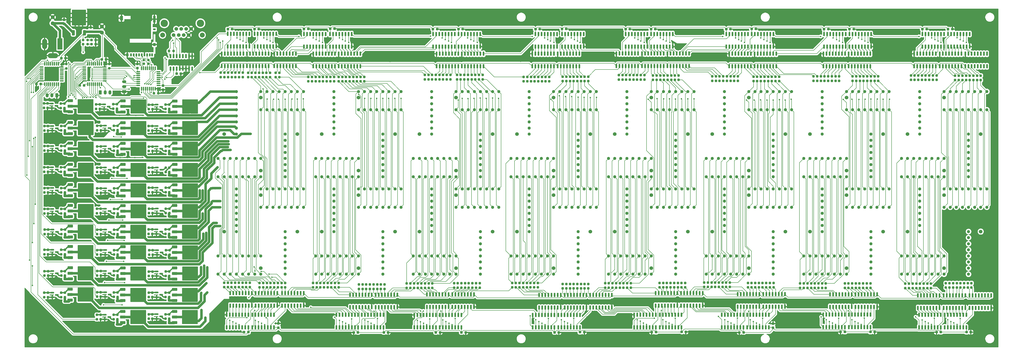
<source format=gbr>
%TF.GenerationSoftware,KiCad,Pcbnew,8.0.6*%
%TF.CreationDate,2025-05-14T01:22:40+09:00*%
%TF.ProjectId,denko_test,64656e6b-6f5f-4746-9573-742e6b696361,rev?*%
%TF.SameCoordinates,Original*%
%TF.FileFunction,Copper,L1,Top*%
%TF.FilePolarity,Positive*%
%FSLAX46Y46*%
G04 Gerber Fmt 4.6, Leading zero omitted, Abs format (unit mm)*
G04 Created by KiCad (PCBNEW 8.0.6) date 2025-05-14 01:22:40*
%MOMM*%
%LPD*%
G01*
G04 APERTURE LIST*
G04 Aperture macros list*
%AMRoundRect*
0 Rectangle with rounded corners*
0 $1 Rounding radius*
0 $2 $3 $4 $5 $6 $7 $8 $9 X,Y pos of 4 corners*
0 Add a 4 corners polygon primitive as box body*
4,1,4,$2,$3,$4,$5,$6,$7,$8,$9,$2,$3,0*
0 Add four circle primitives for the rounded corners*
1,1,$1+$1,$2,$3*
1,1,$1+$1,$4,$5*
1,1,$1+$1,$6,$7*
1,1,$1+$1,$8,$9*
0 Add four rect primitives between the rounded corners*
20,1,$1+$1,$2,$3,$4,$5,0*
20,1,$1+$1,$4,$5,$6,$7,0*
20,1,$1+$1,$6,$7,$8,$9,0*
20,1,$1+$1,$8,$9,$2,$3,0*%
G04 Aperture macros list end*
%TA.AperFunction,SMDPad,CuDef*%
%ADD10RoundRect,0.237500X0.237500X-0.250000X0.237500X0.250000X-0.237500X0.250000X-0.237500X-0.250000X0*%
%TD*%
%TA.AperFunction,SMDPad,CuDef*%
%ADD11RoundRect,0.237500X-0.237500X0.250000X-0.237500X-0.250000X0.237500X-0.250000X0.237500X0.250000X0*%
%TD*%
%TA.AperFunction,SMDPad,CuDef*%
%ADD12RoundRect,0.237500X-0.300000X-0.237500X0.300000X-0.237500X0.300000X0.237500X-0.300000X0.237500X0*%
%TD*%
%TA.AperFunction,SMDPad,CuDef*%
%ADD13RoundRect,0.250000X-0.850000X-0.350000X0.850000X-0.350000X0.850000X0.350000X-0.850000X0.350000X0*%
%TD*%
%TA.AperFunction,SMDPad,CuDef*%
%ADD14RoundRect,0.250000X-1.275000X-1.125000X1.275000X-1.125000X1.275000X1.125000X-1.275000X1.125000X0*%
%TD*%
%TA.AperFunction,SMDPad,CuDef*%
%ADD15RoundRect,0.249997X-2.950003X-2.650003X2.950003X-2.650003X2.950003X2.650003X-2.950003X2.650003X0*%
%TD*%
%TA.AperFunction,SMDPad,CuDef*%
%ADD16RoundRect,0.150000X-0.587500X-0.150000X0.587500X-0.150000X0.587500X0.150000X-0.587500X0.150000X0*%
%TD*%
%TA.AperFunction,SMDPad,CuDef*%
%ADD17RoundRect,0.150000X0.150000X-0.725000X0.150000X0.725000X-0.150000X0.725000X-0.150000X-0.725000X0*%
%TD*%
%TA.AperFunction,SMDPad,CuDef*%
%ADD18RoundRect,0.237500X0.287500X0.237500X-0.287500X0.237500X-0.287500X-0.237500X0.287500X-0.237500X0*%
%TD*%
%TA.AperFunction,SMDPad,CuDef*%
%ADD19RoundRect,0.150000X-0.150000X0.725000X-0.150000X-0.725000X0.150000X-0.725000X0.150000X0.725000X0*%
%TD*%
%TA.AperFunction,SMDPad,CuDef*%
%ADD20RoundRect,0.237500X0.300000X0.237500X-0.300000X0.237500X-0.300000X-0.237500X0.300000X-0.237500X0*%
%TD*%
%TA.AperFunction,WasherPad*%
%ADD21C,1.500000*%
%TD*%
%TA.AperFunction,ComponentPad*%
%ADD22C,1.300000*%
%TD*%
%TA.AperFunction,SMDPad,CuDef*%
%ADD23RoundRect,0.237500X-0.250000X-0.237500X0.250000X-0.237500X0.250000X0.237500X-0.250000X0.237500X0*%
%TD*%
%TA.AperFunction,ComponentPad*%
%ADD24R,2.000000X4.600000*%
%TD*%
%TA.AperFunction,ComponentPad*%
%ADD25O,2.000000X4.200000*%
%TD*%
%TA.AperFunction,ComponentPad*%
%ADD26O,4.200000X2.000000*%
%TD*%
%TA.AperFunction,ComponentPad*%
%ADD27RoundRect,0.250000X0.350000X0.625000X-0.350000X0.625000X-0.350000X-0.625000X0.350000X-0.625000X0*%
%TD*%
%TA.AperFunction,ComponentPad*%
%ADD28O,1.200000X1.750000*%
%TD*%
%TA.AperFunction,ComponentPad*%
%ADD29RoundRect,0.250000X0.625000X-0.350000X0.625000X0.350000X-0.625000X0.350000X-0.625000X-0.350000X0*%
%TD*%
%TA.AperFunction,ComponentPad*%
%ADD30O,1.750000X1.200000*%
%TD*%
%TA.AperFunction,SMDPad,CuDef*%
%ADD31RoundRect,0.237500X0.237500X-0.300000X0.237500X0.300000X-0.237500X0.300000X-0.237500X-0.300000X0*%
%TD*%
%TA.AperFunction,ComponentPad*%
%ADD32C,1.600000*%
%TD*%
%TA.AperFunction,SMDPad,CuDef*%
%ADD33RoundRect,0.125000X0.625000X0.125000X-0.625000X0.125000X-0.625000X-0.125000X0.625000X-0.125000X0*%
%TD*%
%TA.AperFunction,SMDPad,CuDef*%
%ADD34RoundRect,0.125000X0.125000X0.625000X-0.125000X0.625000X-0.125000X-0.625000X0.125000X-0.625000X0*%
%TD*%
%TA.AperFunction,ComponentPad*%
%ADD35RoundRect,0.250000X-0.350000X-0.625000X0.350000X-0.625000X0.350000X0.625000X-0.350000X0.625000X0*%
%TD*%
%TA.AperFunction,SMDPad,CuDef*%
%ADD36R,0.700000X1.200000*%
%TD*%
%TA.AperFunction,SMDPad,CuDef*%
%ADD37R,1.000000X0.800000*%
%TD*%
%TA.AperFunction,SMDPad,CuDef*%
%ADD38R,1.000000X1.200000*%
%TD*%
%TA.AperFunction,SMDPad,CuDef*%
%ADD39R,1.000000X2.800000*%
%TD*%
%TA.AperFunction,SMDPad,CuDef*%
%ADD40R,1.300000X1.900000*%
%TD*%
%TA.AperFunction,WasherPad*%
%ADD41C,2.000000*%
%TD*%
%TA.AperFunction,WasherPad*%
%ADD42C,3.000000*%
%TD*%
%TA.AperFunction,ComponentPad*%
%ADD43C,1.500000*%
%TD*%
%TA.AperFunction,SMDPad,CuDef*%
%ADD44RoundRect,0.250000X0.350000X-0.850000X0.350000X0.850000X-0.350000X0.850000X-0.350000X-0.850000X0*%
%TD*%
%TA.AperFunction,SMDPad,CuDef*%
%ADD45RoundRect,0.250000X1.125000X-1.275000X1.125000X1.275000X-1.125000X1.275000X-1.125000X-1.275000X0*%
%TD*%
%TA.AperFunction,SMDPad,CuDef*%
%ADD46RoundRect,0.249997X2.650003X-2.950003X2.650003X2.950003X-2.650003X2.950003X-2.650003X-2.950003X0*%
%TD*%
%TA.AperFunction,SMDPad,CuDef*%
%ADD47RoundRect,0.237500X-0.237500X0.300000X-0.237500X-0.300000X0.237500X-0.300000X0.237500X0.300000X0*%
%TD*%
%TA.AperFunction,SMDPad,CuDef*%
%ADD48RoundRect,0.125000X-0.125000X0.625000X-0.125000X-0.625000X0.125000X-0.625000X0.125000X0.625000X0*%
%TD*%
%TA.AperFunction,SMDPad,CuDef*%
%ADD49RoundRect,0.125000X-0.625000X0.125000X-0.625000X-0.125000X0.625000X-0.125000X0.625000X0.125000X0*%
%TD*%
%TA.AperFunction,ViaPad*%
%ADD50C,0.600000*%
%TD*%
%TA.AperFunction,ViaPad*%
%ADD51C,1.000000*%
%TD*%
%TA.AperFunction,Conductor*%
%ADD52C,0.200000*%
%TD*%
%TA.AperFunction,Conductor*%
%ADD53C,1.000000*%
%TD*%
%TA.AperFunction,Conductor*%
%ADD54C,0.500000*%
%TD*%
G04 APERTURE END LIST*
D10*
%TO.P,R53,1*%
%TO.N,Net-(Q20-C)*%
X231225000Y-301925000D03*
%TO.P,R53,2*%
%TO.N,Net-(Q24-G)*%
X231225000Y-300100000D03*
%TD*%
%TO.P,R62,1*%
%TO.N,GND*%
X225825000Y-259542500D03*
%TO.P,R62,2*%
%TO.N,Net-(Q25-B)*%
X225825000Y-257717500D03*
%TD*%
%TO.P,R394,1*%
%TO.N,Net-(U90-O5)*%
X555480000Y-324000000D03*
%TO.P,R394,2*%
%TO.N,G_ROW_D125*%
X555480000Y-322175000D03*
%TD*%
%TO.P,R395,1*%
%TO.N,Net-(U90-O6)*%
X556980000Y-324000000D03*
%TO.P,R395,2*%
%TO.N,G_ROW_D124*%
X556980000Y-322175000D03*
%TD*%
D11*
%TO.P,R351,1*%
%TO.N,Net-(U84-O4)*%
X383980000Y-237500000D03*
%TO.P,R351,2*%
%TO.N,R_ROW_D52*%
X383980000Y-239325000D03*
%TD*%
%TO.P,R127,1*%
%TO.N,Net-(Q64-G)*%
X211525000Y-335162500D03*
%TO.P,R127,2*%
%TO.N,+5V*%
X211525000Y-336987500D03*
%TD*%
D10*
%TO.P,R218,1*%
%TO.N,Net-(U64-O5)*%
X453480000Y-323725000D03*
%TO.P,R218,2*%
%TO.N,R_ROW_D95*%
X453480000Y-321900000D03*
%TD*%
D11*
%TO.P,R262,1*%
%TO.N,Net-(U71-O6)*%
X478180000Y-237400000D03*
%TO.P,R262,2*%
%TO.N,G_ROW_D84*%
X478180000Y-239225000D03*
%TD*%
D10*
%TO.P,R67,1*%
%TO.N,Net-(Q26-C)*%
X188425000Y-276462500D03*
%TO.P,R67,2*%
%TO.N,Net-(Q30-G)*%
X188425000Y-274637500D03*
%TD*%
D12*
%TO.P,C37,1*%
%TO.N,+3.3V*%
X342000000Y-342400000D03*
%TO.P,C37,2*%
%TO.N,GND*%
X343725000Y-342400000D03*
%TD*%
D13*
%TO.P,Q61,1,G*%
%TO.N,Net-(Q61-G)*%
X213825000Y-264757500D03*
%TO.P,Q61,2,D*%
%TO.N,COL8*%
X213825000Y-267037500D03*
D14*
X218450000Y-265512500D03*
X218450000Y-268562500D03*
D15*
X220125000Y-267037500D03*
D14*
X221800000Y-265512500D03*
X221800000Y-268562500D03*
D13*
%TO.P,Q61,3,S*%
%TO.N,+5V*%
X213825000Y-269317500D03*
%TD*%
D10*
%TO.P,R253,1*%
%TO.N,Net-(U70-O4)*%
X310480000Y-324525000D03*
%TO.P,R253,2*%
%TO.N,G_ROW_D32*%
X310480000Y-322700000D03*
%TD*%
D16*
%TO.P,Q18,1,B*%
%TO.N,Net-(Q18-B)*%
X184850000Y-317212500D03*
%TO.P,Q18,2,E*%
%TO.N,GND*%
X184850000Y-319112500D03*
%TO.P,Q18,3,C*%
%TO.N,Net-(Q18-C)*%
X186725000Y-318162500D03*
%TD*%
D17*
%TO.P,U20,1,QB*%
%TO.N,R_ROW23*%
X287935000Y-225075000D03*
%TO.P,U20,2,QC*%
%TO.N,R_ROW22*%
X289205000Y-225075000D03*
%TO.P,U20,3,QD*%
%TO.N,R_ROW21*%
X290475000Y-225075000D03*
%TO.P,U20,4,QE*%
%TO.N,R_ROW20*%
X291745000Y-225075000D03*
%TO.P,U20,5,QF*%
%TO.N,R_ROW19*%
X293015000Y-225075000D03*
%TO.P,U20,6,QG*%
%TO.N,R_ROW18*%
X294285000Y-225075000D03*
%TO.P,U20,7,QH*%
%TO.N,R_ROW17*%
X295555000Y-225075000D03*
%TO.P,U20,8,GND*%
%TO.N,GND*%
X296825000Y-225075000D03*
%TO.P,U20,9,QH'*%
%TO.N,Net-(U20-QH')*%
X296825000Y-219925000D03*
%TO.P,U20,10,~{SRCLR}*%
%TO.N,ROW_SRCLR*%
X295555000Y-219925000D03*
%TO.P,U20,11,SRCLK*%
%TO.N,ROW_SRCLK*%
X294285000Y-219925000D03*
%TO.P,U20,12,RCLK*%
%TO.N,ROW_RCLK*%
X293015000Y-219925000D03*
%TO.P,U20,13,~{OE}*%
%TO.N,ROW_OE*%
X291745000Y-219925000D03*
%TO.P,U20,14,SER*%
%TO.N,Net-(U16-QH')*%
X290475000Y-219925000D03*
%TO.P,U20,15,QA*%
%TO.N,R_ROW24*%
X289205000Y-219925000D03*
%TO.P,U20,16,VCC*%
%TO.N,+3.3V*%
X287935000Y-219925000D03*
%TD*%
D11*
%TO.P,R374,1*%
%TO.N,Net-(U88-O2)*%
X560780000Y-237000000D03*
%TO.P,R374,2*%
%TO.N,G_ROW_D116*%
X560780000Y-238825000D03*
%TD*%
D18*
%TO.P,D2,1,K*%
%TO.N,GND*%
X202650000Y-222400000D03*
%TO.P,D2,2,A*%
%TO.N,Net-(D2-A)*%
X200900000Y-222400000D03*
%TD*%
D19*
%TO.P,U62,1,I1*%
%TO.N,R_ROW20*%
X284665000Y-227925000D03*
%TO.P,U62,2,I2*%
%TO.N,R_ROW21*%
X283395000Y-227925000D03*
%TO.P,U62,3,I3*%
%TO.N,R_ROW22*%
X282125000Y-227925000D03*
%TO.P,U62,4,I4*%
%TO.N,R_ROW23*%
X280855000Y-227925000D03*
%TO.P,U62,5,I5*%
%TO.N,R_ROW24*%
X279585000Y-227925000D03*
%TO.P,U62,6,I6*%
%TO.N,G_ROW1*%
X278315000Y-227925000D03*
%TO.P,U62,7,I7*%
%TO.N,G_ROW2*%
X277045000Y-227925000D03*
%TO.P,U62,8,GND*%
%TO.N,GND*%
X275775000Y-227925000D03*
%TO.P,U62,9,COM*%
%TO.N,+5V*%
X275775000Y-233075000D03*
%TO.P,U62,10,O7*%
%TO.N,Net-(U62-O7)*%
X277045000Y-233075000D03*
%TO.P,U62,11,O6*%
%TO.N,Net-(U62-O6)*%
X278315000Y-233075000D03*
%TO.P,U62,12,O5*%
%TO.N,Net-(U62-O5)*%
X279585000Y-233075000D03*
%TO.P,U62,13,O4*%
%TO.N,Net-(U62-O4)*%
X280855000Y-233075000D03*
%TO.P,U62,14,O3*%
%TO.N,Net-(U62-O3)*%
X282125000Y-233075000D03*
%TO.P,U62,15,O2*%
%TO.N,Net-(U62-O2)*%
X283395000Y-233075000D03*
%TO.P,U62,16,O1*%
%TO.N,Net-(U62-O1)*%
X284665000Y-233075000D03*
%TD*%
D17*
%TO.P,U26,1,QB*%
%TO.N,G_ROW23*%
X298635000Y-225075000D03*
%TO.P,U26,2,QC*%
%TO.N,G_ROW22*%
X299905000Y-225075000D03*
%TO.P,U26,3,QD*%
%TO.N,G_ROW21*%
X301175000Y-225075000D03*
%TO.P,U26,4,QE*%
%TO.N,G_ROW20*%
X302445000Y-225075000D03*
%TO.P,U26,5,QF*%
%TO.N,G_ROW19*%
X303715000Y-225075000D03*
%TO.P,U26,6,QG*%
%TO.N,G_ROW18*%
X304985000Y-225075000D03*
%TO.P,U26,7,QH*%
%TO.N,G_ROW17*%
X306255000Y-225075000D03*
%TO.P,U26,8,GND*%
%TO.N,GND*%
X307525000Y-225075000D03*
%TO.P,U26,9,QH'*%
%TO.N,Net-(U26-QH')*%
X307525000Y-219925000D03*
%TO.P,U26,10,~{SRCLR}*%
%TO.N,ROW_SRCLR*%
X306255000Y-219925000D03*
%TO.P,U26,11,SRCLK*%
%TO.N,ROW_SRCLK*%
X304985000Y-219925000D03*
%TO.P,U26,12,RCLK*%
%TO.N,ROW_RCLK*%
X303715000Y-219925000D03*
%TO.P,U26,13,~{OE}*%
%TO.N,ROW_OE*%
X302445000Y-219925000D03*
%TO.P,U26,14,SER*%
%TO.N,Net-(U20-QH')*%
X301175000Y-219925000D03*
%TO.P,U26,15,QA*%
%TO.N,G_ROW24*%
X299905000Y-219925000D03*
%TO.P,U26,16,VCC*%
%TO.N,+3.3V*%
X298635000Y-219925000D03*
%TD*%
D12*
%TO.P,C25,1*%
%TO.N,+3.3V*%
X382837500Y-217900000D03*
%TO.P,C25,2*%
%TO.N,GND*%
X384562500Y-217900000D03*
%TD*%
D19*
%TO.P,U84,1,I1*%
%TO.N,R_ROW49*%
X390400000Y-228000000D03*
%TO.P,U84,2,I2*%
%TO.N,R_ROW50*%
X389130000Y-228000000D03*
%TO.P,U84,3,I3*%
%TO.N,R_ROW51*%
X387860000Y-228000000D03*
%TO.P,U84,4,I4*%
%TO.N,R_ROW52*%
X386590000Y-228000000D03*
%TO.P,U84,5,I5*%
%TO.N,R_ROW53*%
X385320000Y-228000000D03*
%TO.P,U84,6,I6*%
%TO.N,R_ROW54*%
X384050000Y-228000000D03*
%TO.P,U84,7,I7*%
%TO.N,R_ROW55*%
X382780000Y-228000000D03*
%TO.P,U84,8,GND*%
%TO.N,GND*%
X381510000Y-228000000D03*
%TO.P,U84,9,COM*%
%TO.N,+5V*%
X381510000Y-233150000D03*
%TO.P,U84,10,O7*%
%TO.N,Net-(U84-O7)*%
X382780000Y-233150000D03*
%TO.P,U84,11,O6*%
%TO.N,Net-(U84-O6)*%
X384050000Y-233150000D03*
%TO.P,U84,12,O5*%
%TO.N,Net-(U84-O5)*%
X385320000Y-233150000D03*
%TO.P,U84,13,O4*%
%TO.N,Net-(U84-O4)*%
X386590000Y-233150000D03*
%TO.P,U84,14,O3*%
%TO.N,Net-(U84-O3)*%
X387860000Y-233150000D03*
%TO.P,U84,15,O2*%
%TO.N,Net-(U84-O2)*%
X389130000Y-233150000D03*
%TO.P,U84,16,O1*%
%TO.N,Net-(U84-O1)*%
X390400000Y-233150000D03*
%TD*%
D11*
%TO.P,R290,1*%
%TO.N,Net-(U75-O6)*%
X501280000Y-237300000D03*
%TO.P,R290,2*%
%TO.N,R_ROW_D101*%
X501280000Y-239125000D03*
%TD*%
D10*
%TO.P,R84,1*%
%TO.N,Net-(Q35-C)*%
X188575000Y-302025000D03*
%TO.P,R84,2*%
%TO.N,Net-(Q39-G)*%
X188575000Y-300200000D03*
%TD*%
D13*
%TO.P,Q56,1,G*%
%TO.N,Net-(Q56-G)*%
X234950000Y-333795000D03*
%TO.P,Q56,2,D*%
%TO.N,COL31*%
X234950000Y-336075000D03*
D14*
X239575000Y-334550000D03*
X239575000Y-337600000D03*
D15*
X241250000Y-336075000D03*
D14*
X242925000Y-334550000D03*
X242925000Y-337600000D03*
D13*
%TO.P,Q56,3,S*%
%TO.N,+5V*%
X234950000Y-338355000D03*
%TD*%
D10*
%TO.P,R187,1*%
%TO.N,Net-(U59-O3)*%
X433680000Y-323900000D03*
%TO.P,R187,2*%
%TO.N,G_ROW_D80*%
X433680000Y-322075000D03*
%TD*%
%TO.P,R52,1*%
%TO.N,Net-(Q19-C)*%
X188325000Y-250275000D03*
%TO.P,R52,2*%
%TO.N,Net-(Q23-G)*%
X188325000Y-248450000D03*
%TD*%
D13*
%TO.P,Q43,1,G*%
%TO.N,Net-(Q43-G)*%
X192225000Y-256232500D03*
%TO.P,Q43,2,D*%
%TO.N,COL6*%
X192225000Y-258512500D03*
D14*
X196850000Y-256987500D03*
X196850000Y-260037500D03*
D15*
X198525000Y-258512500D03*
D14*
X200200000Y-256987500D03*
X200200000Y-260037500D03*
D13*
%TO.P,Q43,3,S*%
%TO.N,+5V*%
X192225000Y-260792500D03*
%TD*%
D10*
%TO.P,R397,1*%
%TO.N,Net-(U91-O1)*%
X559980000Y-324000000D03*
%TO.P,R397,2*%
%TO.N,G_ROW_D122*%
X559980000Y-322175000D03*
%TD*%
%TO.P,R191,1*%
%TO.N,Net-(U59-O7)*%
X439680000Y-323900000D03*
%TO.P,R191,2*%
%TO.N,G_ROW_D76*%
X439680000Y-322075000D03*
%TD*%
D11*
%TO.P,R123,1*%
%TO.N,Net-(Q62-G)*%
X232825000Y-291600000D03*
%TO.P,R123,2*%
%TO.N,+5V*%
X232825000Y-293425000D03*
%TD*%
D10*
%TO.P,R128,1*%
%TO.N,GND*%
X183100000Y-310305000D03*
%TO.P,R128,2*%
%TO.N,Net-(Q59-B)*%
X183100000Y-308480000D03*
%TD*%
D11*
%TO.P,R295,1*%
%TO.N,Net-(U76-O4)*%
X346480000Y-236700000D03*
%TO.P,R295,2*%
%TO.N,R_ROW_D34*%
X346480000Y-238525000D03*
%TD*%
D17*
%TO.P,U59,1,I1*%
%TO.N,R_ROW74*%
X432035000Y-331400000D03*
%TO.P,U59,2,I2*%
%TO.N,R_ROW73*%
X433305000Y-331400000D03*
%TO.P,U59,3,I3*%
%TO.N,G_ROW80*%
X434575000Y-331400000D03*
%TO.P,U59,4,I4*%
%TO.N,G_ROW79*%
X435845000Y-331400000D03*
%TO.P,U59,5,I5*%
%TO.N,G_ROW78*%
X437115000Y-331400000D03*
%TO.P,U59,6,I6*%
%TO.N,G_ROW77*%
X438385000Y-331400000D03*
%TO.P,U59,7,I7*%
%TO.N,G_ROW76*%
X439655000Y-331400000D03*
%TO.P,U59,8,GND*%
%TO.N,GND*%
X440925000Y-331400000D03*
%TO.P,U59,9,COM*%
%TO.N,+5V*%
X440925000Y-326250000D03*
%TO.P,U59,10,O7*%
%TO.N,Net-(U59-O7)*%
X439655000Y-326250000D03*
%TO.P,U59,11,O6*%
%TO.N,Net-(U59-O6)*%
X438385000Y-326250000D03*
%TO.P,U59,12,O5*%
%TO.N,Net-(U59-O5)*%
X437115000Y-326250000D03*
%TO.P,U59,13,O4*%
%TO.N,Net-(U59-O4)*%
X435845000Y-326250000D03*
%TO.P,U59,14,O3*%
%TO.N,Net-(U59-O3)*%
X434575000Y-326250000D03*
%TO.P,U59,15,O2*%
%TO.N,Net-(U59-O2)*%
X433305000Y-326250000D03*
%TO.P,U59,16,O1*%
%TO.N,Net-(U59-O1)*%
X432035000Y-326250000D03*
%TD*%
D11*
%TO.P,R43,1*%
%TO.N,Net-(Q22-G)*%
X190025000Y-317250000D03*
%TO.P,R43,2*%
%TO.N,+5V*%
X190025000Y-319075000D03*
%TD*%
%TO.P,R92,1*%
%TO.N,Net-(Q45-G)*%
X232900000Y-308657500D03*
%TO.P,R92,2*%
%TO.N,+5V*%
X232900000Y-310482500D03*
%TD*%
D20*
%TO.P,C4,1*%
%TO.N,+3.3V*%
X548900000Y-342300000D03*
%TO.P,C4,2*%
%TO.N,GND*%
X547175000Y-342300000D03*
%TD*%
D11*
%TO.P,R268,1*%
%TO.N,Net-(U72-O5)*%
X311160000Y-237500000D03*
%TO.P,R268,2*%
%TO.N,G_ROW_D18*%
X311160000Y-239325000D03*
%TD*%
D10*
%TO.P,R120,1*%
%TO.N,COL24_SIG*%
X181600000Y-310305000D03*
%TO.P,R120,2*%
%TO.N,Net-(Q59-B)*%
X181600000Y-308480000D03*
%TD*%
%TO.P,R278,1*%
%TO.N,Net-(U74-O1)*%
X316480000Y-324537500D03*
%TO.P,R278,2*%
%TO.N,G_ROW_D28*%
X316480000Y-322712500D03*
%TD*%
D11*
%TO.P,R74,1*%
%TO.N,Net-(Q36-G)*%
X211600000Y-257562500D03*
%TO.P,R74,2*%
%TO.N,+5V*%
X211600000Y-259387500D03*
%TD*%
D10*
%TO.P,R220,1*%
%TO.N,Net-(U64-O7)*%
X456480000Y-323725000D03*
%TO.P,R220,2*%
%TO.N,R_ROW_D93*%
X456480000Y-321900000D03*
%TD*%
%TO.P,R328,1*%
%TO.N,Net-(U81-O2)*%
X512580000Y-324125000D03*
%TO.P,R328,2*%
%TO.N,G_ROW_D110*%
X512580000Y-322300000D03*
%TD*%
D13*
%TO.P,Q36,1,G*%
%TO.N,Net-(Q36-G)*%
X213825000Y-256282500D03*
%TO.P,Q36,2,D*%
%TO.N,COL5*%
X213825000Y-258562500D03*
D14*
X218450000Y-257037500D03*
X218450000Y-260087500D03*
D15*
X220125000Y-258562500D03*
D14*
X221800000Y-257037500D03*
X221800000Y-260087500D03*
D13*
%TO.P,Q36,3,S*%
%TO.N,+5V*%
X213825000Y-260842500D03*
%TD*%
D12*
%TO.P,C26,1*%
%TO.N,+3.3V*%
X340837500Y-217900000D03*
%TO.P,C26,2*%
%TO.N,GND*%
X342562500Y-217900000D03*
%TD*%
%TO.P,C19,1*%
%TO.N,+3.3V*%
X501100000Y-217900000D03*
%TO.P,C19,2*%
%TO.N,GND*%
X502825000Y-217900000D03*
%TD*%
D19*
%TO.P,U15,1,QB*%
%TO.N,G_ROW74*%
X442670000Y-335150000D03*
%TO.P,U15,2,QC*%
%TO.N,G_ROW75*%
X441400000Y-335150000D03*
%TO.P,U15,3,QD*%
%TO.N,G_ROW76*%
X440130000Y-335150000D03*
%TO.P,U15,4,QE*%
%TO.N,G_ROW77*%
X438860000Y-335150000D03*
%TO.P,U15,5,QF*%
%TO.N,G_ROW78*%
X437590000Y-335150000D03*
%TO.P,U15,6,QG*%
%TO.N,G_ROW79*%
X436320000Y-335150000D03*
%TO.P,U15,7,QH*%
%TO.N,G_ROW80*%
X435050000Y-335150000D03*
%TO.P,U15,8,GND*%
%TO.N,GND*%
X433780000Y-335150000D03*
%TO.P,U15,9,QH'*%
%TO.N,Net-(U15-QH')*%
X433780000Y-340300000D03*
%TO.P,U15,10,~{SRCLR}*%
%TO.N,ROW_SRCLR*%
X435050000Y-340300000D03*
%TO.P,U15,11,SRCLK*%
%TO.N,ROW_SRCLK*%
X436320000Y-340300000D03*
%TO.P,U15,12,RCLK*%
%TO.N,ROW_RCLK*%
X437590000Y-340300000D03*
%TO.P,U15,13,~{OE}*%
%TO.N,ROW_OE*%
X438860000Y-340300000D03*
%TO.P,U15,14,SER*%
%TO.N,Net-(U15-SER)*%
X440130000Y-340300000D03*
%TO.P,U15,15,QA*%
%TO.N,G_ROW73*%
X441400000Y-340300000D03*
%TO.P,U15,16,VCC*%
%TO.N,+3.3V*%
X442670000Y-340300000D03*
%TD*%
D11*
%TO.P,R28,1*%
%TO.N,Net-(Q16-G)*%
X211600000Y-317192500D03*
%TO.P,R28,2*%
%TO.N,+5V*%
X211600000Y-319017500D03*
%TD*%
%TO.P,R178,1*%
%TO.N,Net-(U54-O1)*%
X274080000Y-235800000D03*
%TO.P,R178,2*%
%TO.N,G_ROW_D3*%
X274080000Y-237625000D03*
%TD*%
%TO.P,R259,1*%
%TO.N,Net-(U71-O3)*%
X482680000Y-237400000D03*
%TO.P,R259,2*%
%TO.N,G_ROW_D81*%
X482680000Y-239225000D03*
%TD*%
D10*
%TO.P,R36,1*%
%TO.N,Net-(Q12-C)*%
X210100000Y-319017500D03*
%TO.P,R36,2*%
%TO.N,Net-(Q16-G)*%
X210100000Y-317192500D03*
%TD*%
D11*
%TO.P,R349,1*%
%TO.N,Net-(U84-O2)*%
X386980000Y-237500000D03*
%TO.P,R349,2*%
%TO.N,R_ROW_D50*%
X386980000Y-239325000D03*
%TD*%
%TO.P,R93,1*%
%TO.N,Net-(Q47-G)*%
X211650000Y-283237500D03*
%TO.P,R93,2*%
%TO.N,+5V*%
X211650000Y-285062500D03*
%TD*%
%TO.P,R377,1*%
%TO.N,Net-(U88-O5)*%
X556280000Y-237000000D03*
%TO.P,R377,2*%
%TO.N,G_ROW_D119*%
X556280000Y-238825000D03*
%TD*%
D12*
%TO.P,C29,1*%
%TO.N,+3.3V*%
X288000000Y-217800000D03*
%TO.P,C29,2*%
%TO.N,GND*%
X289725000Y-217800000D03*
%TD*%
D13*
%TO.P,Q48,1,G*%
%TO.N,Net-(Q48-G)*%
X192150000Y-324607500D03*
%TO.P,Q48,2,D*%
%TO.N,COL30*%
X192150000Y-326887500D03*
D14*
X196775000Y-325362500D03*
X196775000Y-328412500D03*
D15*
X198450000Y-326887500D03*
D14*
X200125000Y-325362500D03*
X200125000Y-328412500D03*
D13*
%TO.P,Q48,3,S*%
%TO.N,+5V*%
X192150000Y-329167500D03*
%TD*%
D11*
%TO.P,R265,1*%
%TO.N,Net-(U72-O2)*%
X338980000Y-236700000D03*
%TO.P,R265,2*%
%TO.N,R_ROW_D39*%
X338980000Y-238525000D03*
%TD*%
%TO.P,R172,1*%
%TO.N,Net-(U53-O2)*%
X435480000Y-236900000D03*
%TO.P,R172,2*%
%TO.N,G_ROW_D69*%
X435480000Y-238725000D03*
%TD*%
D19*
%TO.P,U17,1,QB*%
%TO.N,R_ROW26*%
X310160000Y-335150000D03*
%TO.P,U17,2,QC*%
%TO.N,R_ROW27*%
X308890000Y-335150000D03*
%TO.P,U17,3,QD*%
%TO.N,R_ROW28*%
X307620000Y-335150000D03*
%TO.P,U17,4,QE*%
%TO.N,R_ROW29*%
X306350000Y-335150000D03*
%TO.P,U17,5,QF*%
%TO.N,R_ROW30*%
X305080000Y-335150000D03*
%TO.P,U17,6,QG*%
%TO.N,R_ROW31*%
X303810000Y-335150000D03*
%TO.P,U17,7,QH*%
%TO.N,R_ROW32*%
X302540000Y-335150000D03*
%TO.P,U17,8,GND*%
%TO.N,GND*%
X301270000Y-335150000D03*
%TO.P,U17,9,QH'*%
%TO.N,Net-(U17-QH')*%
X301270000Y-340300000D03*
%TO.P,U17,10,~{SRCLR}*%
%TO.N,ROW_SRCLR*%
X302540000Y-340300000D03*
%TO.P,U17,11,SRCLK*%
%TO.N,ROW_SRCLK*%
X303810000Y-340300000D03*
%TO.P,U17,12,RCLK*%
%TO.N,ROW_RCLK*%
X305080000Y-340300000D03*
%TO.P,U17,13,~{OE}*%
%TO.N,ROW_OE*%
X306350000Y-340300000D03*
%TO.P,U17,14,SER*%
%TO.N,Net-(U13-QH')*%
X307620000Y-340300000D03*
%TO.P,U17,15,QA*%
%TO.N,R_ROW25*%
X308890000Y-340300000D03*
%TO.P,U17,16,VCC*%
%TO.N,+3.3V*%
X310160000Y-340300000D03*
%TD*%
D16*
%TO.P,Q49,1,B*%
%TO.N,Net-(Q49-B)*%
X227625000Y-266062500D03*
%TO.P,Q49,2,E*%
%TO.N,GND*%
X227625000Y-267962500D03*
%TO.P,Q49,3,C*%
%TO.N,Net-(Q49-C)*%
X229500000Y-267012500D03*
%TD*%
D21*
%TO.P,U40,*%
%TO.N,*%
X510280000Y-316000000D03*
X495280000Y-301000000D03*
X525280000Y-301000000D03*
X510280000Y-286000000D03*
D22*
%TO.P,U40,1,COL1*%
%TO.N,COL17*%
X500280000Y-283500000D03*
%TO.P,U40,2,COL2*%
%TO.N,COL18*%
X500280000Y-286000000D03*
%TO.P,U40,3,COL3*%
%TO.N,COL19*%
X500280000Y-288500000D03*
%TO.P,U40,4,COL4*%
%TO.N,COL20*%
X500280000Y-291000000D03*
%TO.P,U40,5,COL5*%
%TO.N,COL21*%
X500280000Y-293500000D03*
%TO.P,U40,6,COL6*%
%TO.N,COL22*%
X500280000Y-296000000D03*
%TO.P,U40,7,COL7*%
%TO.N,COL23*%
X500280000Y-298500000D03*
%TO.P,U40,8,COL8*%
%TO.N,COL24*%
X500280000Y-301000000D03*
%TO.P,U40,9,ROW16_R*%
%TO.N,R_ROW_D112*%
X492780000Y-311000000D03*
%TO.P,U40,10,ROW15_R*%
%TO.N,R_ROW_D111*%
X495280000Y-311000000D03*
%TO.P,U40,11,ROW14_R*%
%TO.N,R_ROW_D110*%
X497780000Y-311000000D03*
%TO.P,U40,12,ROW13_R*%
%TO.N,R_ROW_D109*%
X500280000Y-311000000D03*
%TO.P,U40,13,ROW12_R*%
%TO.N,R_ROW_D108*%
X502780000Y-311000000D03*
%TO.P,U40,14,ROW11_R*%
%TO.N,R_ROW_D107*%
X505280000Y-311000000D03*
%TO.P,U40,15,ROW10_R*%
%TO.N,R_ROW_D106*%
X507780000Y-311000000D03*
%TO.P,U40,16,ROW9_R*%
%TO.N,R_ROW_D105*%
X510280000Y-311000000D03*
%TO.P,U40,17,COL16*%
%TO.N,COL32*%
X520280000Y-318500000D03*
%TO.P,U40,18,COL15*%
%TO.N,COL31*%
X520280000Y-316000000D03*
%TO.P,U40,19,COL14*%
%TO.N,COL30*%
X520280000Y-313500000D03*
%TO.P,U40,20,COL13*%
%TO.N,COL29*%
X520280000Y-311000000D03*
%TO.P,U40,21,COL12*%
%TO.N,COL28*%
X520280000Y-308500000D03*
%TO.P,U40,22,COL11*%
%TO.N,COL27*%
X520280000Y-306000000D03*
%TO.P,U40,23,COL10*%
%TO.N,COL26*%
X520280000Y-303500000D03*
%TO.P,U40,24,COL9*%
%TO.N,COL25*%
X520280000Y-301000000D03*
%TO.P,U40,25,ROW1_R*%
%TO.N,R_ROW_D97*%
X527780000Y-291000000D03*
%TO.P,U40,26,ROW2_R*%
%TO.N,R_ROW_D98*%
X525280000Y-291000000D03*
%TO.P,U40,27,ROW3_R*%
%TO.N,R_ROW_D99*%
X522780000Y-291000000D03*
%TO.P,U40,28,ROW4_R*%
%TO.N,R_ROW_D100*%
X520280000Y-291000000D03*
%TO.P,U40,29,ROW5_R*%
%TO.N,R_ROW_D101*%
X517780000Y-291000000D03*
%TO.P,U40,30,ROW6_R*%
%TO.N,R_ROW_D102*%
X515280000Y-291000000D03*
%TO.P,U40,31,ROW7_R*%
%TO.N,R_ROW_D103*%
X512780000Y-291000000D03*
%TO.P,U40,32,ROW8_R*%
%TO.N,R_ROW_D104*%
X510280000Y-291000000D03*
%TO.P,U40,33,ROW16_G*%
%TO.N,G_ROW_D112*%
X492780000Y-318500000D03*
%TO.P,U40,34,ROW15_G*%
%TO.N,G_ROW_D111*%
X495280000Y-318500000D03*
%TO.P,U40,35,ROW14_G*%
%TO.N,G_ROW_D110*%
X497780000Y-318500000D03*
%TO.P,U40,36,ROW13_G*%
%TO.N,G_ROW_D109*%
X500280000Y-318500000D03*
%TO.P,U40,37,ROW12_G*%
%TO.N,G_ROW_D108*%
X502780000Y-318500000D03*
%TO.P,U40,38,ROW11_G*%
%TO.N,G_ROW_D107*%
X505280000Y-318500000D03*
%TO.P,U40,39,ROW10_G*%
%TO.N,G_ROW_D106*%
X507780000Y-318500000D03*
%TO.P,U40,40,ROW9_G*%
%TO.N,G_ROW_D105*%
X510280000Y-318500000D03*
%TO.P,U40,41,ROW1_G*%
%TO.N,G_ROW_D97*%
X527780000Y-283500000D03*
%TO.P,U40,42,ROW2_G*%
%TO.N,G_ROW_D98*%
X525280000Y-283500000D03*
%TO.P,U40,43,ROW3_G*%
%TO.N,G_ROW_D99*%
X522780000Y-283500000D03*
%TO.P,U40,44,ROW4_G*%
%TO.N,G_ROW_D100*%
X520280000Y-283500000D03*
%TO.P,U40,45,ROW5_G*%
%TO.N,G_ROW_D101*%
X517780000Y-283500000D03*
%TO.P,U40,46,ROW6_G*%
%TO.N,G_ROW_D102*%
X515280000Y-283500000D03*
%TO.P,U40,47,ROW7_G*%
%TO.N,G_ROW_D103*%
X512780000Y-283500000D03*
%TO.P,U40,48,ROW8_G*%
%TO.N,G_ROW_D104*%
X510280000Y-283500000D03*
%TD*%
D11*
%TO.P,R239,1*%
%TO.N,Net-(U67-O5)*%
X300300000Y-237490000D03*
%TO.P,R239,2*%
%TO.N,R_ROW_D17*%
X300300000Y-239315000D03*
%TD*%
D10*
%TO.P,R333,1*%
%TO.N,Net-(U81-O7)*%
X520080000Y-324125000D03*
%TO.P,R333,2*%
%TO.N,G_ROW_D105*%
X520080000Y-322300000D03*
%TD*%
D11*
%TO.P,R267,1*%
%TO.N,Net-(U72-O4)*%
X312660000Y-237500000D03*
%TO.P,R267,2*%
%TO.N,G_ROW_D17*%
X312660000Y-239325000D03*
%TD*%
D16*
%TO.P,Q27,1,B*%
%TO.N,Net-(Q27-B)*%
X206487500Y-300212500D03*
%TO.P,Q27,2,E*%
%TO.N,GND*%
X206487500Y-302112500D03*
%TO.P,Q27,3,C*%
%TO.N,Net-(Q27-C)*%
X208362500Y-301162500D03*
%TD*%
D10*
%TO.P,R51,1*%
%TO.N,Net-(Q18-C)*%
X188525000Y-319075000D03*
%TO.P,R51,2*%
%TO.N,Net-(Q22-G)*%
X188525000Y-317250000D03*
%TD*%
%TO.P,R113,1*%
%TO.N,GND*%
X225850000Y-336767500D03*
%TO.P,R113,2*%
%TO.N,Net-(Q53-B)*%
X225850000Y-334942500D03*
%TD*%
D17*
%TO.P,U82,1,I1*%
%TO.N,G_ROW46*%
X348780000Y-331950000D03*
%TO.P,U82,2,I2*%
%TO.N,G_ROW45*%
X350050000Y-331950000D03*
%TO.P,U82,3,I3*%
%TO.N,G_ROW44*%
X351320000Y-331950000D03*
%TO.P,U82,4,I4*%
%TO.N,G_ROW43*%
X352590000Y-331950000D03*
%TO.P,U82,5,I5*%
%TO.N,G_ROW42*%
X353860000Y-331950000D03*
%TO.P,U82,6,I6*%
%TO.N,G_ROW41*%
X355130000Y-331950000D03*
%TO.P,U82,7,I7*%
%TO.N,R_ROW64*%
X356400000Y-331950000D03*
%TO.P,U82,8,GND*%
%TO.N,GND*%
X357670000Y-331950000D03*
%TO.P,U82,9,COM*%
%TO.N,+5V*%
X357670000Y-326800000D03*
%TO.P,U82,10,O7*%
%TO.N,Net-(U82-O7)*%
X356400000Y-326800000D03*
%TO.P,U82,11,O6*%
%TO.N,Net-(U82-O6)*%
X355130000Y-326800000D03*
%TO.P,U82,12,O5*%
%TO.N,Net-(U82-O5)*%
X353860000Y-326800000D03*
%TO.P,U82,13,O4*%
%TO.N,Net-(U82-O4)*%
X352590000Y-326800000D03*
%TO.P,U82,14,O3*%
%TO.N,Net-(U82-O3)*%
X351320000Y-326800000D03*
%TO.P,U82,15,O2*%
%TO.N,Net-(U82-O2)*%
X350050000Y-326800000D03*
%TO.P,U82,16,O1*%
%TO.N,Net-(U82-O1)*%
X348780000Y-326800000D03*
%TD*%
D11*
%TO.P,R9,1*%
%TO.N,Net-(Q7-G)*%
X190000000Y-265887500D03*
%TO.P,R9,2*%
%TO.N,+5V*%
X190000000Y-267712500D03*
%TD*%
%TO.P,R173,1*%
%TO.N,Net-(U53-O3)*%
X433980000Y-236900000D03*
%TO.P,R173,2*%
%TO.N,G_ROW_D70*%
X433980000Y-238725000D03*
%TD*%
D19*
%TO.P,U19,1,QB*%
%TO.N,R_ROW90*%
X468060000Y-335150000D03*
%TO.P,U19,2,QC*%
%TO.N,R_ROW91*%
X466790000Y-335150000D03*
%TO.P,U19,3,QD*%
%TO.N,R_ROW92*%
X465520000Y-335150000D03*
%TO.P,U19,4,QE*%
%TO.N,R_ROW93*%
X464250000Y-335150000D03*
%TO.P,U19,5,QF*%
%TO.N,R_ROW94*%
X462980000Y-335150000D03*
%TO.P,U19,6,QG*%
%TO.N,R_ROW95*%
X461710000Y-335150000D03*
%TO.P,U19,7,QH*%
%TO.N,R_ROW96*%
X460440000Y-335150000D03*
%TO.P,U19,8,GND*%
%TO.N,GND*%
X459170000Y-335150000D03*
%TO.P,U19,9,QH'*%
%TO.N,Net-(U19-QH')*%
X459170000Y-340300000D03*
%TO.P,U19,10,~{SRCLR}*%
%TO.N,ROW_SRCLR*%
X460440000Y-340300000D03*
%TO.P,U19,11,SRCLK*%
%TO.N,ROW_SRCLK*%
X461710000Y-340300000D03*
%TO.P,U19,12,RCLK*%
%TO.N,ROW_RCLK*%
X462980000Y-340300000D03*
%TO.P,U19,13,~{OE}*%
%TO.N,ROW_OE*%
X464250000Y-340300000D03*
%TO.P,U19,14,SER*%
%TO.N,Net-(U15-QH')*%
X465520000Y-340300000D03*
%TO.P,U19,15,QA*%
%TO.N,R_ROW89*%
X466790000Y-340300000D03*
%TO.P,U19,16,VCC*%
%TO.N,+3.3V*%
X468060000Y-340300000D03*
%TD*%
%TO.P,U75,1,I1*%
%TO.N,G_ROW104*%
X509670000Y-228000000D03*
%TO.P,U75,2,I2*%
%TO.N,R_ROW97*%
X508400000Y-228000000D03*
%TO.P,U75,3,I3*%
%TO.N,R_ROW98*%
X507130000Y-228000000D03*
%TO.P,U75,4,I4*%
%TO.N,R_ROW99*%
X505860000Y-228000000D03*
%TO.P,U75,5,I5*%
%TO.N,R_ROW100*%
X504590000Y-228000000D03*
%TO.P,U75,6,I6*%
%TO.N,R_ROW101*%
X503320000Y-228000000D03*
%TO.P,U75,7,I7*%
%TO.N,R_ROW102*%
X502050000Y-228000000D03*
%TO.P,U75,8,GND*%
%TO.N,GND*%
X500780000Y-228000000D03*
%TO.P,U75,9,COM*%
%TO.N,+5V*%
X500780000Y-233150000D03*
%TO.P,U75,10,O7*%
%TO.N,Net-(U75-O7)*%
X502050000Y-233150000D03*
%TO.P,U75,11,O6*%
%TO.N,Net-(U75-O6)*%
X503320000Y-233150000D03*
%TO.P,U75,12,O5*%
%TO.N,Net-(U75-O5)*%
X504590000Y-233150000D03*
%TO.P,U75,13,O4*%
%TO.N,Net-(U75-O4)*%
X505860000Y-233150000D03*
%TO.P,U75,14,O3*%
%TO.N,Net-(U75-O3)*%
X507130000Y-233150000D03*
%TO.P,U75,15,O2*%
%TO.N,Net-(U75-O2)*%
X508400000Y-233150000D03*
%TO.P,U75,16,O1*%
%TO.N,Net-(U75-O1)*%
X509670000Y-233150000D03*
%TD*%
D10*
%TO.P,R227,1*%
%TO.N,Net-(U65-O7)*%
X297680000Y-323925000D03*
%TO.P,R227,2*%
%TO.N,R_ROW_D28*%
X297680000Y-322100000D03*
%TD*%
%TO.P,R78,1*%
%TO.N,GND*%
X225900000Y-284825000D03*
%TO.P,R78,2*%
%TO.N,Net-(Q34-B)*%
X225900000Y-283000000D03*
%TD*%
%TO.P,R196,1*%
%TO.N,Net-(U60-O5)*%
X274280000Y-323925000D03*
%TO.P,R196,2*%
%TO.N,G_ROW_D13*%
X274280000Y-322100000D03*
%TD*%
D20*
%TO.P,C34,1*%
%TO.N,+3.3V*%
X197862500Y-241000000D03*
%TO.P,C34,2*%
%TO.N,GND*%
X196137500Y-241000000D03*
%TD*%
D10*
%TO.P,R100,1*%
%TO.N,Net-(Q44-C)*%
X210150000Y-285075000D03*
%TO.P,R100,2*%
%TO.N,Net-(Q47-G)*%
X210150000Y-283250000D03*
%TD*%
%TO.P,R251,1*%
%TO.N,Net-(U70-O2)*%
X300680000Y-323925000D03*
%TO.P,R251,2*%
%TO.N,R_ROW_D26*%
X300680000Y-322100000D03*
%TD*%
D11*
%TO.P,R285,1*%
%TO.N,Net-(U75-O1)*%
X512780000Y-237300000D03*
%TO.P,R285,2*%
%TO.N,G_ROW_D104*%
X512780000Y-239125000D03*
%TD*%
D12*
%TO.P,C24,1*%
%TO.N,+3.3V*%
X393700000Y-217800000D03*
%TO.P,C24,2*%
%TO.N,GND*%
X395425000Y-217800000D03*
%TD*%
D16*
%TO.P,Q41,1,B*%
%TO.N,Net-(Q41-B)*%
X184825000Y-257637500D03*
%TO.P,Q41,2,E*%
%TO.N,GND*%
X184825000Y-259537500D03*
%TO.P,Q41,3,C*%
%TO.N,Net-(Q41-C)*%
X186700000Y-258587500D03*
%TD*%
D11*
%TO.P,R234,1*%
%TO.N,Net-(U66-O7)*%
X461270000Y-237287500D03*
%TO.P,R234,2*%
%TO.N,R_ROW_D84*%
X461270000Y-239112500D03*
%TD*%
%TO.P,R77,1*%
%TO.N,Net-(Q39-G)*%
X190075000Y-300200000D03*
%TO.P,R77,2*%
%TO.N,+5V*%
X190075000Y-302025000D03*
%TD*%
%TO.P,R200,1*%
%TO.N,Net-(U61-O2)*%
X458270000Y-237287500D03*
%TO.P,R200,2*%
%TO.N,R_ROW_D86*%
X458270000Y-239112500D03*
%TD*%
D21*
%TO.P,U49,*%
%TO.N,*%
X550280000Y-276000000D03*
X535280000Y-261000000D03*
X565280000Y-261000000D03*
X550280000Y-246000000D03*
D22*
%TO.P,U49,1,COL1*%
%TO.N,COL1*%
X540280000Y-243500000D03*
%TO.P,U49,2,COL2*%
%TO.N,COL2*%
X540280000Y-246000000D03*
%TO.P,U49,3,COL3*%
%TO.N,COL3*%
X540280000Y-248500000D03*
%TO.P,U49,4,COL4*%
%TO.N,COL4*%
X540280000Y-251000000D03*
%TO.P,U49,5,COL5*%
%TO.N,COL5*%
X540280000Y-253500000D03*
%TO.P,U49,6,COL6*%
%TO.N,COL6*%
X540280000Y-256000000D03*
%TO.P,U49,7,COL7*%
%TO.N,COL7*%
X540280000Y-258500000D03*
%TO.P,U49,8,COL8*%
%TO.N,COL8*%
X540280000Y-261000000D03*
%TO.P,U49,9,ROW16_R*%
%TO.N,R_ROW_D128*%
X532780000Y-271000000D03*
%TO.P,U49,10,ROW15_R*%
%TO.N,R_ROW_D127*%
X535280000Y-271000000D03*
%TO.P,U49,11,ROW14_R*%
%TO.N,R_ROW_D126*%
X537780000Y-271000000D03*
%TO.P,U49,12,ROW13_R*%
%TO.N,R_ROW_D125*%
X540280000Y-271000000D03*
%TO.P,U49,13,ROW12_R*%
%TO.N,R_ROW_D124*%
X542780000Y-271000000D03*
%TO.P,U49,14,ROW11_R*%
%TO.N,R_ROW_D123*%
X545280000Y-271000000D03*
%TO.P,U49,15,ROW10_R*%
%TO.N,R_ROW_D122*%
X547780000Y-271000000D03*
%TO.P,U49,16,ROW9_R*%
%TO.N,R_ROW_D121*%
X550280000Y-271000000D03*
%TO.P,U49,17,COL16*%
%TO.N,COL16*%
X560280000Y-278500000D03*
%TO.P,U49,18,COL15*%
%TO.N,COL15*%
X560280000Y-276000000D03*
%TO.P,U49,19,COL14*%
%TO.N,COL14*%
X560280000Y-273500000D03*
%TO.P,U49,20,COL13*%
%TO.N,COL13*%
X560280000Y-271000000D03*
%TO.P,U49,21,COL12*%
%TO.N,COL12*%
X560280000Y-268500000D03*
%TO.P,U49,22,COL11*%
%TO.N,COL11*%
X560280000Y-266000000D03*
%TO.P,U49,23,COL10*%
%TO.N,COL10*%
X560280000Y-263500000D03*
%TO.P,U49,24,COL9*%
%TO.N,COL9*%
X560280000Y-261000000D03*
%TO.P,U49,25,ROW1_R*%
%TO.N,R_ROW_D113*%
X567780000Y-251000000D03*
%TO.P,U49,26,ROW2_R*%
%TO.N,R_ROW_D114*%
X565280000Y-251000000D03*
%TO.P,U49,27,ROW3_R*%
%TO.N,R_ROW_D115*%
X562780000Y-251000000D03*
%TO.P,U49,28,ROW4_R*%
%TO.N,R_ROW_D116*%
X560280000Y-251000000D03*
%TO.P,U49,29,ROW5_R*%
%TO.N,R_ROW_D117*%
X557780000Y-251000000D03*
%TO.P,U49,30,ROW6_R*%
%TO.N,R_ROW_D118*%
X555280000Y-251000000D03*
%TO.P,U49,31,ROW7_R*%
%TO.N,R_ROW_D119*%
X552780000Y-251000000D03*
%TO.P,U49,32,ROW8_R*%
%TO.N,R_ROW_D120*%
X550280000Y-251000000D03*
%TO.P,U49,33,ROW16_G*%
%TO.N,G_ROW_D128*%
X532780000Y-278500000D03*
%TO.P,U49,34,ROW15_G*%
%TO.N,G_ROW_D127*%
X535280000Y-278500000D03*
%TO.P,U49,35,ROW14_G*%
%TO.N,G_ROW_D126*%
X537780000Y-278500000D03*
%TO.P,U49,36,ROW13_G*%
%TO.N,G_ROW_D125*%
X540280000Y-278500000D03*
%TO.P,U49,37,ROW12_G*%
%TO.N,G_ROW_D124*%
X542780000Y-278500000D03*
%TO.P,U49,38,ROW11_G*%
%TO.N,G_ROW_D123*%
X545280000Y-278500000D03*
%TO.P,U49,39,ROW10_G*%
%TO.N,G_ROW_D122*%
X547780000Y-278500000D03*
%TO.P,U49,40,ROW9_G*%
%TO.N,G_ROW_D121*%
X550280000Y-278500000D03*
%TO.P,U49,41,ROW1_G*%
%TO.N,G_ROW_D113*%
X567780000Y-243500000D03*
%TO.P,U49,42,ROW2_G*%
%TO.N,G_ROW_D114*%
X565280000Y-243500000D03*
%TO.P,U49,43,ROW3_G*%
%TO.N,G_ROW_D115*%
X562780000Y-243500000D03*
%TO.P,U49,44,ROW4_G*%
%TO.N,G_ROW_D116*%
X560280000Y-243500000D03*
%TO.P,U49,45,ROW5_G*%
%TO.N,G_ROW_D117*%
X557780000Y-243500000D03*
%TO.P,U49,46,ROW6_G*%
%TO.N,G_ROW_D118*%
X555280000Y-243500000D03*
%TO.P,U49,47,ROW7_G*%
%TO.N,G_ROW_D119*%
X552780000Y-243500000D03*
%TO.P,U49,48,ROW8_G*%
%TO.N,G_ROW_D120*%
X550280000Y-243500000D03*
%TD*%
D10*
%TO.P,R24,1*%
%TO.N,COL26_SIG*%
X203200000Y-319030000D03*
%TO.P,R24,2*%
%TO.N,Net-(Q12-B)*%
X203200000Y-317205000D03*
%TD*%
%TO.P,R158,1*%
%TO.N,Net-(U51-O2)*%
X411380000Y-324025000D03*
%TO.P,R158,2*%
%TO.N,R_ROW_D80*%
X411380000Y-322200000D03*
%TD*%
D12*
%TO.P,C12,1*%
%TO.N,+3.3V*%
X401100000Y-342300000D03*
%TO.P,C12,2*%
%TO.N,GND*%
X402825000Y-342300000D03*
%TD*%
D23*
%TO.P,R20,1*%
%TO.N,+3.3V*%
X197475000Y-222400000D03*
%TO.P,R20,2*%
%TO.N,Net-(D2-A)*%
X199300000Y-222400000D03*
%TD*%
D11*
%TO.P,R318,1*%
%TO.N,Net-(U79-O6)*%
X515780000Y-237300000D03*
%TO.P,R318,2*%
%TO.N,G_ROW_D102*%
X515780000Y-239125000D03*
%TD*%
D10*
%TO.P,R335,1*%
%TO.N,Net-(U82-O2)*%
X353980000Y-324025000D03*
%TO.P,R335,2*%
%TO.N,G_ROW_D45*%
X353980000Y-322200000D03*
%TD*%
%TO.P,R54,2*%
%TO.N,Net-(Q25-B)*%
X224325000Y-257717500D03*
%TO.P,R54,1*%
%TO.N,COL4_SIG*%
X224325000Y-259542500D03*
%TD*%
%TO.P,R72,1*%
%TO.N,COL21_SIG*%
X181675000Y-302025000D03*
%TO.P,R72,2*%
%TO.N,Net-(Q35-B)*%
X181675000Y-300200000D03*
%TD*%
%TO.P,R195,1*%
%TO.N,Net-(U60-O4)*%
X272780000Y-323925000D03*
%TO.P,R195,2*%
%TO.N,G_ROW_D14*%
X272780000Y-322100000D03*
%TD*%
D21*
%TO.P,U33,*%
%TO.N,*%
X470280000Y-276000000D03*
X455280000Y-261000000D03*
X485280000Y-261000000D03*
X470280000Y-246000000D03*
D22*
%TO.P,U33,1,COL1*%
%TO.N,COL1*%
X460280000Y-243500000D03*
%TO.P,U33,2,COL2*%
%TO.N,COL2*%
X460280000Y-246000000D03*
%TO.P,U33,3,COL3*%
%TO.N,COL3*%
X460280000Y-248500000D03*
%TO.P,U33,4,COL4*%
%TO.N,COL4*%
X460280000Y-251000000D03*
%TO.P,U33,5,COL5*%
%TO.N,COL5*%
X460280000Y-253500000D03*
%TO.P,U33,6,COL6*%
%TO.N,COL6*%
X460280000Y-256000000D03*
%TO.P,U33,7,COL7*%
%TO.N,COL7*%
X460280000Y-258500000D03*
%TO.P,U33,8,COL8*%
%TO.N,COL8*%
X460280000Y-261000000D03*
%TO.P,U33,9,ROW16_R*%
%TO.N,R_ROW_D96*%
X452780000Y-271000000D03*
%TO.P,U33,10,ROW15_R*%
%TO.N,R_ROW_D95*%
X455280000Y-271000000D03*
%TO.P,U33,11,ROW14_R*%
%TO.N,R_ROW_D94*%
X457780000Y-271000000D03*
%TO.P,U33,12,ROW13_R*%
%TO.N,R_ROW_D93*%
X460280000Y-271000000D03*
%TO.P,U33,13,ROW12_R*%
%TO.N,R_ROW_D92*%
X462780000Y-271000000D03*
%TO.P,U33,14,ROW11_R*%
%TO.N,R_ROW_D91*%
X465280000Y-271000000D03*
%TO.P,U33,15,ROW10_R*%
%TO.N,R_ROW_D90*%
X467780000Y-271000000D03*
%TO.P,U33,16,ROW9_R*%
%TO.N,R_ROW_D89*%
X470280000Y-271000000D03*
%TO.P,U33,17,COL16*%
%TO.N,COL16*%
X480280000Y-278500000D03*
%TO.P,U33,18,COL15*%
%TO.N,COL15*%
X480280000Y-276000000D03*
%TO.P,U33,19,COL14*%
%TO.N,COL14*%
X480280000Y-273500000D03*
%TO.P,U33,20,COL13*%
%TO.N,COL13*%
X480280000Y-271000000D03*
%TO.P,U33,21,COL12*%
%TO.N,COL12*%
X480280000Y-268500000D03*
%TO.P,U33,22,COL11*%
%TO.N,COL11*%
X480280000Y-266000000D03*
%TO.P,U33,23,COL10*%
%TO.N,COL10*%
X480280000Y-263500000D03*
%TO.P,U33,24,COL9*%
%TO.N,COL9*%
X480280000Y-261000000D03*
%TO.P,U33,25,ROW1_R*%
%TO.N,R_ROW_D81*%
X487780000Y-251000000D03*
%TO.P,U33,26,ROW2_R*%
%TO.N,R_ROW_D82*%
X485280000Y-251000000D03*
%TO.P,U33,27,ROW3_R*%
%TO.N,R_ROW_D83*%
X482780000Y-251000000D03*
%TO.P,U33,28,ROW4_R*%
%TO.N,R_ROW_D84*%
X480280000Y-251000000D03*
%TO.P,U33,29,ROW5_R*%
%TO.N,R_ROW_D85*%
X477780000Y-251000000D03*
%TO.P,U33,30,ROW6_R*%
%TO.N,R_ROW_D86*%
X475280000Y-251000000D03*
%TO.P,U33,31,ROW7_R*%
%TO.N,R_ROW_D87*%
X472780000Y-251000000D03*
%TO.P,U33,32,ROW8_R*%
%TO.N,R_ROW_D88*%
X470280000Y-251000000D03*
%TO.P,U33,33,ROW16_G*%
%TO.N,G_ROW_D96*%
X452780000Y-278500000D03*
%TO.P,U33,34,ROW15_G*%
%TO.N,G_ROW_D95*%
X455280000Y-278500000D03*
%TO.P,U33,35,ROW14_G*%
%TO.N,G_ROW_D94*%
X457780000Y-278500000D03*
%TO.P,U33,36,ROW13_G*%
%TO.N,G_ROW_D93*%
X460280000Y-278500000D03*
%TO.P,U33,37,ROW12_G*%
%TO.N,G_ROW_D92*%
X462780000Y-278500000D03*
%TO.P,U33,38,ROW11_G*%
%TO.N,G_ROW_D91*%
X465280000Y-278500000D03*
%TO.P,U33,39,ROW10_G*%
%TO.N,G_ROW_D90*%
X467780000Y-278500000D03*
%TO.P,U33,40,ROW9_G*%
%TO.N,G_ROW_D89*%
X470280000Y-278500000D03*
%TO.P,U33,41,ROW1_G*%
%TO.N,G_ROW_D81*%
X487780000Y-243500000D03*
%TO.P,U33,42,ROW2_G*%
%TO.N,G_ROW_D82*%
X485280000Y-243500000D03*
%TO.P,U33,43,ROW3_G*%
%TO.N,G_ROW_D83*%
X482780000Y-243500000D03*
%TO.P,U33,44,ROW4_G*%
%TO.N,G_ROW_D84*%
X480280000Y-243500000D03*
%TO.P,U33,45,ROW5_G*%
%TO.N,G_ROW_D85*%
X477780000Y-243500000D03*
%TO.P,U33,46,ROW6_G*%
%TO.N,G_ROW_D86*%
X475280000Y-243500000D03*
%TO.P,U33,47,ROW7_G*%
%TO.N,G_ROW_D87*%
X472780000Y-243500000D03*
%TO.P,U33,48,ROW8_G*%
%TO.N,G_ROW_D88*%
X470280000Y-243500000D03*
%TD*%
D10*
%TO.P,R330,1*%
%TO.N,Net-(U81-O4)*%
X515580000Y-324125000D03*
%TO.P,R330,2*%
%TO.N,G_ROW_D108*%
X515580000Y-322300000D03*
%TD*%
D11*
%TO.P,R205,1*%
%TO.N,Net-(U61-O7)*%
X438480000Y-236900000D03*
%TO.P,R205,2*%
%TO.N,G_ROW_D67*%
X438480000Y-238725000D03*
%TD*%
D17*
%TO.P,U8,1,QB*%
%TO.N,R_ROW71*%
X419780000Y-225050000D03*
%TO.P,U8,2,QC*%
%TO.N,R_ROW70*%
X421050000Y-225050000D03*
%TO.P,U8,3,QD*%
%TO.N,R_ROW69*%
X422320000Y-225050000D03*
%TO.P,U8,4,QE*%
%TO.N,R_ROW68*%
X423590000Y-225050000D03*
%TO.P,U8,5,QF*%
%TO.N,R_ROW67*%
X424860000Y-225050000D03*
%TO.P,U8,6,QG*%
%TO.N,R_ROW66*%
X426130000Y-225050000D03*
%TO.P,U8,7,QH*%
%TO.N,R_ROW65*%
X427400000Y-225050000D03*
%TO.P,U8,8,GND*%
%TO.N,GND*%
X428670000Y-225050000D03*
%TO.P,U8,9,QH'*%
%TO.N,Net-(U14-SER)*%
X428670000Y-219900000D03*
%TO.P,U8,10,~{SRCLR}*%
%TO.N,ROW_SRCLR*%
X427400000Y-219900000D03*
%TO.P,U8,11,SRCLK*%
%TO.N,ROW_SRCLK*%
X426130000Y-219900000D03*
%TO.P,U8,12,RCLK*%
%TO.N,ROW_RCLK*%
X424860000Y-219900000D03*
%TO.P,U8,13,~{OE}*%
%TO.N,ROW_OE*%
X423590000Y-219900000D03*
%TO.P,U8,14,SER*%
%TO.N,ROW3_SERIAL*%
X422320000Y-219900000D03*
%TO.P,U8,15,QA*%
%TO.N,R_ROW72*%
X421050000Y-219900000D03*
%TO.P,U8,16,VCC*%
%TO.N,+3.3V*%
X419780000Y-219900000D03*
%TD*%
D10*
%TO.P,R170,1*%
%TO.N,Net-(U52-O7)*%
X264280000Y-323812500D03*
%TO.P,R170,2*%
%TO.N,R_ROW_D10*%
X264280000Y-321987500D03*
%TD*%
D19*
%TO.P,U23,1,QB*%
%TO.N,G_ROW26*%
X320570000Y-335150000D03*
%TO.P,U23,2,QC*%
%TO.N,G_ROW27*%
X319300000Y-335150000D03*
%TO.P,U23,3,QD*%
%TO.N,G_ROW28*%
X318030000Y-335150000D03*
%TO.P,U23,4,QE*%
%TO.N,G_ROW29*%
X316760000Y-335150000D03*
%TO.P,U23,5,QF*%
%TO.N,G_ROW30*%
X315490000Y-335150000D03*
%TO.P,U23,6,QG*%
%TO.N,G_ROW31*%
X314220000Y-335150000D03*
%TO.P,U23,7,QH*%
%TO.N,G_ROW32*%
X312950000Y-335150000D03*
%TO.P,U23,8,GND*%
%TO.N,GND*%
X311680000Y-335150000D03*
%TO.P,U23,9,QH'*%
%TO.N,Net-(U23-QH')*%
X311680000Y-340300000D03*
%TO.P,U23,10,~{SRCLR}*%
%TO.N,ROW_SRCLR*%
X312950000Y-340300000D03*
%TO.P,U23,11,SRCLK*%
%TO.N,ROW_SRCLK*%
X314220000Y-340300000D03*
%TO.P,U23,12,RCLK*%
%TO.N,ROW_RCLK*%
X315490000Y-340300000D03*
%TO.P,U23,13,~{OE}*%
%TO.N,ROW_OE*%
X316760000Y-340300000D03*
%TO.P,U23,14,SER*%
%TO.N,Net-(U17-QH')*%
X318030000Y-340300000D03*
%TO.P,U23,15,QA*%
%TO.N,G_ROW25*%
X319300000Y-340300000D03*
%TO.P,U23,16,VCC*%
%TO.N,+3.3V*%
X320570000Y-340300000D03*
%TD*%
D10*
%TO.P,R219,1*%
%TO.N,Net-(U64-O6)*%
X454980000Y-323725000D03*
%TO.P,R219,2*%
%TO.N,R_ROW_D94*%
X454980000Y-321900000D03*
%TD*%
D24*
%TO.P,J2,1*%
%TO.N,+5V*%
X188000000Y-224000000D03*
D25*
%TO.P,J2,2*%
%TO.N,GND*%
X181700000Y-224000000D03*
D26*
%TO.P,J2,3*%
X185100000Y-228800000D03*
%TD*%
D17*
%TO.P,U65,1,I1*%
%TO.N,G_ROW10*%
X278980000Y-331400000D03*
%TO.P,U65,2,I2*%
%TO.N,G_ROW9*%
X280250000Y-331400000D03*
%TO.P,U65,3,I3*%
%TO.N,R_ROW32*%
X281520000Y-331400000D03*
%TO.P,U65,4,I4*%
%TO.N,R_ROW31*%
X282790000Y-331400000D03*
%TO.P,U65,5,I5*%
%TO.N,R_ROW30*%
X284060000Y-331400000D03*
%TO.P,U65,6,I6*%
%TO.N,R_ROW29*%
X285330000Y-331400000D03*
%TO.P,U65,7,I7*%
%TO.N,R_ROW28*%
X286600000Y-331400000D03*
%TO.P,U65,8,GND*%
%TO.N,GND*%
X287870000Y-331400000D03*
%TO.P,U65,9,COM*%
%TO.N,+5V*%
X287870000Y-326250000D03*
%TO.P,U65,10,O7*%
%TO.N,Net-(U65-O7)*%
X286600000Y-326250000D03*
%TO.P,U65,11,O6*%
%TO.N,Net-(U65-O6)*%
X285330000Y-326250000D03*
%TO.P,U65,12,O5*%
%TO.N,Net-(U65-O5)*%
X284060000Y-326250000D03*
%TO.P,U65,13,O4*%
%TO.N,Net-(U65-O4)*%
X282790000Y-326250000D03*
%TO.P,U65,14,O3*%
%TO.N,Net-(U65-O3)*%
X281520000Y-326250000D03*
%TO.P,U65,15,O2*%
%TO.N,Net-(U65-O2)*%
X280250000Y-326250000D03*
%TO.P,U65,16,O1*%
%TO.N,Net-(U65-O1)*%
X278980000Y-326250000D03*
%TD*%
D10*
%TO.P,R4,1*%
%TO.N,COL9_SIG*%
X181600000Y-267712500D03*
%TO.P,R4,2*%
%TO.N,Net-(Q3-B)*%
X181600000Y-265887500D03*
%TD*%
D11*
%TO.P,R314,1*%
%TO.N,Net-(U79-O2)*%
X521780000Y-237300000D03*
%TO.P,R314,2*%
%TO.N,G_ROW_D98*%
X521780000Y-239125000D03*
%TD*%
%TO.P,R149,1*%
%TO.N,Net-(U43-O7)*%
X404480000Y-237400000D03*
%TO.P,R149,2*%
%TO.N,G_ROW_D49*%
X404480000Y-239225000D03*
%TD*%
D16*
%TO.P,Q37,1,B*%
%TO.N,Net-(Q37-B)*%
X206475000Y-325912500D03*
%TO.P,Q37,2,E*%
%TO.N,GND*%
X206475000Y-327812500D03*
%TO.P,Q37,3,C*%
%TO.N,Net-(Q37-C)*%
X208350000Y-326862500D03*
%TD*%
%TO.P,Q44,1,B*%
%TO.N,Net-(Q44-B)*%
X206512500Y-283212500D03*
%TO.P,Q44,2,E*%
%TO.N,GND*%
X206512500Y-285112500D03*
%TO.P,Q44,3,C*%
%TO.N,Net-(Q44-C)*%
X208387500Y-284162500D03*
%TD*%
D11*
%TO.P,R25,1*%
%TO.N,Net-(Q13-G)*%
X211300000Y-248725000D03*
%TO.P,R25,2*%
%TO.N,+5V*%
X211300000Y-250550000D03*
%TD*%
%TO.P,R353,1*%
%TO.N,Net-(U84-O6)*%
X380980000Y-237500000D03*
%TO.P,R353,2*%
%TO.N,R_ROW_D54*%
X380980000Y-239325000D03*
%TD*%
D27*
%TO.P,J5,1,Pin_1*%
%TO.N,GND*%
X186700000Y-245100000D03*
D28*
%TO.P,J5,2,Pin_2*%
%TO.N,Net-(J5-Pin_2)*%
X184700000Y-245100000D03*
%TO.P,J5,3,Pin_3*%
%TO.N,Net-(J5-Pin_3)*%
X182700000Y-245100000D03*
%TD*%
D10*
%TO.P,R88,1*%
%TO.N,COL14_SIG*%
X203250000Y-285075000D03*
%TO.P,R88,2*%
%TO.N,Net-(Q44-B)*%
X203250000Y-283250000D03*
%TD*%
%TO.P,R13,1*%
%TO.N,GND*%
X225900000Y-319242500D03*
%TO.P,R13,2*%
%TO.N,Net-(Q4-B)*%
X225900000Y-317417500D03*
%TD*%
D17*
%TO.P,U32,1,QB*%
%TO.N,R_ROW39*%
X340880000Y-225050000D03*
%TO.P,U32,2,QC*%
%TO.N,R_ROW38*%
X342150000Y-225050000D03*
%TO.P,U32,3,QD*%
%TO.N,R_ROW37*%
X343420000Y-225050000D03*
%TO.P,U32,4,QE*%
%TO.N,R_ROW36*%
X344690000Y-225050000D03*
%TO.P,U32,5,QF*%
%TO.N,R_ROW35*%
X345960000Y-225050000D03*
%TO.P,U32,6,QG*%
%TO.N,R_ROW34*%
X347230000Y-225050000D03*
%TO.P,U32,7,QH*%
%TO.N,R_ROW33*%
X348500000Y-225050000D03*
%TO.P,U32,8,GND*%
%TO.N,GND*%
X349770000Y-225050000D03*
%TO.P,U32,9,QH'*%
%TO.N,Net-(U32-QH')*%
X349770000Y-219900000D03*
%TO.P,U32,10,~{SRCLR}*%
%TO.N,ROW_SRCLR*%
X348500000Y-219900000D03*
%TO.P,U32,11,SRCLK*%
%TO.N,ROW_SRCLK*%
X347230000Y-219900000D03*
%TO.P,U32,12,RCLK*%
%TO.N,ROW_RCLK*%
X345960000Y-219900000D03*
%TO.P,U32,13,~{OE}*%
%TO.N,ROW_OE*%
X344690000Y-219900000D03*
%TO.P,U32,14,SER*%
%TO.N,Net-(U26-QH')*%
X343420000Y-219900000D03*
%TO.P,U32,15,QA*%
%TO.N,R_ROW40*%
X342150000Y-219900000D03*
%TO.P,U32,16,VCC*%
%TO.N,+3.3V*%
X340880000Y-219900000D03*
%TD*%
D11*
%TO.P,R296,1*%
%TO.N,Net-(U76-O5)*%
X344980000Y-236700000D03*
%TO.P,R296,2*%
%TO.N,R_ROW_D35*%
X344980000Y-238525000D03*
%TD*%
D19*
%TO.P,U83,1,I1*%
%TO.N,R_ROW114*%
X546870000Y-228000000D03*
%TO.P,U83,2,I2*%
%TO.N,R_ROW115*%
X545600000Y-228000000D03*
%TO.P,U83,3,I3*%
%TO.N,R_ROW116*%
X544330000Y-228000000D03*
%TO.P,U83,4,I4*%
%TO.N,R_ROW117*%
X543060000Y-228000000D03*
%TO.P,U83,5,I5*%
%TO.N,R_ROW118*%
X541790000Y-228000000D03*
%TO.P,U83,6,I6*%
%TO.N,R_ROW119*%
X540520000Y-228000000D03*
%TO.P,U83,7,I7*%
%TO.N,R_ROW120*%
X539250000Y-228000000D03*
%TO.P,U83,8,GND*%
%TO.N,GND*%
X537980000Y-228000000D03*
%TO.P,U83,9,COM*%
%TO.N,+5V*%
X537980000Y-233150000D03*
%TO.P,U83,10,O7*%
%TO.N,Net-(U83-O7)*%
X539250000Y-233150000D03*
%TO.P,U83,11,O6*%
%TO.N,Net-(U83-O6)*%
X540520000Y-233150000D03*
%TO.P,U83,12,O5*%
%TO.N,Net-(U83-O5)*%
X541790000Y-233150000D03*
%TO.P,U83,13,O4*%
%TO.N,Net-(U83-O4)*%
X543060000Y-233150000D03*
%TO.P,U83,14,O3*%
%TO.N,Net-(U83-O3)*%
X544330000Y-233150000D03*
%TO.P,U83,15,O2*%
%TO.N,Net-(U83-O2)*%
X545600000Y-233150000D03*
%TO.P,U83,16,O1*%
%TO.N,Net-(U83-O1)*%
X546870000Y-233150000D03*
%TD*%
%TO.P,U31,1,QB*%
%TO.N,R_ROW106*%
X509650000Y-335100000D03*
%TO.P,U31,2,QC*%
%TO.N,R_ROW107*%
X508380000Y-335100000D03*
%TO.P,U31,3,QD*%
%TO.N,R_ROW108*%
X507110000Y-335100000D03*
%TO.P,U31,4,QE*%
%TO.N,R_ROW109*%
X505840000Y-335100000D03*
%TO.P,U31,5,QF*%
%TO.N,R_ROW110*%
X504570000Y-335100000D03*
%TO.P,U31,6,QG*%
%TO.N,R_ROW111*%
X503300000Y-335100000D03*
%TO.P,U31,7,QH*%
%TO.N,R_ROW112*%
X502030000Y-335100000D03*
%TO.P,U31,8,GND*%
%TO.N,GND*%
X500760000Y-335100000D03*
%TO.P,U31,9,QH'*%
%TO.N,Net-(U31-QH')*%
X500760000Y-340250000D03*
%TO.P,U31,10,~{SRCLR}*%
%TO.N,ROW_SRCLR*%
X502030000Y-340250000D03*
%TO.P,U31,11,SRCLK*%
%TO.N,ROW_SRCLK*%
X503300000Y-340250000D03*
%TO.P,U31,12,RCLK*%
%TO.N,ROW_RCLK*%
X504570000Y-340250000D03*
%TO.P,U31,13,~{OE}*%
%TO.N,ROW_OE*%
X505840000Y-340250000D03*
%TO.P,U31,14,SER*%
%TO.N,Net-(U25-QH')*%
X507110000Y-340250000D03*
%TO.P,U31,15,QA*%
%TO.N,R_ROW105*%
X508380000Y-340250000D03*
%TO.P,U31,16,VCC*%
%TO.N,+3.3V*%
X509650000Y-340250000D03*
%TD*%
D11*
%TO.P,R323,1*%
%TO.N,Net-(U80-O4)*%
X358180000Y-236712500D03*
%TO.P,R323,2*%
%TO.N,G_ROW_D35*%
X358180000Y-238537500D03*
%TD*%
%TO.P,R260,1*%
%TO.N,Net-(U71-O4)*%
X481180000Y-237400000D03*
%TO.P,R260,2*%
%TO.N,G_ROW_D82*%
X481180000Y-239225000D03*
%TD*%
D21*
%TO.P,U39,*%
%TO.N,*%
X510280000Y-276000000D03*
X495280000Y-261000000D03*
X525280000Y-261000000D03*
X510280000Y-246000000D03*
D22*
%TO.P,U39,1,COL1*%
%TO.N,COL1*%
X500280000Y-243500000D03*
%TO.P,U39,2,COL2*%
%TO.N,COL2*%
X500280000Y-246000000D03*
%TO.P,U39,3,COL3*%
%TO.N,COL3*%
X500280000Y-248500000D03*
%TO.P,U39,4,COL4*%
%TO.N,COL4*%
X500280000Y-251000000D03*
%TO.P,U39,5,COL5*%
%TO.N,COL5*%
X500280000Y-253500000D03*
%TO.P,U39,6,COL6*%
%TO.N,COL6*%
X500280000Y-256000000D03*
%TO.P,U39,7,COL7*%
%TO.N,COL7*%
X500280000Y-258500000D03*
%TO.P,U39,8,COL8*%
%TO.N,COL8*%
X500280000Y-261000000D03*
%TO.P,U39,9,ROW16_R*%
%TO.N,R_ROW_D112*%
X492780000Y-271000000D03*
%TO.P,U39,10,ROW15_R*%
%TO.N,R_ROW_D111*%
X495280000Y-271000000D03*
%TO.P,U39,11,ROW14_R*%
%TO.N,R_ROW_D110*%
X497780000Y-271000000D03*
%TO.P,U39,12,ROW13_R*%
%TO.N,R_ROW_D109*%
X500280000Y-271000000D03*
%TO.P,U39,13,ROW12_R*%
%TO.N,R_ROW_D108*%
X502780000Y-271000000D03*
%TO.P,U39,14,ROW11_R*%
%TO.N,R_ROW_D107*%
X505280000Y-271000000D03*
%TO.P,U39,15,ROW10_R*%
%TO.N,R_ROW_D106*%
X507780000Y-271000000D03*
%TO.P,U39,16,ROW9_R*%
%TO.N,R_ROW_D105*%
X510280000Y-271000000D03*
%TO.P,U39,17,COL16*%
%TO.N,COL16*%
X520280000Y-278500000D03*
%TO.P,U39,18,COL15*%
%TO.N,COL15*%
X520280000Y-276000000D03*
%TO.P,U39,19,COL14*%
%TO.N,COL14*%
X520280000Y-273500000D03*
%TO.P,U39,20,COL13*%
%TO.N,COL13*%
X520280000Y-271000000D03*
%TO.P,U39,21,COL12*%
%TO.N,COL12*%
X520280000Y-268500000D03*
%TO.P,U39,22,COL11*%
%TO.N,COL11*%
X520280000Y-266000000D03*
%TO.P,U39,23,COL10*%
%TO.N,COL10*%
X520280000Y-263500000D03*
%TO.P,U39,24,COL9*%
%TO.N,COL9*%
X520280000Y-261000000D03*
%TO.P,U39,25,ROW1_R*%
%TO.N,R_ROW_D97*%
X527780000Y-251000000D03*
%TO.P,U39,26,ROW2_R*%
%TO.N,R_ROW_D98*%
X525280000Y-251000000D03*
%TO.P,U39,27,ROW3_R*%
%TO.N,R_ROW_D99*%
X522780000Y-251000000D03*
%TO.P,U39,28,ROW4_R*%
%TO.N,R_ROW_D100*%
X520280000Y-251000000D03*
%TO.P,U39,29,ROW5_R*%
%TO.N,R_ROW_D101*%
X517780000Y-251000000D03*
%TO.P,U39,30,ROW6_R*%
%TO.N,R_ROW_D102*%
X515280000Y-251000000D03*
%TO.P,U39,31,ROW7_R*%
%TO.N,R_ROW_D103*%
X512780000Y-251000000D03*
%TO.P,U39,32,ROW8_R*%
%TO.N,R_ROW_D104*%
X510280000Y-251000000D03*
%TO.P,U39,33,ROW16_G*%
%TO.N,G_ROW_D112*%
X492780000Y-278500000D03*
%TO.P,U39,34,ROW15_G*%
%TO.N,G_ROW_D111*%
X495280000Y-278500000D03*
%TO.P,U39,35,ROW14_G*%
%TO.N,G_ROW_D110*%
X497780000Y-278500000D03*
%TO.P,U39,36,ROW13_G*%
%TO.N,G_ROW_D109*%
X500280000Y-278500000D03*
%TO.P,U39,37,ROW12_G*%
%TO.N,G_ROW_D108*%
X502780000Y-278500000D03*
%TO.P,U39,38,ROW11_G*%
%TO.N,G_ROW_D107*%
X505280000Y-278500000D03*
%TO.P,U39,39,ROW10_G*%
%TO.N,G_ROW_D106*%
X507780000Y-278500000D03*
%TO.P,U39,40,ROW9_G*%
%TO.N,G_ROW_D105*%
X510280000Y-278500000D03*
%TO.P,U39,41,ROW1_G*%
%TO.N,G_ROW_D97*%
X527780000Y-243500000D03*
%TO.P,U39,42,ROW2_G*%
%TO.N,G_ROW_D98*%
X525280000Y-243500000D03*
%TO.P,U39,43,ROW3_G*%
%TO.N,G_ROW_D99*%
X522780000Y-243500000D03*
%TO.P,U39,44,ROW4_G*%
%TO.N,G_ROW_D100*%
X520280000Y-243500000D03*
%TO.P,U39,45,ROW5_G*%
%TO.N,G_ROW_D101*%
X517780000Y-243500000D03*
%TO.P,U39,46,ROW6_G*%
%TO.N,G_ROW_D102*%
X515280000Y-243500000D03*
%TO.P,U39,47,ROW7_G*%
%TO.N,G_ROW_D103*%
X512780000Y-243500000D03*
%TO.P,U39,48,ROW8_G*%
%TO.N,G_ROW_D104*%
X510280000Y-243500000D03*
%TD*%
D11*
%TO.P,R287,1*%
%TO.N,Net-(U75-O3)*%
X505780000Y-237300000D03*
%TO.P,R287,2*%
%TO.N,R_ROW_D98*%
X505780000Y-239125000D03*
%TD*%
%TO.P,R348,1*%
%TO.N,Net-(U84-O1)*%
X388480000Y-237500000D03*
%TO.P,R348,2*%
%TO.N,R_ROW_D49*%
X388480000Y-239325000D03*
%TD*%
%TO.P,R293,1*%
%TO.N,Net-(U76-O2)*%
X350680000Y-236700000D03*
%TO.P,R293,2*%
%TO.N,G_ROW_D40*%
X350680000Y-238525000D03*
%TD*%
D17*
%TO.P,U86,1,RO1*%
%TO.N,UART_RX*%
X233260000Y-234100000D03*
%TO.P,U86,2,DI1*%
%TO.N,UART_TX*%
X234530000Y-234100000D03*
%TO.P,U86,3,Vcc*%
%TO.N,+5V*%
X235800000Y-234100000D03*
%TO.P,U86,4,~{DEN}*%
%TO.N,GND*%
X237070000Y-234100000D03*
%TO.P,U86,5,~{REN}*%
X238340000Y-234100000D03*
%TO.P,U86,6,GND*%
X239610000Y-234100000D03*
%TO.P,U86,7,DI2*%
X240880000Y-234100000D03*
%TO.P,U86,8,RO2*%
%TO.N,unconnected-(U86-RO2-Pad8)*%
X242150000Y-234100000D03*
%TO.P,U86,9,RI2+*%
%TO.N,GND*%
X242150000Y-228950000D03*
%TO.P,U86,10,RI2-*%
X240880000Y-228950000D03*
%TO.P,U86,11,DO2+*%
%TO.N,unconnected-(U86-DO2+-Pad11)*%
X239610000Y-228950000D03*
%TO.P,U86,12,DO2-*%
%TO.N,unconnected-(U86-DO2--Pad12)*%
X238340000Y-228950000D03*
%TO.P,U86,13,DO1-*%
%TO.N,Net-(U86-DO1-)*%
X237070000Y-228950000D03*
%TO.P,U86,14,DO1+*%
%TO.N,Net-(U86-DO1+)*%
X235800000Y-228950000D03*
%TO.P,U86,15,RI1-*%
%TO.N,Net-(U86-RI1-)*%
X234530000Y-228950000D03*
%TO.P,U86,16,RI1+*%
%TO.N,Net-(U86-RI1+)*%
X233260000Y-228950000D03*
%TD*%
D10*
%TO.P,R107,1*%
%TO.N,GND*%
X225900000Y-267937500D03*
%TO.P,R107,2*%
%TO.N,Net-(Q49-B)*%
X225900000Y-266112500D03*
%TD*%
D16*
%TO.P,Q12,1,B*%
%TO.N,Net-(Q12-B)*%
X206425000Y-317167500D03*
%TO.P,Q12,2,E*%
%TO.N,GND*%
X206425000Y-319067500D03*
%TO.P,Q12,3,C*%
%TO.N,Net-(Q12-C)*%
X208300000Y-318117500D03*
%TD*%
D12*
%TO.P,C5,1*%
%TO.N,+3.3V*%
X559500000Y-342300000D03*
%TO.P,C5,2*%
%TO.N,GND*%
X561225000Y-342300000D03*
%TD*%
D11*
%TO.P,R375,1*%
%TO.N,Net-(U88-O3)*%
X559280000Y-237000000D03*
%TO.P,R375,2*%
%TO.N,G_ROW_D117*%
X559280000Y-238825000D03*
%TD*%
D10*
%TO.P,R281,1*%
%TO.N,Net-(U74-O4)*%
X320980000Y-324537500D03*
%TO.P,R281,2*%
%TO.N,G_ROW_D25*%
X320980000Y-322712500D03*
%TD*%
D21*
%TO.P,U34,*%
%TO.N,*%
X470280000Y-316000000D03*
X455280000Y-301000000D03*
X485280000Y-301000000D03*
X470280000Y-286000000D03*
D22*
%TO.P,U34,1,COL1*%
%TO.N,COL17*%
X460280000Y-283500000D03*
%TO.P,U34,2,COL2*%
%TO.N,COL18*%
X460280000Y-286000000D03*
%TO.P,U34,3,COL3*%
%TO.N,COL19*%
X460280000Y-288500000D03*
%TO.P,U34,4,COL4*%
%TO.N,COL20*%
X460280000Y-291000000D03*
%TO.P,U34,5,COL5*%
%TO.N,COL21*%
X460280000Y-293500000D03*
%TO.P,U34,6,COL6*%
%TO.N,COL22*%
X460280000Y-296000000D03*
%TO.P,U34,7,COL7*%
%TO.N,COL23*%
X460280000Y-298500000D03*
%TO.P,U34,8,COL8*%
%TO.N,COL24*%
X460280000Y-301000000D03*
%TO.P,U34,9,ROW16_R*%
%TO.N,R_ROW_D96*%
X452780000Y-311000000D03*
%TO.P,U34,10,ROW15_R*%
%TO.N,R_ROW_D95*%
X455280000Y-311000000D03*
%TO.P,U34,11,ROW14_R*%
%TO.N,R_ROW_D94*%
X457780000Y-311000000D03*
%TO.P,U34,12,ROW13_R*%
%TO.N,R_ROW_D93*%
X460280000Y-311000000D03*
%TO.P,U34,13,ROW12_R*%
%TO.N,R_ROW_D92*%
X462780000Y-311000000D03*
%TO.P,U34,14,ROW11_R*%
%TO.N,R_ROW_D91*%
X465280000Y-311000000D03*
%TO.P,U34,15,ROW10_R*%
%TO.N,R_ROW_D90*%
X467780000Y-311000000D03*
%TO.P,U34,16,ROW9_R*%
%TO.N,R_ROW_D89*%
X470280000Y-311000000D03*
%TO.P,U34,17,COL16*%
%TO.N,COL32*%
X480280000Y-318500000D03*
%TO.P,U34,18,COL15*%
%TO.N,COL31*%
X480280000Y-316000000D03*
%TO.P,U34,19,COL14*%
%TO.N,COL30*%
X480280000Y-313500000D03*
%TO.P,U34,20,COL13*%
%TO.N,COL29*%
X480280000Y-311000000D03*
%TO.P,U34,21,COL12*%
%TO.N,COL28*%
X480280000Y-308500000D03*
%TO.P,U34,22,COL11*%
%TO.N,COL27*%
X480280000Y-306000000D03*
%TO.P,U34,23,COL10*%
%TO.N,COL26*%
X480280000Y-303500000D03*
%TO.P,U34,24,COL9*%
%TO.N,COL25*%
X480280000Y-301000000D03*
%TO.P,U34,25,ROW1_R*%
%TO.N,R_ROW_D81*%
X487780000Y-291000000D03*
%TO.P,U34,26,ROW2_R*%
%TO.N,R_ROW_D82*%
X485280000Y-291000000D03*
%TO.P,U34,27,ROW3_R*%
%TO.N,R_ROW_D83*%
X482780000Y-291000000D03*
%TO.P,U34,28,ROW4_R*%
%TO.N,R_ROW_D84*%
X480280000Y-291000000D03*
%TO.P,U34,29,ROW5_R*%
%TO.N,R_ROW_D85*%
X477780000Y-291000000D03*
%TO.P,U34,30,ROW6_R*%
%TO.N,R_ROW_D86*%
X475280000Y-291000000D03*
%TO.P,U34,31,ROW7_R*%
%TO.N,R_ROW_D87*%
X472780000Y-291000000D03*
%TO.P,U34,32,ROW8_R*%
%TO.N,R_ROW_D88*%
X470280000Y-291000000D03*
%TO.P,U34,33,ROW16_G*%
%TO.N,G_ROW_D96*%
X452780000Y-318500000D03*
%TO.P,U34,34,ROW15_G*%
%TO.N,G_ROW_D95*%
X455280000Y-318500000D03*
%TO.P,U34,35,ROW14_G*%
%TO.N,G_ROW_D94*%
X457780000Y-318500000D03*
%TO.P,U34,36,ROW13_G*%
%TO.N,G_ROW_D93*%
X460280000Y-318500000D03*
%TO.P,U34,37,ROW12_G*%
%TO.N,G_ROW_D92*%
X462780000Y-318500000D03*
%TO.P,U34,38,ROW11_G*%
%TO.N,G_ROW_D91*%
X465280000Y-318500000D03*
%TO.P,U34,39,ROW10_G*%
%TO.N,G_ROW_D90*%
X467780000Y-318500000D03*
%TO.P,U34,40,ROW9_G*%
%TO.N,G_ROW_D89*%
X470280000Y-318500000D03*
%TO.P,U34,41,ROW1_G*%
%TO.N,G_ROW_D81*%
X487780000Y-283500000D03*
%TO.P,U34,42,ROW2_G*%
%TO.N,G_ROW_D82*%
X485280000Y-283500000D03*
%TO.P,U34,43,ROW3_G*%
%TO.N,G_ROW_D83*%
X482780000Y-283500000D03*
%TO.P,U34,44,ROW4_G*%
%TO.N,G_ROW_D84*%
X480280000Y-283500000D03*
%TO.P,U34,45,ROW5_G*%
%TO.N,G_ROW_D85*%
X477780000Y-283500000D03*
%TO.P,U34,46,ROW6_G*%
%TO.N,G_ROW_D86*%
X475280000Y-283500000D03*
%TO.P,U34,47,ROW7_G*%
%TO.N,G_ROW_D87*%
X472780000Y-283500000D03*
%TO.P,U34,48,ROW8_G*%
%TO.N,G_ROW_D88*%
X470280000Y-283500000D03*
%TD*%
D19*
%TO.P,U35,1,QB*%
%TO.N,G_ROW42*%
X352470000Y-335200000D03*
%TO.P,U35,2,QC*%
%TO.N,G_ROW43*%
X351200000Y-335200000D03*
%TO.P,U35,3,QD*%
%TO.N,G_ROW44*%
X349930000Y-335200000D03*
%TO.P,U35,4,QE*%
%TO.N,G_ROW45*%
X348660000Y-335200000D03*
%TO.P,U35,5,QF*%
%TO.N,G_ROW46*%
X347390000Y-335200000D03*
%TO.P,U35,6,QG*%
%TO.N,G_ROW47*%
X346120000Y-335200000D03*
%TO.P,U35,7,QH*%
%TO.N,G_ROW48*%
X344850000Y-335200000D03*
%TO.P,U35,8,GND*%
%TO.N,GND*%
X343580000Y-335200000D03*
%TO.P,U35,9,QH'*%
%TO.N,Net-(U35-QH')*%
X343580000Y-340350000D03*
%TO.P,U35,10,~{SRCLR}*%
%TO.N,ROW_SRCLR*%
X344850000Y-340350000D03*
%TO.P,U35,11,SRCLK*%
%TO.N,ROW_SRCLK*%
X346120000Y-340350000D03*
%TO.P,U35,12,RCLK*%
%TO.N,ROW_RCLK*%
X347390000Y-340350000D03*
%TO.P,U35,13,~{OE}*%
%TO.N,ROW_OE*%
X348660000Y-340350000D03*
%TO.P,U35,14,SER*%
%TO.N,Net-(U29-QH')*%
X349930000Y-340350000D03*
%TO.P,U35,15,QA*%
%TO.N,G_ROW41*%
X351200000Y-340350000D03*
%TO.P,U35,16,VCC*%
%TO.N,+3.3V*%
X352470000Y-340350000D03*
%TD*%
D17*
%TO.P,U14,1,QB*%
%TO.N,G_ROW71*%
X430180000Y-225050000D03*
%TO.P,U14,2,QC*%
%TO.N,G_ROW70*%
X431450000Y-225050000D03*
%TO.P,U14,3,QD*%
%TO.N,G_ROW69*%
X432720000Y-225050000D03*
%TO.P,U14,4,QE*%
%TO.N,G_ROW68*%
X433990000Y-225050000D03*
%TO.P,U14,5,QF*%
%TO.N,G_ROW67*%
X435260000Y-225050000D03*
%TO.P,U14,6,QG*%
%TO.N,G_ROW66*%
X436530000Y-225050000D03*
%TO.P,U14,7,QH*%
%TO.N,G_ROW65*%
X437800000Y-225050000D03*
%TO.P,U14,8,GND*%
%TO.N,GND*%
X439070000Y-225050000D03*
%TO.P,U14,9,QH'*%
%TO.N,Net-(U14-QH')*%
X439070000Y-219900000D03*
%TO.P,U14,10,~{SRCLR}*%
%TO.N,ROW_SRCLR*%
X437800000Y-219900000D03*
%TO.P,U14,11,SRCLK*%
%TO.N,ROW_SRCLK*%
X436530000Y-219900000D03*
%TO.P,U14,12,RCLK*%
%TO.N,ROW_RCLK*%
X435260000Y-219900000D03*
%TO.P,U14,13,~{OE}*%
%TO.N,ROW_OE*%
X433990000Y-219900000D03*
%TO.P,U14,14,SER*%
%TO.N,Net-(U14-SER)*%
X432720000Y-219900000D03*
%TO.P,U14,15,QA*%
%TO.N,G_ROW72*%
X431450000Y-219900000D03*
%TO.P,U14,16,VCC*%
%TO.N,+3.3V*%
X430180000Y-219900000D03*
%TD*%
D16*
%TO.P,Q33,1,B*%
%TO.N,Net-(Q33-B)*%
X206425000Y-257537500D03*
%TO.P,Q33,2,E*%
%TO.N,GND*%
X206425000Y-259437500D03*
%TO.P,Q33,3,C*%
%TO.N,Net-(Q33-C)*%
X208300000Y-258487500D03*
%TD*%
D13*
%TO.P,Q62,1,G*%
%TO.N,Net-(Q62-G)*%
X235000000Y-290307500D03*
%TO.P,Q62,2,D*%
%TO.N,COL16*%
X235000000Y-292587500D03*
D14*
X239625000Y-291062500D03*
X239625000Y-294112500D03*
D15*
X241300000Y-292587500D03*
D14*
X242975000Y-291062500D03*
X242975000Y-294112500D03*
D13*
%TO.P,Q62,3,S*%
%TO.N,+5V*%
X235000000Y-294867500D03*
%TD*%
D10*
%TO.P,R140,1*%
%TO.N,Net-(U41-O7)*%
X402980000Y-324325000D03*
%TO.P,R140,2*%
%TO.N,G_ROW_D58*%
X402980000Y-322500000D03*
%TD*%
D11*
%TO.P,R382,1*%
%TO.N,Net-(U89-O3)*%
X399980000Y-237400000D03*
%TO.P,R382,2*%
%TO.N,G_ROW_D52*%
X399980000Y-239225000D03*
%TD*%
%TO.P,R44,1*%
%TO.N,Net-(Q23-G)*%
X189825000Y-248450000D03*
%TO.P,R44,2*%
%TO.N,+5V*%
X189825000Y-250275000D03*
%TD*%
D16*
%TO.P,Q4,1,B*%
%TO.N,Net-(Q4-B)*%
X227625000Y-317367500D03*
%TO.P,Q4,2,E*%
%TO.N,GND*%
X227625000Y-319267500D03*
%TO.P,Q4,3,C*%
%TO.N,Net-(Q4-C)*%
X229500000Y-318317500D03*
%TD*%
D12*
%TO.P,C16,1*%
%TO.N,+3.3V*%
X551900000Y-217900000D03*
%TO.P,C16,2*%
%TO.N,GND*%
X553625000Y-217900000D03*
%TD*%
D11*
%TO.P,R181,1*%
%TO.N,Net-(U54-O4)*%
X269580000Y-235800000D03*
%TO.P,R181,2*%
%TO.N,G_ROW_D6*%
X269580000Y-237625000D03*
%TD*%
%TO.P,R76,1*%
%TO.N,Net-(Q38-G)*%
X232800000Y-283012500D03*
%TO.P,R76,2*%
%TO.N,+5V*%
X232800000Y-284837500D03*
%TD*%
%TO.P,R11,1*%
%TO.N,Net-(Q8-G)*%
X232800000Y-317405000D03*
%TO.P,R11,2*%
%TO.N,+5V*%
X232800000Y-319230000D03*
%TD*%
D13*
%TO.P,Q52,1,G*%
%TO.N,Net-(Q52-G)*%
X235025000Y-264707500D03*
%TO.P,Q52,2,D*%
%TO.N,COL7*%
X235025000Y-266987500D03*
D14*
X239650000Y-265462500D03*
X239650000Y-268512500D03*
D15*
X241325000Y-266987500D03*
D14*
X243000000Y-265462500D03*
X243000000Y-268512500D03*
D13*
%TO.P,Q52,3,S*%
%TO.N,+5V*%
X235025000Y-269267500D03*
%TD*%
D10*
%TO.P,R15,1*%
%TO.N,Net-(Q1-C)*%
X231225000Y-250675000D03*
%TO.P,R15,2*%
%TO.N,Net-(Q5-G)*%
X231225000Y-248850000D03*
%TD*%
D29*
%TO.P,J1,1,Pin_1*%
%TO.N,GND*%
X214300000Y-243500000D03*
D30*
%TO.P,J1,2,Pin_2*%
%TO.N,Net-(J1-Pin_2)*%
X214300000Y-241500000D03*
%TO.P,J1,3,Pin_3*%
%TO.N,Net-(J1-Pin_3)*%
X214300000Y-239500000D03*
%TD*%
D10*
%TO.P,R398,1*%
%TO.N,Net-(U91-O2)*%
X561480000Y-324000000D03*
%TO.P,R398,2*%
%TO.N,G_ROW_D121*%
X561480000Y-322175000D03*
%TD*%
%TO.P,R370,1*%
%TO.N,Net-(U87-O5)*%
X380780000Y-323912500D03*
%TO.P,R370,2*%
%TO.N,R_ROW_D59*%
X380780000Y-322087500D03*
%TD*%
D19*
%TO.P,U61,1,I1*%
%TO.N,R_ROW85*%
X445770000Y-227900000D03*
%TO.P,U61,2,I2*%
%TO.N,R_ROW86*%
X444500000Y-227900000D03*
%TO.P,U61,3,I3*%
%TO.N,R_ROW87*%
X443230000Y-227900000D03*
%TO.P,U61,4,I4*%
%TO.N,R_ROW88*%
X441960000Y-227900000D03*
%TO.P,U61,5,I5*%
%TO.N,G_ROW65*%
X440690000Y-227900000D03*
%TO.P,U61,6,I6*%
%TO.N,G_ROW66*%
X439420000Y-227900000D03*
%TO.P,U61,7,I7*%
%TO.N,G_ROW67*%
X438150000Y-227900000D03*
%TO.P,U61,8,GND*%
%TO.N,GND*%
X436880000Y-227900000D03*
%TO.P,U61,9,COM*%
%TO.N,+5V*%
X436880000Y-233050000D03*
%TO.P,U61,10,O7*%
%TO.N,Net-(U61-O7)*%
X438150000Y-233050000D03*
%TO.P,U61,11,O6*%
%TO.N,Net-(U61-O6)*%
X439420000Y-233050000D03*
%TO.P,U61,12,O5*%
%TO.N,Net-(U61-O5)*%
X440690000Y-233050000D03*
%TO.P,U61,13,O4*%
%TO.N,Net-(U61-O4)*%
X441960000Y-233050000D03*
%TO.P,U61,14,O3*%
%TO.N,Net-(U61-O3)*%
X443230000Y-233050000D03*
%TO.P,U61,15,O2*%
%TO.N,Net-(U61-O2)*%
X444500000Y-233050000D03*
%TO.P,U61,16,O1*%
%TO.N,Net-(U61-O1)*%
X445770000Y-233050000D03*
%TD*%
D11*
%TO.P,R316,1*%
%TO.N,Net-(U79-O4)*%
X518780000Y-237300000D03*
%TO.P,R316,2*%
%TO.N,G_ROW_D100*%
X518780000Y-239125000D03*
%TD*%
%TO.P,R80,1*%
%TO.N,Net-(Q40-G)*%
X211575000Y-326000000D03*
%TO.P,R80,2*%
%TO.N,+5V*%
X211575000Y-327825000D03*
%TD*%
D13*
%TO.P,Q22,1,G*%
%TO.N,Net-(Q22-G)*%
X192200000Y-315857500D03*
%TO.P,Q22,2,D*%
%TO.N,COL27*%
X192200000Y-318137500D03*
D14*
X196825000Y-316612500D03*
X196825000Y-319662500D03*
D15*
X198500000Y-318137500D03*
D14*
X200175000Y-316612500D03*
X200175000Y-319662500D03*
D13*
%TO.P,Q22,3,S*%
%TO.N,+5V*%
X192200000Y-320417500D03*
%TD*%
D10*
%TO.P,R309,1*%
%TO.N,Net-(U78-O4)*%
X339080000Y-324125000D03*
%TO.P,R309,2*%
%TO.N,R_ROW_D42*%
X339080000Y-322300000D03*
%TD*%
D13*
%TO.P,Q6,1,G*%
%TO.N,Net-(Q6-G)*%
X213825000Y-290327500D03*
%TO.P,Q6,2,D*%
%TO.N,COL17*%
X213825000Y-292607500D03*
D14*
X218450000Y-291082500D03*
X218450000Y-294132500D03*
D15*
X220125000Y-292607500D03*
D14*
X221800000Y-291082500D03*
X221800000Y-294132500D03*
D13*
%TO.P,Q6,3,S*%
%TO.N,+5V*%
X213825000Y-294887500D03*
%TD*%
D10*
%TO.P,R213,1*%
%TO.N,COL32_DATA*%
X208200000Y-234000000D03*
%TO.P,R213,2*%
%TO.N,GND*%
X208200000Y-232175000D03*
%TD*%
D16*
%TO.P,Q3,1,B*%
%TO.N,Net-(Q3-B)*%
X184825000Y-265862500D03*
%TO.P,Q3,2,E*%
%TO.N,GND*%
X184825000Y-267762500D03*
%TO.P,Q3,3,C*%
%TO.N,Net-(Q3-C)*%
X186700000Y-266812500D03*
%TD*%
D31*
%TO.P,C35,1*%
%TO.N,+3.3V*%
X277500000Y-340462500D03*
%TO.P,C35,2*%
%TO.N,GND*%
X277500000Y-338737500D03*
%TD*%
D10*
%TO.P,R332,1*%
%TO.N,Net-(U81-O6)*%
X518580000Y-324125000D03*
%TO.P,R332,2*%
%TO.N,G_ROW_D106*%
X518580000Y-322300000D03*
%TD*%
D17*
%TO.P,U77,1,I1*%
%TO.N,R_ROW110*%
X503490000Y-331900000D03*
%TO.P,U77,2,I2*%
%TO.N,R_ROW109*%
X504760000Y-331900000D03*
%TO.P,U77,3,I3*%
%TO.N,R_ROW108*%
X506030000Y-331900000D03*
%TO.P,U77,4,I4*%
%TO.N,R_ROW107*%
X507300000Y-331900000D03*
%TO.P,U77,5,I5*%
%TO.N,R_ROW106*%
X508570000Y-331900000D03*
%TO.P,U77,6,I6*%
%TO.N,R_ROW105*%
X509840000Y-331900000D03*
%TO.P,U77,7,I7*%
%TO.N,G_ROW112*%
X511110000Y-331900000D03*
%TO.P,U77,8,GND*%
%TO.N,GND*%
X512380000Y-331900000D03*
%TO.P,U77,9,COM*%
%TO.N,+5V*%
X512380000Y-326750000D03*
%TO.P,U77,10,O7*%
%TO.N,Net-(U77-O7)*%
X511110000Y-326750000D03*
%TO.P,U77,11,O6*%
%TO.N,Net-(U77-O6)*%
X509840000Y-326750000D03*
%TO.P,U77,12,O5*%
%TO.N,Net-(U77-O5)*%
X508570000Y-326750000D03*
%TO.P,U77,13,O4*%
%TO.N,Net-(U77-O4)*%
X507300000Y-326750000D03*
%TO.P,U77,14,O3*%
%TO.N,Net-(U77-O3)*%
X506030000Y-326750000D03*
%TO.P,U77,15,O2*%
%TO.N,Net-(U77-O2)*%
X504760000Y-326750000D03*
%TO.P,U77,16,O1*%
%TO.N,Net-(U77-O1)*%
X503490000Y-326750000D03*
%TD*%
D11*
%TO.P,R34,1*%
%TO.N,Net-(Q10-C)*%
X231300000Y-274750000D03*
%TO.P,R34,2*%
%TO.N,Net-(Q14-G)*%
X231300000Y-276575000D03*
%TD*%
D10*
%TO.P,R157,1*%
%TO.N,Net-(U51-O1)*%
X404480000Y-324325000D03*
%TO.P,R157,2*%
%TO.N,G_ROW_D57*%
X404480000Y-322500000D03*
%TD*%
D11*
%TO.P,R383,1*%
%TO.N,Net-(U89-O4)*%
X398480000Y-237400000D03*
%TO.P,R383,2*%
%TO.N,G_ROW_D53*%
X398480000Y-239225000D03*
%TD*%
D21*
%TO.P,U6,*%
%TO.N,*%
X310280000Y-316000000D03*
X295280000Y-301000000D03*
X325280000Y-301000000D03*
X310280000Y-286000000D03*
D22*
%TO.P,U6,1,COL1*%
%TO.N,COL17*%
X300280000Y-283500000D03*
%TO.P,U6,2,COL2*%
%TO.N,COL18*%
X300280000Y-286000000D03*
%TO.P,U6,3,COL3*%
%TO.N,COL19*%
X300280000Y-288500000D03*
%TO.P,U6,4,COL4*%
%TO.N,COL20*%
X300280000Y-291000000D03*
%TO.P,U6,5,COL5*%
%TO.N,COL21*%
X300280000Y-293500000D03*
%TO.P,U6,6,COL6*%
%TO.N,COL22*%
X300280000Y-296000000D03*
%TO.P,U6,7,COL7*%
%TO.N,COL23*%
X300280000Y-298500000D03*
%TO.P,U6,8,COL8*%
%TO.N,COL24*%
X300280000Y-301000000D03*
%TO.P,U6,9,ROW16_R*%
%TO.N,R_ROW_D32*%
X292780000Y-311000000D03*
%TO.P,U6,10,ROW15_R*%
%TO.N,R_ROW_D31*%
X295280000Y-311000000D03*
%TO.P,U6,11,ROW14_R*%
%TO.N,R_ROW_D30*%
X297780000Y-311000000D03*
%TO.P,U6,12,ROW13_R*%
%TO.N,R_ROW_D29*%
X300280000Y-311000000D03*
%TO.P,U6,13,ROW12_R*%
%TO.N,R_ROW_D28*%
X302780000Y-311000000D03*
%TO.P,U6,14,ROW11_R*%
%TO.N,R_ROW_D27*%
X305280000Y-311000000D03*
%TO.P,U6,15,ROW10_R*%
%TO.N,R_ROW_D26*%
X307780000Y-311000000D03*
%TO.P,U6,16,ROW9_R*%
%TO.N,R_ROW_D25*%
X310280000Y-311000000D03*
%TO.P,U6,17,COL16*%
%TO.N,COL32*%
X320280000Y-318500000D03*
%TO.P,U6,18,COL15*%
%TO.N,COL31*%
X320280000Y-316000000D03*
%TO.P,U6,19,COL14*%
%TO.N,COL30*%
X320280000Y-313500000D03*
%TO.P,U6,20,COL13*%
%TO.N,COL29*%
X320280000Y-311000000D03*
%TO.P,U6,21,COL12*%
%TO.N,COL28*%
X320280000Y-308500000D03*
%TO.P,U6,22,COL11*%
%TO.N,COL27*%
X320280000Y-306000000D03*
%TO.P,U6,23,COL10*%
%TO.N,COL26*%
X320280000Y-303500000D03*
%TO.P,U6,24,COL9*%
%TO.N,COL25*%
X320280000Y-301000000D03*
%TO.P,U6,25,ROW1_R*%
%TO.N,R_ROW_D17*%
X327780000Y-291000000D03*
%TO.P,U6,26,ROW2_R*%
%TO.N,R_ROW_D18*%
X325280000Y-291000000D03*
%TO.P,U6,27,ROW3_R*%
%TO.N,R_ROW_D19*%
X322780000Y-291000000D03*
%TO.P,U6,28,ROW4_R*%
%TO.N,R_ROW_D20*%
X320280000Y-291000000D03*
%TO.P,U6,29,ROW5_R*%
%TO.N,R_ROW_D21*%
X317780000Y-291000000D03*
%TO.P,U6,30,ROW6_R*%
%TO.N,R_ROW_D22*%
X315280000Y-291000000D03*
%TO.P,U6,31,ROW7_R*%
%TO.N,R_ROW_D23*%
X312780000Y-291000000D03*
%TO.P,U6,32,ROW8_R*%
%TO.N,R_ROW_D24*%
X310280000Y-291000000D03*
%TO.P,U6,33,ROW16_G*%
%TO.N,G_ROW_D32*%
X292780000Y-318500000D03*
%TO.P,U6,34,ROW15_G*%
%TO.N,G_ROW_D31*%
X295280000Y-318500000D03*
%TO.P,U6,35,ROW14_G*%
%TO.N,G_ROW_D30*%
X297780000Y-318500000D03*
%TO.P,U6,36,ROW13_G*%
%TO.N,G_ROW_D29*%
X300280000Y-318500000D03*
%TO.P,U6,37,ROW12_G*%
%TO.N,G_ROW_D28*%
X302780000Y-318500000D03*
%TO.P,U6,38,ROW11_G*%
%TO.N,G_ROW_D27*%
X305280000Y-318500000D03*
%TO.P,U6,39,ROW10_G*%
%TO.N,G_ROW_D26*%
X307780000Y-318500000D03*
%TO.P,U6,40,ROW9_G*%
%TO.N,G_ROW_D25*%
X310280000Y-318500000D03*
%TO.P,U6,41,ROW1_G*%
%TO.N,G_ROW_D17*%
X327780000Y-283500000D03*
%TO.P,U6,42,ROW2_G*%
%TO.N,G_ROW_D18*%
X325280000Y-283500000D03*
%TO.P,U6,43,ROW3_G*%
%TO.N,G_ROW_D19*%
X322780000Y-283500000D03*
%TO.P,U6,44,ROW4_G*%
%TO.N,G_ROW_D20*%
X320280000Y-283500000D03*
%TO.P,U6,45,ROW5_G*%
%TO.N,G_ROW_D21*%
X317780000Y-283500000D03*
%TO.P,U6,46,ROW6_G*%
%TO.N,G_ROW_D22*%
X315280000Y-283500000D03*
%TO.P,U6,47,ROW7_G*%
%TO.N,G_ROW_D23*%
X312780000Y-283500000D03*
%TO.P,U6,48,ROW8_G*%
%TO.N,G_ROW_D24*%
X310280000Y-283500000D03*
%TD*%
D11*
%TO.P,R202,1*%
%TO.N,Net-(U61-O4)*%
X455280000Y-237300000D03*
%TO.P,R202,2*%
%TO.N,R_ROW_D88*%
X455280000Y-239125000D03*
%TD*%
D17*
%TO.P,U78,1,I1*%
%TO.N,R_ROW45*%
X338360000Y-331950000D03*
%TO.P,U78,2,I2*%
%TO.N,R_ROW44*%
X339630000Y-331950000D03*
%TO.P,U78,3,I3*%
%TO.N,R_ROW43*%
X340900000Y-331950000D03*
%TO.P,U78,4,I4*%
%TO.N,R_ROW42*%
X342170000Y-331950000D03*
%TO.P,U78,5,I5*%
%TO.N,R_ROW41*%
X343440000Y-331950000D03*
%TO.P,U78,6,I6*%
%TO.N,G_ROW48*%
X344710000Y-331950000D03*
%TO.P,U78,7,I7*%
%TO.N,G_ROW47*%
X345980000Y-331950000D03*
%TO.P,U78,8,GND*%
%TO.N,GND*%
X347250000Y-331950000D03*
%TO.P,U78,9,COM*%
%TO.N,+5V*%
X347250000Y-326800000D03*
%TO.P,U78,10,O7*%
%TO.N,Net-(U78-O7)*%
X345980000Y-326800000D03*
%TO.P,U78,11,O6*%
%TO.N,Net-(U78-O6)*%
X344710000Y-326800000D03*
%TO.P,U78,12,O5*%
%TO.N,Net-(U78-O5)*%
X343440000Y-326800000D03*
%TO.P,U78,13,O4*%
%TO.N,Net-(U78-O4)*%
X342170000Y-326800000D03*
%TO.P,U78,14,O3*%
%TO.N,Net-(U78-O3)*%
X340900000Y-326800000D03*
%TO.P,U78,15,O2*%
%TO.N,Net-(U78-O2)*%
X339630000Y-326800000D03*
%TO.P,U78,16,O1*%
%TO.N,Net-(U78-O1)*%
X338360000Y-326800000D03*
%TD*%
D11*
%TO.P,R179,1*%
%TO.N,Net-(U54-O2)*%
X272580000Y-235800000D03*
%TO.P,R179,2*%
%TO.N,G_ROW_D4*%
X272580000Y-237625000D03*
%TD*%
%TO.P,R237,1*%
%TO.N,Net-(U67-O3)*%
X303680000Y-237500000D03*
%TO.P,R237,2*%
%TO.N,G_ROW_D23*%
X303680000Y-239325000D03*
%TD*%
D31*
%TO.P,C6,1*%
%TO.N,+3.3V*%
X219700000Y-233900000D03*
%TO.P,C6,2*%
%TO.N,GND*%
X219700000Y-232175000D03*
%TD*%
D10*
%TO.P,R91,1*%
%TO.N,GND*%
X183100000Y-259512500D03*
%TO.P,R91,2*%
%TO.N,Net-(Q41-B)*%
X183100000Y-257687500D03*
%TD*%
%TO.P,R132,1*%
%TO.N,Net-(Q59-C)*%
X188500000Y-310305000D03*
%TO.P,R132,2*%
%TO.N,Net-(Q63-G)*%
X188500000Y-308480000D03*
%TD*%
D12*
%TO.P,C18,1*%
%TO.N,+3.3V*%
X511500000Y-217900000D03*
%TO.P,C18,2*%
%TO.N,GND*%
X513225000Y-217900000D03*
%TD*%
D10*
%TO.P,R71,1*%
%TO.N,COL13_SIG*%
X224400000Y-284825000D03*
%TO.P,R71,2*%
%TO.N,Net-(Q34-B)*%
X224400000Y-283000000D03*
%TD*%
D12*
%TO.P,C20,1*%
%TO.N,+3.3V*%
X471400000Y-217800000D03*
%TO.P,C20,2*%
%TO.N,GND*%
X473125000Y-217800000D03*
%TD*%
D10*
%TO.P,R340,1*%
%TO.N,Net-(U82-O7)*%
X373280000Y-323912500D03*
%TO.P,R340,2*%
%TO.N,R_ROW_D64*%
X373280000Y-322087500D03*
%TD*%
D32*
%TO.P,C1,1*%
%TO.N,+5V*%
X185000000Y-215500000D03*
%TO.P,C1,2*%
%TO.N,GND*%
X185000000Y-213000000D03*
%TD*%
D17*
%TO.P,U70,1,I1*%
%TO.N,R_ROW27*%
X306860000Y-332050000D03*
%TO.P,U70,2,I2*%
%TO.N,R_ROW26*%
X308130000Y-332050000D03*
%TO.P,U70,3,I3*%
%TO.N,R_ROW25*%
X309400000Y-332050000D03*
%TO.P,U70,4,I4*%
%TO.N,G_ROW32*%
X310670000Y-332050000D03*
%TO.P,U70,5,I5*%
%TO.N,G_ROW31*%
X311940000Y-332050000D03*
%TO.P,U70,6,I6*%
%TO.N,G_ROW30*%
X313210000Y-332050000D03*
%TO.P,U70,7,I7*%
%TO.N,G_ROW29*%
X314480000Y-332050000D03*
%TO.P,U70,8,GND*%
%TO.N,GND*%
X315750000Y-332050000D03*
%TO.P,U70,9,COM*%
%TO.N,+5V*%
X315750000Y-326900000D03*
%TO.P,U70,10,O7*%
%TO.N,Net-(U70-O7)*%
X314480000Y-326900000D03*
%TO.P,U70,11,O6*%
%TO.N,Net-(U70-O6)*%
X313210000Y-326900000D03*
%TO.P,U70,12,O5*%
%TO.N,Net-(U70-O5)*%
X311940000Y-326900000D03*
%TO.P,U70,13,O4*%
%TO.N,Net-(U70-O4)*%
X310670000Y-326900000D03*
%TO.P,U70,14,O3*%
%TO.N,Net-(U70-O3)*%
X309400000Y-326900000D03*
%TO.P,U70,15,O2*%
%TO.N,Net-(U70-O2)*%
X308130000Y-326900000D03*
%TO.P,U70,16,O1*%
%TO.N,Net-(U70-O1)*%
X306860000Y-326900000D03*
%TD*%
D19*
%TO.P,U54,1,I1*%
%TO.N,G_ROW3*%
X273525000Y-227925000D03*
%TO.P,U54,2,I2*%
%TO.N,G_ROW4*%
X272255000Y-227925000D03*
%TO.P,U54,3,I3*%
%TO.N,G_ROW5*%
X270985000Y-227925000D03*
%TO.P,U54,4,I4*%
%TO.N,G_ROW6*%
X269715000Y-227925000D03*
%TO.P,U54,5,I5*%
%TO.N,G_ROW7*%
X268445000Y-227925000D03*
%TO.P,U54,6,I6*%
%TO.N,G_ROW8*%
X267175000Y-227925000D03*
%TO.P,U54,7,I7*%
%TO.N,R_ROW1*%
X265905000Y-227925000D03*
%TO.P,U54,8,GND*%
%TO.N,GND*%
X264635000Y-227925000D03*
%TO.P,U54,9,COM*%
%TO.N,+5V*%
X264635000Y-233075000D03*
%TO.P,U54,10,O7*%
%TO.N,Net-(U54-O7)*%
X265905000Y-233075000D03*
%TO.P,U54,11,O6*%
%TO.N,Net-(U54-O6)*%
X267175000Y-233075000D03*
%TO.P,U54,12,O5*%
%TO.N,Net-(U54-O5)*%
X268445000Y-233075000D03*
%TO.P,U54,13,O4*%
%TO.N,Net-(U54-O4)*%
X269715000Y-233075000D03*
%TO.P,U54,14,O3*%
%TO.N,Net-(U54-O3)*%
X270985000Y-233075000D03*
%TO.P,U54,15,O2*%
%TO.N,Net-(U54-O2)*%
X272255000Y-233075000D03*
%TO.P,U54,16,O1*%
%TO.N,Net-(U54-O1)*%
X273525000Y-233075000D03*
%TD*%
D11*
%TO.P,R209,1*%
%TO.N,Net-(U62-O4)*%
X291290000Y-237487500D03*
%TO.P,R209,2*%
%TO.N,R_ROW_D23*%
X291290000Y-239312500D03*
%TD*%
D10*
%TO.P,R367,1*%
%TO.N,Net-(U87-O2)*%
X376280000Y-323900000D03*
%TO.P,R367,2*%
%TO.N,R_ROW_D62*%
X376280000Y-322075000D03*
%TD*%
%TO.P,R188,1*%
%TO.N,Net-(U59-O4)*%
X435180000Y-323900000D03*
%TO.P,R188,2*%
%TO.N,G_ROW_D79*%
X435180000Y-322075000D03*
%TD*%
D12*
%TO.P,C22,1*%
%TO.N,+3.3V*%
X430200000Y-217900000D03*
%TO.P,C22,2*%
%TO.N,GND*%
X431925000Y-217900000D03*
%TD*%
D10*
%TO.P,R224,1*%
%TO.N,Net-(U65-O4)*%
X293180000Y-323925000D03*
%TO.P,R224,2*%
%TO.N,R_ROW_D31*%
X293180000Y-322100000D03*
%TD*%
%TO.P,R16,1*%
%TO.N,Net-(Q2-C)*%
X210150000Y-293532500D03*
%TO.P,R16,2*%
%TO.N,Net-(Q6-G)*%
X210150000Y-291707500D03*
%TD*%
D11*
%TO.P,R345,1*%
%TO.N,Net-(U83-O5)*%
X539680000Y-236900000D03*
%TO.P,R345,2*%
%TO.N,R_ROW_D118*%
X539680000Y-238725000D03*
%TD*%
D18*
%TO.P,D1,1,K*%
%TO.N,GND*%
X202650000Y-224100000D03*
%TO.P,D1,2,A*%
%TO.N,Net-(D1-A)*%
X200900000Y-224100000D03*
%TD*%
D11*
%TO.P,R266,1*%
%TO.N,Net-(U72-O3)*%
X337480000Y-236700000D03*
%TO.P,R266,2*%
%TO.N,R_ROW_D40*%
X337480000Y-238525000D03*
%TD*%
%TO.P,R269,1*%
%TO.N,Net-(U72-O6)*%
X309660000Y-237500000D03*
%TO.P,R269,2*%
%TO.N,G_ROW_D19*%
X309660000Y-239325000D03*
%TD*%
D21*
%TO.P,U21,*%
%TO.N,*%
X390280000Y-276000000D03*
X375280000Y-261000000D03*
X405280000Y-261000000D03*
X390280000Y-246000000D03*
D22*
%TO.P,U21,1,COL1*%
%TO.N,COL1*%
X380280000Y-243500000D03*
%TO.P,U21,2,COL2*%
%TO.N,COL2*%
X380280000Y-246000000D03*
%TO.P,U21,3,COL3*%
%TO.N,COL3*%
X380280000Y-248500000D03*
%TO.P,U21,4,COL4*%
%TO.N,COL4*%
X380280000Y-251000000D03*
%TO.P,U21,5,COL5*%
%TO.N,COL5*%
X380280000Y-253500000D03*
%TO.P,U21,6,COL6*%
%TO.N,COL6*%
X380280000Y-256000000D03*
%TO.P,U21,7,COL7*%
%TO.N,COL7*%
X380280000Y-258500000D03*
%TO.P,U21,8,COL8*%
%TO.N,COL8*%
X380280000Y-261000000D03*
%TO.P,U21,9,ROW16_R*%
%TO.N,R_ROW_D64*%
X372780000Y-271000000D03*
%TO.P,U21,10,ROW15_R*%
%TO.N,R_ROW_D63*%
X375280000Y-271000000D03*
%TO.P,U21,11,ROW14_R*%
%TO.N,R_ROW_D62*%
X377780000Y-271000000D03*
%TO.P,U21,12,ROW13_R*%
%TO.N,R_ROW_D61*%
X380280000Y-271000000D03*
%TO.P,U21,13,ROW12_R*%
%TO.N,R_ROW_D60*%
X382780000Y-271000000D03*
%TO.P,U21,14,ROW11_R*%
%TO.N,R_ROW_D59*%
X385280000Y-271000000D03*
%TO.P,U21,15,ROW10_R*%
%TO.N,R_ROW_D58*%
X387780000Y-271000000D03*
%TO.P,U21,16,ROW9_R*%
%TO.N,R_ROW_D57*%
X390280000Y-271000000D03*
%TO.P,U21,17,COL16*%
%TO.N,COL16*%
X400280000Y-278500000D03*
%TO.P,U21,18,COL15*%
%TO.N,COL15*%
X400280000Y-276000000D03*
%TO.P,U21,19,COL14*%
%TO.N,COL14*%
X400280000Y-273500000D03*
%TO.P,U21,20,COL13*%
%TO.N,COL13*%
X400280000Y-271000000D03*
%TO.P,U21,21,COL12*%
%TO.N,COL12*%
X400280000Y-268500000D03*
%TO.P,U21,22,COL11*%
%TO.N,COL11*%
X400280000Y-266000000D03*
%TO.P,U21,23,COL10*%
%TO.N,COL10*%
X400280000Y-263500000D03*
%TO.P,U21,24,COL9*%
%TO.N,COL9*%
X400280000Y-261000000D03*
%TO.P,U21,25,ROW1_R*%
%TO.N,R_ROW_D49*%
X407780000Y-251000000D03*
%TO.P,U21,26,ROW2_R*%
%TO.N,R_ROW_D50*%
X405280000Y-251000000D03*
%TO.P,U21,27,ROW3_R*%
%TO.N,R_ROW_D51*%
X402780000Y-251000000D03*
%TO.P,U21,28,ROW4_R*%
%TO.N,R_ROW_D52*%
X400280000Y-251000000D03*
%TO.P,U21,29,ROW5_R*%
%TO.N,R_ROW_D53*%
X397780000Y-251000000D03*
%TO.P,U21,30,ROW6_R*%
%TO.N,R_ROW_D54*%
X395280000Y-251000000D03*
%TO.P,U21,31,ROW7_R*%
%TO.N,R_ROW_D55*%
X392780000Y-251000000D03*
%TO.P,U21,32,ROW8_R*%
%TO.N,R_ROW_D56*%
X390280000Y-251000000D03*
%TO.P,U21,33,ROW16_G*%
%TO.N,G_ROW_D64*%
X372780000Y-278500000D03*
%TO.P,U21,34,ROW15_G*%
%TO.N,G_ROW_D63*%
X375280000Y-278500000D03*
%TO.P,U21,35,ROW14_G*%
%TO.N,G_ROW_D62*%
X377780000Y-278500000D03*
%TO.P,U21,36,ROW13_G*%
%TO.N,G_ROW_D61*%
X380280000Y-278500000D03*
%TO.P,U21,37,ROW12_G*%
%TO.N,G_ROW_D60*%
X382780000Y-278500000D03*
%TO.P,U21,38,ROW11_G*%
%TO.N,G_ROW_D59*%
X385280000Y-278500000D03*
%TO.P,U21,39,ROW10_G*%
%TO.N,G_ROW_D58*%
X387780000Y-278500000D03*
%TO.P,U21,40,ROW9_G*%
%TO.N,G_ROW_D57*%
X390280000Y-278500000D03*
%TO.P,U21,41,ROW1_G*%
%TO.N,G_ROW_D49*%
X407780000Y-243500000D03*
%TO.P,U21,42,ROW2_G*%
%TO.N,G_ROW_D50*%
X405280000Y-243500000D03*
%TO.P,U21,43,ROW3_G*%
%TO.N,G_ROW_D51*%
X402780000Y-243500000D03*
%TO.P,U21,44,ROW4_G*%
%TO.N,G_ROW_D52*%
X400280000Y-243500000D03*
%TO.P,U21,45,ROW5_G*%
%TO.N,G_ROW_D53*%
X397780000Y-243500000D03*
%TO.P,U21,46,ROW6_G*%
%TO.N,G_ROW_D54*%
X395280000Y-243500000D03*
%TO.P,U21,47,ROW7_G*%
%TO.N,G_ROW_D55*%
X392780000Y-243500000D03*
%TO.P,U21,48,ROW8_G*%
%TO.N,G_ROW_D56*%
X390280000Y-243500000D03*
%TD*%
D10*
%TO.P,R279,1*%
%TO.N,Net-(U74-O2)*%
X317980000Y-324537500D03*
%TO.P,R279,2*%
%TO.N,G_ROW_D27*%
X317980000Y-322712500D03*
%TD*%
D19*
%TO.P,U71,1,I1*%
%TO.N,R_ROW103*%
X481500000Y-228000000D03*
%TO.P,U71,2,I2*%
%TO.N,R_ROW104*%
X480230000Y-228000000D03*
%TO.P,U71,3,I3*%
%TO.N,G_ROW81*%
X478960000Y-228000000D03*
%TO.P,U71,4,I4*%
%TO.N,G_ROW82*%
X477690000Y-228000000D03*
%TO.P,U71,5,I5*%
%TO.N,G_ROW83*%
X476420000Y-228000000D03*
%TO.P,U71,6,I6*%
%TO.N,G_ROW84*%
X475150000Y-228000000D03*
%TO.P,U71,7,I7*%
%TO.N,G_ROW85*%
X473880000Y-228000000D03*
%TO.P,U71,8,GND*%
%TO.N,GND*%
X472610000Y-228000000D03*
%TO.P,U71,9,COM*%
%TO.N,+5V*%
X472610000Y-233150000D03*
%TO.P,U71,10,O7*%
%TO.N,Net-(U71-O7)*%
X473880000Y-233150000D03*
%TO.P,U71,11,O6*%
%TO.N,Net-(U71-O6)*%
X475150000Y-233150000D03*
%TO.P,U71,12,O5*%
%TO.N,Net-(U71-O5)*%
X476420000Y-233150000D03*
%TO.P,U71,13,O4*%
%TO.N,Net-(U71-O4)*%
X477690000Y-233150000D03*
%TO.P,U71,14,O3*%
%TO.N,Net-(U71-O3)*%
X478960000Y-233150000D03*
%TO.P,U71,15,O2*%
%TO.N,Net-(U71-O2)*%
X480230000Y-233150000D03*
%TO.P,U71,16,O1*%
%TO.N,Net-(U71-O1)*%
X481500000Y-233150000D03*
%TD*%
D11*
%TO.P,R175,1*%
%TO.N,Net-(U53-O5)*%
X430980000Y-236900000D03*
%TO.P,R175,2*%
%TO.N,G_ROW_D72*%
X430980000Y-238725000D03*
%TD*%
%TO.P,R384,1*%
%TO.N,Net-(U89-O5)*%
X396980000Y-237400000D03*
%TO.P,R384,2*%
%TO.N,G_ROW_D54*%
X396980000Y-239225000D03*
%TD*%
%TO.P,R350,1*%
%TO.N,Net-(U84-O3)*%
X385480000Y-237500000D03*
%TO.P,R350,2*%
%TO.N,R_ROW_D51*%
X385480000Y-239325000D03*
%TD*%
D17*
%TO.P,U30,1,QB*%
%TO.N,R_ROW103*%
X501080000Y-225050000D03*
%TO.P,U30,2,QC*%
%TO.N,R_ROW102*%
X502350000Y-225050000D03*
%TO.P,U30,3,QD*%
%TO.N,R_ROW101*%
X503620000Y-225050000D03*
%TO.P,U30,4,QE*%
%TO.N,R_ROW100*%
X504890000Y-225050000D03*
%TO.P,U30,5,QF*%
%TO.N,R_ROW99*%
X506160000Y-225050000D03*
%TO.P,U30,6,QG*%
%TO.N,R_ROW98*%
X507430000Y-225050000D03*
%TO.P,U30,7,QH*%
%TO.N,R_ROW97*%
X508700000Y-225050000D03*
%TO.P,U30,8,GND*%
%TO.N,GND*%
X509970000Y-225050000D03*
%TO.P,U30,9,QH'*%
%TO.N,Net-(U30-QH')*%
X509970000Y-219900000D03*
%TO.P,U30,10,~{SRCLR}*%
%TO.N,ROW_SRCLR*%
X508700000Y-219900000D03*
%TO.P,U30,11,SRCLK*%
%TO.N,ROW_SRCLK*%
X507430000Y-219900000D03*
%TO.P,U30,12,RCLK*%
%TO.N,ROW_RCLK*%
X506160000Y-219900000D03*
%TO.P,U30,13,~{OE}*%
%TO.N,ROW_OE*%
X504890000Y-219900000D03*
%TO.P,U30,14,SER*%
%TO.N,Net-(U24-QH')*%
X503620000Y-219900000D03*
%TO.P,U30,15,QA*%
%TO.N,R_ROW104*%
X502350000Y-219900000D03*
%TO.P,U30,16,VCC*%
%TO.N,+3.3V*%
X501080000Y-219900000D03*
%TD*%
D13*
%TO.P,Q21,1,G*%
%TO.N,Net-(Q21-G)*%
X213825000Y-273407500D03*
%TO.P,Q21,2,D*%
%TO.N,COL11*%
X213825000Y-275687500D03*
D14*
X218450000Y-274162500D03*
X218450000Y-277212500D03*
D15*
X220125000Y-275687500D03*
D14*
X221800000Y-274162500D03*
X221800000Y-277212500D03*
D13*
%TO.P,Q21,3,S*%
%TO.N,+5V*%
X213825000Y-277967500D03*
%TD*%
D10*
%TO.P,R134,1*%
%TO.N,Net-(U41-O1)*%
X393980000Y-324325000D03*
%TO.P,R134,2*%
%TO.N,G_ROW_D64*%
X393980000Y-322500000D03*
%TD*%
%TO.P,R35,1*%
%TO.N,Net-(Q11-C)*%
X188500000Y-293557500D03*
%TO.P,R35,2*%
%TO.N,Net-(Q15-G)*%
X188500000Y-291732500D03*
%TD*%
D21*
%TO.P,U3,*%
%TO.N,*%
X270280000Y-276000000D03*
X255280000Y-261000000D03*
X285280000Y-261000000D03*
X270280000Y-246000000D03*
D22*
%TO.P,U3,1,COL1*%
%TO.N,COL1*%
X260280000Y-243500000D03*
%TO.P,U3,2,COL2*%
%TO.N,COL2*%
X260280000Y-246000000D03*
%TO.P,U3,3,COL3*%
%TO.N,COL3*%
X260280000Y-248500000D03*
%TO.P,U3,4,COL4*%
%TO.N,COL4*%
X260280000Y-251000000D03*
%TO.P,U3,5,COL5*%
%TO.N,COL5*%
X260280000Y-253500000D03*
%TO.P,U3,6,COL6*%
%TO.N,COL6*%
X260280000Y-256000000D03*
%TO.P,U3,7,COL7*%
%TO.N,COL7*%
X260280000Y-258500000D03*
%TO.P,U3,8,COL8*%
%TO.N,COL8*%
X260280000Y-261000000D03*
%TO.P,U3,9,ROW16_R*%
%TO.N,R_ROW_D16*%
X252780000Y-271000000D03*
%TO.P,U3,10,ROW15_R*%
%TO.N,R_ROW_D15*%
X255280000Y-271000000D03*
%TO.P,U3,11,ROW14_R*%
%TO.N,R_ROW_D14*%
X257780000Y-271000000D03*
%TO.P,U3,12,ROW13_R*%
%TO.N,R_ROW_D13*%
X260280000Y-271000000D03*
%TO.P,U3,13,ROW12_R*%
%TO.N,R_ROW_D12*%
X262780000Y-271000000D03*
%TO.P,U3,14,ROW11_R*%
%TO.N,R_ROW_D11*%
X265280000Y-271000000D03*
%TO.P,U3,15,ROW10_R*%
%TO.N,R_ROW_D10*%
X267780000Y-271000000D03*
%TO.P,U3,16,ROW9_R*%
%TO.N,R_ROW_D9*%
X270280000Y-271000000D03*
%TO.P,U3,17,COL16*%
%TO.N,COL16*%
X280280000Y-278500000D03*
%TO.P,U3,18,COL15*%
%TO.N,COL15*%
X280280000Y-276000000D03*
%TO.P,U3,19,COL14*%
%TO.N,COL14*%
X280280000Y-273500000D03*
%TO.P,U3,20,COL13*%
%TO.N,COL13*%
X280280000Y-271000000D03*
%TO.P,U3,21,COL12*%
%TO.N,COL12*%
X280280000Y-268500000D03*
%TO.P,U3,22,COL11*%
%TO.N,COL11*%
X280280000Y-266000000D03*
%TO.P,U3,23,COL10*%
%TO.N,COL10*%
X280280000Y-263500000D03*
%TO.P,U3,24,COL9*%
%TO.N,COL9*%
X280280000Y-261000000D03*
%TO.P,U3,25,ROW1_R*%
%TO.N,R_ROW_D1*%
X287780000Y-251000000D03*
%TO.P,U3,26,ROW2_R*%
%TO.N,R_ROW_D2*%
X285280000Y-251000000D03*
%TO.P,U3,27,ROW3_R*%
%TO.N,R_ROW_D3*%
X282780000Y-251000000D03*
%TO.P,U3,28,ROW4_R*%
%TO.N,R_ROW_D4*%
X280280000Y-251000000D03*
%TO.P,U3,29,ROW5_R*%
%TO.N,R_ROW_D5*%
X277780000Y-251000000D03*
%TO.P,U3,30,ROW6_R*%
%TO.N,R_ROW_D6*%
X275280000Y-251000000D03*
%TO.P,U3,31,ROW7_R*%
%TO.N,R_ROW_D7*%
X272780000Y-251000000D03*
%TO.P,U3,32,ROW8_R*%
%TO.N,R_ROW_D8*%
X270280000Y-251000000D03*
%TO.P,U3,33,ROW16_G*%
%TO.N,G_ROW_D16*%
X252780000Y-278500000D03*
%TO.P,U3,34,ROW15_G*%
%TO.N,G_ROW_D15*%
X255280000Y-278500000D03*
%TO.P,U3,35,ROW14_G*%
%TO.N,G_ROW_D14*%
X257780000Y-278500000D03*
%TO.P,U3,36,ROW13_G*%
%TO.N,G_ROW_D13*%
X260280000Y-278500000D03*
%TO.P,U3,37,ROW12_G*%
%TO.N,G_ROW_D12*%
X262780000Y-278500000D03*
%TO.P,U3,38,ROW11_G*%
%TO.N,G_ROW_D11*%
X265280000Y-278500000D03*
%TO.P,U3,39,ROW10_G*%
%TO.N,G_ROW_D10*%
X267780000Y-278500000D03*
%TO.P,U3,40,ROW9_G*%
%TO.N,G_ROW_D9*%
X270280000Y-278500000D03*
%TO.P,U3,41,ROW1_G*%
%TO.N,G_ROW_D1*%
X287780000Y-243500000D03*
%TO.P,U3,42,ROW2_G*%
%TO.N,G_ROW_D2*%
X285280000Y-243500000D03*
%TO.P,U3,43,ROW3_G*%
%TO.N,G_ROW_D3*%
X282780000Y-243500000D03*
%TO.P,U3,44,ROW4_G*%
%TO.N,G_ROW_D4*%
X280280000Y-243500000D03*
%TO.P,U3,45,ROW5_G*%
%TO.N,G_ROW_D5*%
X277780000Y-243500000D03*
%TO.P,U3,46,ROW6_G*%
%TO.N,G_ROW_D6*%
X275280000Y-243500000D03*
%TO.P,U3,47,ROW7_G*%
%TO.N,G_ROW_D7*%
X272780000Y-243500000D03*
%TO.P,U3,48,ROW8_G*%
%TO.N,G_ROW_D8*%
X270280000Y-243500000D03*
%TD*%
D10*
%TO.P,R273,1*%
%TO.N,Net-(U73-O3)*%
X477380000Y-323900000D03*
%TO.P,R273,2*%
%TO.N,G_ROW_D91*%
X477380000Y-322075000D03*
%TD*%
D16*
%TO.P,Q19,1,B*%
%TO.N,Net-(Q19-B)*%
X184650000Y-248425000D03*
%TO.P,Q19,2,E*%
%TO.N,GND*%
X184650000Y-250325000D03*
%TO.P,Q19,3,C*%
%TO.N,Net-(Q19-C)*%
X186525000Y-249375000D03*
%TD*%
D33*
%TO.P,U2,1,VDD*%
%TO.N,+3.3V*%
X228375000Y-240975000D03*
%TO.P,U2,2,OSC_IN/PD0*%
%TO.N,unconnected-(U2-OSC_IN{slash}PD0-Pad2)*%
X228375000Y-240175000D03*
%TO.P,U2,3,OSC_OUT/PD1*%
%TO.N,COL_OE*%
X228375000Y-239375000D03*
%TO.P,U2,4,NRST*%
%TO.N,unconnected-(U2-NRST-Pad4)*%
X228375000Y-238575000D03*
%TO.P,U2,5,VDDA*%
%TO.N,+3.3V*%
X228375000Y-237775000D03*
%TO.P,U2,6,PA0/WKUP/ADC0*%
%TO.N,ROW1_SERIAL*%
X228375000Y-236975000D03*
%TO.P,U2,7,PA1/ADC1*%
%TO.N,ROW3_SERIAL*%
X228375000Y-236175000D03*
%TO.P,U2,8,PA2/ADC2*%
%TO.N,COL1_DATA*%
X228375000Y-235375000D03*
D34*
%TO.P,U2,9,PA3/ADC3*%
%TO.N,COL2_DATA*%
X227000000Y-234000000D03*
%TO.P,U2,10,PA4/ADC4*%
%TO.N,COL4_DATA*%
X226200000Y-234000000D03*
%TO.P,U2,11,PA5/ADC5*%
%TO.N,SPI1_SCK*%
X225400000Y-234000000D03*
%TO.P,U2,12,PA6/ADC6*%
%TO.N,SPI1_MISO*%
X224600000Y-234000000D03*
%TO.P,U2,13,PA7/ADC7*%
%TO.N,SPI1_MOSI*%
X223800000Y-234000000D03*
%TO.P,U2,14,PB0/ADC8*%
%TO.N,unconnected-(U2-PB0{slash}ADC8-Pad14)*%
X223000000Y-234000000D03*
%TO.P,U2,15,PB1/ADC9*%
%TO.N,CS_SD*%
X222200000Y-234000000D03*
%TO.P,U2,16,VSS*%
%TO.N,GND*%
X221400000Y-234000000D03*
D33*
%TO.P,U2,17,VDD*%
%TO.N,+3.3V*%
X220025000Y-235375000D03*
%TO.P,U2,18,PA8*%
%TO.N,COL32_DATA*%
X220025000Y-236175000D03*
%TO.P,U2,19,PA9*%
%TO.N,UART_TX*%
X220025000Y-236975000D03*
%TO.P,U2,20,PA10*%
%TO.N,UART_RX*%
X220025000Y-237775000D03*
%TO.P,U2,21,PA11/USB1DM*%
%TO.N,COL16_DATA*%
X220025000Y-238575000D03*
%TO.P,U2,22,PA12/USB1DP*%
%TO.N,COL8_DATA*%
X220025000Y-239375000D03*
%TO.P,U2,23,PA13/SWDIO*%
%TO.N,Net-(J1-Pin_3)*%
X220025000Y-240175000D03*
%TO.P,U2,24,PA14/SWCLK*%
%TO.N,Net-(J1-Pin_2)*%
X220025000Y-240975000D03*
D34*
%TO.P,U2,25,PA15*%
%TO.N,ROW4_SERIAL*%
X221400000Y-242350000D03*
%TO.P,U2,26,PB3*%
%TO.N,ROW_SRCLK*%
X222200000Y-242350000D03*
%TO.P,U2,27,PB4*%
%TO.N,ROW_SRCLR*%
X223000000Y-242350000D03*
%TO.P,U2,28,PB5*%
%TO.N,ROW_RCLK*%
X223800000Y-242350000D03*
%TO.P,U2,29,PB6*%
%TO.N,ROW_OE*%
X224600000Y-242350000D03*
%TO.P,U2,30,PB7*%
%TO.N,ROW2_SERIAL*%
X225400000Y-242350000D03*
%TO.P,U2,31,PB8/BOOT0*%
%TO.N,Net-(U2-PB8{slash}BOOT0)*%
X226200000Y-242350000D03*
%TO.P,U2,32,VSS*%
%TO.N,GND*%
X227000000Y-242350000D03*
%TD*%
D10*
%TO.P,R312,1*%
%TO.N,Net-(U78-O7)*%
X350980000Y-324025000D03*
%TO.P,R312,2*%
%TO.N,G_ROW_D47*%
X350980000Y-322200000D03*
%TD*%
%TO.P,R244,1*%
%TO.N,Net-(U69-O3)*%
X460980000Y-323725000D03*
%TO.P,R244,2*%
%TO.N,R_ROW_D90*%
X460980000Y-321900000D03*
%TD*%
D11*
%TO.P,R206,1*%
%TO.N,Net-(U62-O1)*%
X295790000Y-237500000D03*
%TO.P,R206,2*%
%TO.N,R_ROW_D20*%
X295790000Y-239325000D03*
%TD*%
D10*
%TO.P,R226,1*%
%TO.N,Net-(U65-O6)*%
X296180000Y-323925000D03*
%TO.P,R226,2*%
%TO.N,R_ROW_D29*%
X296180000Y-322100000D03*
%TD*%
%TO.P,R40,1*%
%TO.N,COL3_SIG*%
X181425000Y-250200000D03*
%TO.P,R40,2*%
%TO.N,Net-(Q19-B)*%
X181425000Y-248375000D03*
%TD*%
D11*
%TO.P,R7,1*%
%TO.N,Net-(Q6-G)*%
X211650000Y-291720000D03*
%TO.P,R7,2*%
%TO.N,+5V*%
X211650000Y-293545000D03*
%TD*%
D10*
%TO.P,R331,1*%
%TO.N,Net-(U81-O5)*%
X517080000Y-324125000D03*
%TO.P,R331,2*%
%TO.N,G_ROW_D107*%
X517080000Y-322300000D03*
%TD*%
D11*
%TO.P,R177,1*%
%TO.N,Net-(U53-O7)*%
X425980000Y-236787500D03*
%TO.P,R177,2*%
%TO.N,R_ROW_D66*%
X425980000Y-238612500D03*
%TD*%
D17*
%TO.P,U38,1,QB*%
%TO.N,G_ROW39*%
X351280000Y-225050000D03*
%TO.P,U38,2,QC*%
%TO.N,G_ROW38*%
X352550000Y-225050000D03*
%TO.P,U38,3,QD*%
%TO.N,G_ROW37*%
X353820000Y-225050000D03*
%TO.P,U38,4,QE*%
%TO.N,G_ROW36*%
X355090000Y-225050000D03*
%TO.P,U38,5,QF*%
%TO.N,G_ROW35*%
X356360000Y-225050000D03*
%TO.P,U38,6,QG*%
%TO.N,G_ROW34*%
X357630000Y-225050000D03*
%TO.P,U38,7,QH*%
%TO.N,G_ROW33*%
X358900000Y-225050000D03*
%TO.P,U38,8,GND*%
%TO.N,GND*%
X360170000Y-225050000D03*
%TO.P,U38,9,QH'*%
%TO.N,Net-(U38-QH')*%
X360170000Y-219900000D03*
%TO.P,U38,10,~{SRCLR}*%
%TO.N,ROW_SRCLR*%
X358900000Y-219900000D03*
%TO.P,U38,11,SRCLK*%
%TO.N,ROW_SRCLK*%
X357630000Y-219900000D03*
%TO.P,U38,12,RCLK*%
%TO.N,ROW_RCLK*%
X356360000Y-219900000D03*
%TO.P,U38,13,~{OE}*%
%TO.N,ROW_OE*%
X355090000Y-219900000D03*
%TO.P,U38,14,SER*%
%TO.N,Net-(U32-QH')*%
X353820000Y-219900000D03*
%TO.P,U38,15,QA*%
%TO.N,G_ROW40*%
X352550000Y-219900000D03*
%TO.P,U38,16,VCC*%
%TO.N,+3.3V*%
X351280000Y-219900000D03*
%TD*%
D10*
%TO.P,R252,1*%
%TO.N,Net-(U70-O3)*%
X302180000Y-323925000D03*
%TO.P,R252,2*%
%TO.N,R_ROW_D25*%
X302180000Y-322100000D03*
%TD*%
%TO.P,R305,1*%
%TO.N,Net-(U77-O7)*%
X509580000Y-324125000D03*
%TO.P,R305,2*%
%TO.N,G_ROW_D112*%
X509580000Y-322300000D03*
%TD*%
D13*
%TO.P,Q23,1,G*%
%TO.N,Net-(Q23-G)*%
X192200000Y-247270000D03*
%TO.P,Q23,2,D*%
%TO.N,COL3*%
X192200000Y-249550000D03*
D14*
X196825000Y-248025000D03*
X196825000Y-251075000D03*
D15*
X198500000Y-249550000D03*
D14*
X200175000Y-248025000D03*
X200175000Y-251075000D03*
D13*
%TO.P,Q23,3,S*%
%TO.N,+5V*%
X192200000Y-251830000D03*
%TD*%
D10*
%TO.P,R214,1*%
%TO.N,Net-(U64-O1)*%
X441180000Y-323900000D03*
%TO.P,R214,2*%
%TO.N,G_ROW_D75*%
X441180000Y-322075000D03*
%TD*%
D11*
%TO.P,R289,1*%
%TO.N,Net-(U75-O5)*%
X502780000Y-237300000D03*
%TO.P,R289,2*%
%TO.N,R_ROW_D100*%
X502780000Y-239125000D03*
%TD*%
D21*
%TO.P,U28,*%
%TO.N,*%
X430280000Y-316000000D03*
X415280000Y-301000000D03*
X445280000Y-301000000D03*
X430280000Y-286000000D03*
D22*
%TO.P,U28,1,COL1*%
%TO.N,COL17*%
X420280000Y-283500000D03*
%TO.P,U28,2,COL2*%
%TO.N,COL18*%
X420280000Y-286000000D03*
%TO.P,U28,3,COL3*%
%TO.N,COL19*%
X420280000Y-288500000D03*
%TO.P,U28,4,COL4*%
%TO.N,COL20*%
X420280000Y-291000000D03*
%TO.P,U28,5,COL5*%
%TO.N,COL21*%
X420280000Y-293500000D03*
%TO.P,U28,6,COL6*%
%TO.N,COL22*%
X420280000Y-296000000D03*
%TO.P,U28,7,COL7*%
%TO.N,COL23*%
X420280000Y-298500000D03*
%TO.P,U28,8,COL8*%
%TO.N,COL24*%
X420280000Y-301000000D03*
%TO.P,U28,9,ROW16_R*%
%TO.N,R_ROW_D80*%
X412780000Y-311000000D03*
%TO.P,U28,10,ROW15_R*%
%TO.N,R_ROW_D79*%
X415280000Y-311000000D03*
%TO.P,U28,11,ROW14_R*%
%TO.N,R_ROW_D78*%
X417780000Y-311000000D03*
%TO.P,U28,12,ROW13_R*%
%TO.N,R_ROW_D77*%
X420280000Y-311000000D03*
%TO.P,U28,13,ROW12_R*%
%TO.N,R_ROW_D76*%
X422780000Y-311000000D03*
%TO.P,U28,14,ROW11_R*%
%TO.N,R_ROW_D75*%
X425280000Y-311000000D03*
%TO.P,U28,15,ROW10_R*%
%TO.N,R_ROW_D74*%
X427780000Y-311000000D03*
%TO.P,U28,16,ROW9_R*%
%TO.N,R_ROW_D73*%
X430280000Y-311000000D03*
%TO.P,U28,17,COL16*%
%TO.N,COL32*%
X440280000Y-318500000D03*
%TO.P,U28,18,COL15*%
%TO.N,COL31*%
X440280000Y-316000000D03*
%TO.P,U28,19,COL14*%
%TO.N,COL30*%
X440280000Y-313500000D03*
%TO.P,U28,20,COL13*%
%TO.N,COL29*%
X440280000Y-311000000D03*
%TO.P,U28,21,COL12*%
%TO.N,COL28*%
X440280000Y-308500000D03*
%TO.P,U28,22,COL11*%
%TO.N,COL27*%
X440280000Y-306000000D03*
%TO.P,U28,23,COL10*%
%TO.N,COL26*%
X440280000Y-303500000D03*
%TO.P,U28,24,COL9*%
%TO.N,COL25*%
X440280000Y-301000000D03*
%TO.P,U28,25,ROW1_R*%
%TO.N,R_ROW_D65*%
X447780000Y-291000000D03*
%TO.P,U28,26,ROW2_R*%
%TO.N,R_ROW_D66*%
X445280000Y-291000000D03*
%TO.P,U28,27,ROW3_R*%
%TO.N,R_ROW_D67*%
X442780000Y-291000000D03*
%TO.P,U28,28,ROW4_R*%
%TO.N,R_ROW_D68*%
X440280000Y-291000000D03*
%TO.P,U28,29,ROW5_R*%
%TO.N,R_ROW_D69*%
X437780000Y-291000000D03*
%TO.P,U28,30,ROW6_R*%
%TO.N,R_ROW_D70*%
X435280000Y-291000000D03*
%TO.P,U28,31,ROW7_R*%
%TO.N,R_ROW_D71*%
X432780000Y-291000000D03*
%TO.P,U28,32,ROW8_R*%
%TO.N,R_ROW_D72*%
X430280000Y-291000000D03*
%TO.P,U28,33,ROW16_G*%
%TO.N,G_ROW_D80*%
X412780000Y-318500000D03*
%TO.P,U28,34,ROW15_G*%
%TO.N,G_ROW_D79*%
X415280000Y-318500000D03*
%TO.P,U28,35,ROW14_G*%
%TO.N,G_ROW_D78*%
X417780000Y-318500000D03*
%TO.P,U28,36,ROW13_G*%
%TO.N,G_ROW_D77*%
X420280000Y-318500000D03*
%TO.P,U28,37,ROW12_G*%
%TO.N,G_ROW_D76*%
X422780000Y-318500000D03*
%TO.P,U28,38,ROW11_G*%
%TO.N,G_ROW_D75*%
X425280000Y-318500000D03*
%TO.P,U28,39,ROW10_G*%
%TO.N,G_ROW_D74*%
X427780000Y-318500000D03*
%TO.P,U28,40,ROW9_G*%
%TO.N,G_ROW_D73*%
X430280000Y-318500000D03*
%TO.P,U28,41,ROW1_G*%
%TO.N,G_ROW_D65*%
X447780000Y-283500000D03*
%TO.P,U28,42,ROW2_G*%
%TO.N,G_ROW_D66*%
X445280000Y-283500000D03*
%TO.P,U28,43,ROW3_G*%
%TO.N,G_ROW_D67*%
X442780000Y-283500000D03*
%TO.P,U28,44,ROW4_G*%
%TO.N,G_ROW_D68*%
X440280000Y-283500000D03*
%TO.P,U28,45,ROW5_G*%
%TO.N,G_ROW_D69*%
X437780000Y-283500000D03*
%TO.P,U28,46,ROW6_G*%
%TO.N,G_ROW_D70*%
X435280000Y-283500000D03*
%TO.P,U28,47,ROW7_G*%
%TO.N,G_ROW_D71*%
X432780000Y-283500000D03*
%TO.P,U28,48,ROW8_G*%
%TO.N,G_ROW_D72*%
X430280000Y-283500000D03*
%TD*%
D11*
%TO.P,R147,1*%
%TO.N,Net-(U43-O5)*%
X418480000Y-236787500D03*
%TO.P,R147,2*%
%TO.N,R_ROW_D71*%
X418480000Y-238612500D03*
%TD*%
%TO.P,R322,1*%
%TO.N,Net-(U80-O3)*%
X359680000Y-236712500D03*
%TO.P,R322,2*%
%TO.N,G_ROW_D34*%
X359680000Y-238537500D03*
%TD*%
%TO.P,R46,1*%
%TO.N,Net-(Q24-G)*%
X232725000Y-300100000D03*
%TO.P,R46,2*%
%TO.N,+5V*%
X232725000Y-301925000D03*
%TD*%
D10*
%TO.P,R272,1*%
%TO.N,Net-(U73-O2)*%
X475880000Y-323900000D03*
%TO.P,R272,2*%
%TO.N,G_ROW_D92*%
X475880000Y-322075000D03*
%TD*%
D11*
%TO.P,R264,1*%
%TO.N,Net-(U72-O1)*%
X340480000Y-236700000D03*
%TO.P,R264,2*%
%TO.N,R_ROW_D38*%
X340480000Y-238525000D03*
%TD*%
%TO.P,R230,1*%
%TO.N,Net-(U66-O3)*%
X472180000Y-237400000D03*
%TO.P,R230,2*%
%TO.N,G_ROW_D88*%
X472180000Y-239225000D03*
%TD*%
D21*
%TO.P,U27,*%
%TO.N,*%
X430280000Y-276000000D03*
X415280000Y-261000000D03*
X445280000Y-261000000D03*
X430280000Y-246000000D03*
D22*
%TO.P,U27,1,COL1*%
%TO.N,COL1*%
X420280000Y-243500000D03*
%TO.P,U27,2,COL2*%
%TO.N,COL2*%
X420280000Y-246000000D03*
%TO.P,U27,3,COL3*%
%TO.N,COL3*%
X420280000Y-248500000D03*
%TO.P,U27,4,COL4*%
%TO.N,COL4*%
X420280000Y-251000000D03*
%TO.P,U27,5,COL5*%
%TO.N,COL5*%
X420280000Y-253500000D03*
%TO.P,U27,6,COL6*%
%TO.N,COL6*%
X420280000Y-256000000D03*
%TO.P,U27,7,COL7*%
%TO.N,COL7*%
X420280000Y-258500000D03*
%TO.P,U27,8,COL8*%
%TO.N,COL8*%
X420280000Y-261000000D03*
%TO.P,U27,9,ROW16_R*%
%TO.N,R_ROW_D80*%
X412780000Y-271000000D03*
%TO.P,U27,10,ROW15_R*%
%TO.N,R_ROW_D79*%
X415280000Y-271000000D03*
%TO.P,U27,11,ROW14_R*%
%TO.N,R_ROW_D78*%
X417780000Y-271000000D03*
%TO.P,U27,12,ROW13_R*%
%TO.N,R_ROW_D77*%
X420280000Y-271000000D03*
%TO.P,U27,13,ROW12_R*%
%TO.N,R_ROW_D76*%
X422780000Y-271000000D03*
%TO.P,U27,14,ROW11_R*%
%TO.N,R_ROW_D75*%
X425280000Y-271000000D03*
%TO.P,U27,15,ROW10_R*%
%TO.N,R_ROW_D74*%
X427780000Y-271000000D03*
%TO.P,U27,16,ROW9_R*%
%TO.N,R_ROW_D73*%
X430280000Y-271000000D03*
%TO.P,U27,17,COL16*%
%TO.N,COL16*%
X440280000Y-278500000D03*
%TO.P,U27,18,COL15*%
%TO.N,COL15*%
X440280000Y-276000000D03*
%TO.P,U27,19,COL14*%
%TO.N,COL14*%
X440280000Y-273500000D03*
%TO.P,U27,20,COL13*%
%TO.N,COL13*%
X440280000Y-271000000D03*
%TO.P,U27,21,COL12*%
%TO.N,COL12*%
X440280000Y-268500000D03*
%TO.P,U27,22,COL11*%
%TO.N,COL11*%
X440280000Y-266000000D03*
%TO.P,U27,23,COL10*%
%TO.N,COL10*%
X440280000Y-263500000D03*
%TO.P,U27,24,COL9*%
%TO.N,COL9*%
X440280000Y-261000000D03*
%TO.P,U27,25,ROW1_R*%
%TO.N,R_ROW_D65*%
X447780000Y-251000000D03*
%TO.P,U27,26,ROW2_R*%
%TO.N,R_ROW_D66*%
X445280000Y-251000000D03*
%TO.P,U27,27,ROW3_R*%
%TO.N,R_ROW_D67*%
X442780000Y-251000000D03*
%TO.P,U27,28,ROW4_R*%
%TO.N,R_ROW_D68*%
X440280000Y-251000000D03*
%TO.P,U27,29,ROW5_R*%
%TO.N,R_ROW_D69*%
X437780000Y-251000000D03*
%TO.P,U27,30,ROW6_R*%
%TO.N,R_ROW_D70*%
X435280000Y-251000000D03*
%TO.P,U27,31,ROW7_R*%
%TO.N,R_ROW_D71*%
X432780000Y-251000000D03*
%TO.P,U27,32,ROW8_R*%
%TO.N,R_ROW_D72*%
X430280000Y-251000000D03*
%TO.P,U27,33,ROW16_G*%
%TO.N,G_ROW_D80*%
X412780000Y-278500000D03*
%TO.P,U27,34,ROW15_G*%
%TO.N,G_ROW_D79*%
X415280000Y-278500000D03*
%TO.P,U27,35,ROW14_G*%
%TO.N,G_ROW_D78*%
X417780000Y-278500000D03*
%TO.P,U27,36,ROW13_G*%
%TO.N,G_ROW_D77*%
X420280000Y-278500000D03*
%TO.P,U27,37,ROW12_G*%
%TO.N,G_ROW_D76*%
X422780000Y-278500000D03*
%TO.P,U27,38,ROW11_G*%
%TO.N,G_ROW_D75*%
X425280000Y-278500000D03*
%TO.P,U27,39,ROW10_G*%
%TO.N,G_ROW_D74*%
X427780000Y-278500000D03*
%TO.P,U27,40,ROW9_G*%
%TO.N,G_ROW_D73*%
X430280000Y-278500000D03*
%TO.P,U27,41,ROW1_G*%
%TO.N,G_ROW_D65*%
X447780000Y-243500000D03*
%TO.P,U27,42,ROW2_G*%
%TO.N,G_ROW_D66*%
X445280000Y-243500000D03*
%TO.P,U27,43,ROW3_G*%
%TO.N,G_ROW_D67*%
X442780000Y-243500000D03*
%TO.P,U27,44,ROW4_G*%
%TO.N,G_ROW_D68*%
X440280000Y-243500000D03*
%TO.P,U27,45,ROW5_G*%
%TO.N,G_ROW_D69*%
X437780000Y-243500000D03*
%TO.P,U27,46,ROW6_G*%
%TO.N,G_ROW_D70*%
X435280000Y-243500000D03*
%TO.P,U27,47,ROW7_G*%
%TO.N,G_ROW_D71*%
X432780000Y-243500000D03*
%TO.P,U27,48,ROW8_G*%
%TO.N,G_ROW_D72*%
X430280000Y-243500000D03*
%TD*%
D20*
%TO.P,C30,1*%
%TO.N,+3.3V*%
X509600000Y-342200000D03*
%TO.P,C30,2*%
%TO.N,GND*%
X507875000Y-342200000D03*
%TD*%
D16*
%TO.P,Q35,1,B*%
%TO.N,Net-(Q35-B)*%
X184900000Y-300162500D03*
%TO.P,Q35,2,E*%
%TO.N,GND*%
X184900000Y-302062500D03*
%TO.P,Q35,3,C*%
%TO.N,Net-(Q35-C)*%
X186775000Y-301112500D03*
%TD*%
D20*
%TO.P,C42,1*%
%TO.N,+3.3V*%
X180062500Y-240400000D03*
%TO.P,C42,2*%
%TO.N,GND*%
X178337500Y-240400000D03*
%TD*%
D16*
%TO.P,Q50,1,B*%
%TO.N,Net-(Q50-B)*%
X184825000Y-283112500D03*
%TO.P,Q50,2,E*%
%TO.N,GND*%
X184825000Y-285012500D03*
%TO.P,Q50,3,C*%
%TO.N,Net-(Q50-C)*%
X186700000Y-284062500D03*
%TD*%
D13*
%TO.P,Q29,1,G*%
%TO.N,Net-(Q29-G)*%
X235025000Y-256282500D03*
%TO.P,Q29,2,D*%
%TO.N,COL4*%
X235025000Y-258562500D03*
D14*
X239650000Y-257037500D03*
X239650000Y-260087500D03*
D15*
X241325000Y-258562500D03*
D14*
X243000000Y-257037500D03*
X243000000Y-260087500D03*
D13*
%TO.P,Q29,3,S*%
%TO.N,+5V*%
X235025000Y-260842500D03*
%TD*%
D10*
%TO.P,R102,1*%
%TO.N,COL7_SIG*%
X224400000Y-267937500D03*
%TO.P,R102,2*%
%TO.N,Net-(Q49-B)*%
X224400000Y-266112500D03*
%TD*%
%TO.P,R168,1*%
%TO.N,Net-(U52-O5)*%
X261280000Y-323812500D03*
%TO.P,R168,2*%
%TO.N,R_ROW_D12*%
X261280000Y-321987500D03*
%TD*%
%TO.P,R121,1*%
%TO.N,COL32_SIG*%
X203125000Y-336987500D03*
%TO.P,R121,2*%
%TO.N,Net-(Q60-B)*%
X203125000Y-335162500D03*
%TD*%
D16*
%TO.P,Q2,1,B*%
%TO.N,Net-(Q2-B)*%
X206450000Y-291632500D03*
%TO.P,Q2,2,E*%
%TO.N,GND*%
X206450000Y-293532500D03*
%TO.P,Q2,3,C*%
%TO.N,Net-(Q2-C)*%
X208325000Y-292582500D03*
%TD*%
D23*
%TO.P,R19,1*%
%TO.N,+5V*%
X197487500Y-224100000D03*
%TO.P,R19,2*%
%TO.N,Net-(D1-A)*%
X199312500Y-224100000D03*
%TD*%
D11*
%TO.P,R241,1*%
%TO.N,Net-(U67-O7)*%
X297280000Y-237500000D03*
%TO.P,R241,2*%
%TO.N,R_ROW_D19*%
X297280000Y-239325000D03*
%TD*%
D20*
%TO.P,C15,1*%
%TO.N,+3.3V*%
X468100000Y-342400000D03*
%TO.P,C15,2*%
%TO.N,GND*%
X466375000Y-342400000D03*
%TD*%
D19*
%TO.P,U9,1,QB*%
%TO.N,R_ROW74*%
X432180000Y-335150000D03*
%TO.P,U9,2,QC*%
%TO.N,R_ROW75*%
X430910000Y-335150000D03*
%TO.P,U9,3,QD*%
%TO.N,R_ROW76*%
X429640000Y-335150000D03*
%TO.P,U9,4,QE*%
%TO.N,R_ROW77*%
X428370000Y-335150000D03*
%TO.P,U9,5,QF*%
%TO.N,R_ROW78*%
X427100000Y-335150000D03*
%TO.P,U9,6,QG*%
%TO.N,R_ROW79*%
X425830000Y-335150000D03*
%TO.P,U9,7,QH*%
%TO.N,R_ROW80*%
X424560000Y-335150000D03*
%TO.P,U9,8,GND*%
%TO.N,GND*%
X423290000Y-335150000D03*
%TO.P,U9,9,QH'*%
%TO.N,Net-(U15-SER)*%
X423290000Y-340300000D03*
%TO.P,U9,10,~{SRCLR}*%
%TO.N,ROW_SRCLR*%
X424560000Y-340300000D03*
%TO.P,U9,11,SRCLK*%
%TO.N,ROW_SRCLK*%
X425830000Y-340300000D03*
%TO.P,U9,12,RCLK*%
%TO.N,ROW_RCLK*%
X427100000Y-340300000D03*
%TO.P,U9,13,~{OE}*%
%TO.N,ROW_OE*%
X428370000Y-340300000D03*
%TO.P,U9,14,SER*%
%TO.N,ROW4_SERIAL*%
X429640000Y-340300000D03*
%TO.P,U9,15,QA*%
%TO.N,R_ROW73*%
X430910000Y-340300000D03*
%TO.P,U9,16,VCC*%
%TO.N,+3.3V*%
X432180000Y-340300000D03*
%TD*%
%TO.P,U66,1,I1*%
%TO.N,G_ROW86*%
X471090000Y-228000000D03*
%TO.P,U66,2,I2*%
%TO.N,G_ROW87*%
X469820000Y-228000000D03*
%TO.P,U66,3,I3*%
%TO.N,G_ROW88*%
X468550000Y-228000000D03*
%TO.P,U66,4,I4*%
%TO.N,R_ROW81*%
X467280000Y-228000000D03*
%TO.P,U66,5,I5*%
%TO.N,R_ROW82*%
X466010000Y-228000000D03*
%TO.P,U66,6,I6*%
%TO.N,R_ROW83*%
X464740000Y-228000000D03*
%TO.P,U66,7,I7*%
%TO.N,R_ROW84*%
X463470000Y-228000000D03*
%TO.P,U66,8,GND*%
%TO.N,GND*%
X462200000Y-228000000D03*
%TO.P,U66,9,COM*%
%TO.N,+5V*%
X462200000Y-233150000D03*
%TO.P,U66,10,O7*%
%TO.N,Net-(U66-O7)*%
X463470000Y-233150000D03*
%TO.P,U66,11,O6*%
%TO.N,Net-(U66-O6)*%
X464740000Y-233150000D03*
%TO.P,U66,12,O5*%
%TO.N,Net-(U66-O5)*%
X466010000Y-233150000D03*
%TO.P,U66,13,O4*%
%TO.N,Net-(U66-O4)*%
X467280000Y-233150000D03*
%TO.P,U66,14,O3*%
%TO.N,Net-(U66-O3)*%
X468550000Y-233150000D03*
%TO.P,U66,15,O2*%
%TO.N,Net-(U66-O2)*%
X469820000Y-233150000D03*
%TO.P,U66,16,O1*%
%TO.N,Net-(U66-O1)*%
X471090000Y-233150000D03*
%TD*%
D11*
%TO.P,R258,1*%
%TO.N,Net-(U71-O2)*%
X496780000Y-237300000D03*
%TO.P,R258,2*%
%TO.N,R_ROW_D104*%
X496780000Y-239125000D03*
%TD*%
D19*
%TO.P,U55,1,QB*%
%TO.N,G_ROW58*%
X401070000Y-335200000D03*
%TO.P,U55,2,QC*%
%TO.N,G_ROW59*%
X399800000Y-335200000D03*
%TO.P,U55,3,QD*%
%TO.N,G_ROW60*%
X398530000Y-335200000D03*
%TO.P,U55,4,QE*%
%TO.N,G_ROW61*%
X397260000Y-335200000D03*
%TO.P,U55,5,QF*%
%TO.N,G_ROW62*%
X395990000Y-335200000D03*
%TO.P,U55,6,QG*%
%TO.N,G_ROW63*%
X394720000Y-335200000D03*
%TO.P,U55,7,QH*%
%TO.N,G_ROW64*%
X393450000Y-335200000D03*
%TO.P,U55,8,GND*%
%TO.N,GND*%
X392180000Y-335200000D03*
%TO.P,U55,9,QH'*%
%TO.N,unconnected-(U55-QH'-Pad9)*%
X392180000Y-340350000D03*
%TO.P,U55,10,~{SRCLR}*%
%TO.N,ROW_SRCLR*%
X393450000Y-340350000D03*
%TO.P,U55,11,SRCLK*%
%TO.N,ROW_SRCLK*%
X394720000Y-340350000D03*
%TO.P,U55,12,RCLK*%
%TO.N,ROW_RCLK*%
X395990000Y-340350000D03*
%TO.P,U55,13,~{OE}*%
%TO.N,ROW_OE*%
X397260000Y-340350000D03*
%TO.P,U55,14,SER*%
%TO.N,Net-(U45-QH')*%
X398530000Y-340350000D03*
%TO.P,U55,15,QA*%
%TO.N,G_ROW57*%
X399800000Y-340350000D03*
%TO.P,U55,16,VCC*%
%TO.N,+3.3V*%
X401070000Y-340350000D03*
%TD*%
D12*
%TO.P,C14,1*%
%TO.N,+3.3V*%
X442700000Y-342200000D03*
%TO.P,C14,2*%
%TO.N,GND*%
X444425000Y-342200000D03*
%TD*%
D23*
%TO.P,R362,1*%
%TO.N,Net-(U86-RI1+)*%
X232675000Y-226900000D03*
%TO.P,R362,2*%
%TO.N,Net-(U86-RI1-)*%
X234500000Y-226900000D03*
%TD*%
D11*
%TO.P,R151,1*%
%TO.N,Net-(U44-O2)*%
X261380000Y-235775000D03*
%TO.P,R151,2*%
%TO.N,R_ROW_D3*%
X261380000Y-237600000D03*
%TD*%
D10*
%TO.P,R133,1*%
%TO.N,Net-(Q60-C)*%
X210025000Y-336987500D03*
%TO.P,R133,2*%
%TO.N,Net-(Q64-G)*%
X210025000Y-335162500D03*
%TD*%
%TO.P,R372,1*%
%TO.N,Net-(U87-O7)*%
X383780000Y-323912500D03*
%TO.P,R372,2*%
%TO.N,R_ROW_D57*%
X383780000Y-322087500D03*
%TD*%
%TO.P,R95,1*%
%TO.N,GND*%
X204750000Y-285075000D03*
%TO.P,R95,2*%
%TO.N,Net-(Q44-B)*%
X204750000Y-283250000D03*
%TD*%
%TO.P,R217,1*%
%TO.N,Net-(U64-O4)*%
X451980000Y-323725000D03*
%TO.P,R217,2*%
%TO.N,R_ROW_D96*%
X451980000Y-321900000D03*
%TD*%
D16*
%TO.P,Q57,1,B*%
%TO.N,Net-(Q57-B)*%
X206425000Y-266012500D03*
%TO.P,Q57,2,E*%
%TO.N,GND*%
X206425000Y-267912500D03*
%TO.P,Q57,3,C*%
%TO.N,Net-(Q57-C)*%
X208300000Y-266962500D03*
%TD*%
D10*
%TO.P,R327,1*%
%TO.N,Net-(U81-O1)*%
X511080000Y-324125000D03*
%TO.P,R327,2*%
%TO.N,G_ROW_D111*%
X511080000Y-322300000D03*
%TD*%
%TO.P,R167,1*%
%TO.N,Net-(U52-O4)*%
X259780000Y-323812500D03*
%TO.P,R167,2*%
%TO.N,R_ROW_D13*%
X259780000Y-321987500D03*
%TD*%
%TO.P,R221,1*%
%TO.N,Net-(U65-O1)*%
X278780000Y-323925000D03*
%TO.P,R221,2*%
%TO.N,G_ROW_D10*%
X278780000Y-322100000D03*
%TD*%
%TO.P,R137,1*%
%TO.N,Net-(U41-O4)*%
X398480000Y-324325000D03*
%TO.P,R137,2*%
%TO.N,G_ROW_D61*%
X398480000Y-322500000D03*
%TD*%
%TO.P,R189,1*%
%TO.N,Net-(U59-O5)*%
X436680000Y-323900000D03*
%TO.P,R189,2*%
%TO.N,G_ROW_D78*%
X436680000Y-322075000D03*
%TD*%
%TO.P,R357,1*%
%TO.N,Net-(U85-O3)*%
X537380000Y-324200000D03*
%TO.P,R357,2*%
%TO.N,R_ROW_D126*%
X537380000Y-322375000D03*
%TD*%
D11*
%TO.P,R347,1*%
%TO.N,Net-(U83-O7)*%
X536680000Y-236900000D03*
%TO.P,R347,2*%
%TO.N,R_ROW_D120*%
X536680000Y-238725000D03*
%TD*%
D23*
%TO.P,R1,1*%
%TO.N,Net-(JP1-A)*%
X222375000Y-232100000D03*
%TO.P,R1,2*%
%TO.N,SPI1_MOSI*%
X224200000Y-232100000D03*
%TD*%
D11*
%TO.P,R342,1*%
%TO.N,Net-(U83-O2)*%
X544180000Y-236900000D03*
%TO.P,R342,2*%
%TO.N,R_ROW_D115*%
X544180000Y-238725000D03*
%TD*%
D19*
%TO.P,U80,1,I1*%
%TO.N,R_ROW56*%
X361570000Y-228000000D03*
%TO.P,U80,2,I2*%
%TO.N,G_ROW33*%
X360300000Y-228000000D03*
%TO.P,U80,3,I3*%
%TO.N,G_ROW34*%
X359030000Y-228000000D03*
%TO.P,U80,4,I4*%
%TO.N,G_ROW35*%
X357760000Y-228000000D03*
%TO.P,U80,5,I5*%
%TO.N,G_ROW36*%
X356490000Y-228000000D03*
%TO.P,U80,6,I6*%
%TO.N,G_ROW37*%
X355220000Y-228000000D03*
%TO.P,U80,7,I7*%
%TO.N,G_ROW38*%
X353950000Y-228000000D03*
%TO.P,U80,8,GND*%
%TO.N,GND*%
X352680000Y-228000000D03*
%TO.P,U80,9,COM*%
%TO.N,+5V*%
X352680000Y-233150000D03*
%TO.P,U80,10,O7*%
%TO.N,Net-(U80-O7)*%
X353950000Y-233150000D03*
%TO.P,U80,11,O6*%
%TO.N,Net-(U80-O6)*%
X355220000Y-233150000D03*
%TO.P,U80,12,O5*%
%TO.N,Net-(U80-O5)*%
X356490000Y-233150000D03*
%TO.P,U80,13,O4*%
%TO.N,Net-(U80-O4)*%
X357760000Y-233150000D03*
%TO.P,U80,14,O3*%
%TO.N,Net-(U80-O3)*%
X359030000Y-233150000D03*
%TO.P,U80,15,O2*%
%TO.N,Net-(U80-O2)*%
X360300000Y-233150000D03*
%TO.P,U80,16,O1*%
%TO.N,Net-(U80-O1)*%
X361570000Y-233150000D03*
%TD*%
D11*
%TO.P,R59,1*%
%TO.N,Net-(Q30-G)*%
X189925000Y-274637500D03*
%TO.P,R59,2*%
%TO.N,+5V*%
X189925000Y-276462500D03*
%TD*%
D10*
%TO.P,R392,1*%
%TO.N,Net-(U90-O3)*%
X552480000Y-324000000D03*
%TO.P,R392,2*%
%TO.N,G_ROW_D127*%
X552480000Y-322175000D03*
%TD*%
%TO.P,R355,1*%
%TO.N,Net-(U85-O1)*%
X534380000Y-324200000D03*
%TO.P,R355,2*%
%TO.N,R_ROW_D128*%
X534380000Y-322375000D03*
%TD*%
D11*
%TO.P,R212,1*%
%TO.N,Net-(U62-O7)*%
X276380000Y-235800000D03*
%TO.P,R212,2*%
%TO.N,G_ROW_D2*%
X276380000Y-237625000D03*
%TD*%
D19*
%TO.P,U72,1,I1*%
%TO.N,R_ROW38*%
X311070000Y-228000000D03*
%TO.P,U72,2,I2*%
%TO.N,R_ROW39*%
X309800000Y-228000000D03*
%TO.P,U72,3,I3*%
%TO.N,R_ROW40*%
X308530000Y-228000000D03*
%TO.P,U72,4,I4*%
%TO.N,G_ROW17*%
X307260000Y-228000000D03*
%TO.P,U72,5,I5*%
%TO.N,G_ROW18*%
X305990000Y-228000000D03*
%TO.P,U72,6,I6*%
%TO.N,G_ROW19*%
X304720000Y-228000000D03*
%TO.P,U72,7,I7*%
%TO.N,G_ROW20*%
X303450000Y-228000000D03*
%TO.P,U72,8,GND*%
%TO.N,GND*%
X302180000Y-228000000D03*
%TO.P,U72,9,COM*%
%TO.N,+5V*%
X302180000Y-233150000D03*
%TO.P,U72,10,O7*%
%TO.N,Net-(U72-O7)*%
X303450000Y-233150000D03*
%TO.P,U72,11,O6*%
%TO.N,Net-(U72-O6)*%
X304720000Y-233150000D03*
%TO.P,U72,12,O5*%
%TO.N,Net-(U72-O5)*%
X305990000Y-233150000D03*
%TO.P,U72,13,O4*%
%TO.N,Net-(U72-O4)*%
X307260000Y-233150000D03*
%TO.P,U72,14,O3*%
%TO.N,Net-(U72-O3)*%
X308530000Y-233150000D03*
%TO.P,U72,15,O2*%
%TO.N,Net-(U72-O2)*%
X309800000Y-233150000D03*
%TO.P,U72,16,O1*%
%TO.N,Net-(U72-O1)*%
X311070000Y-233150000D03*
%TD*%
D10*
%TO.P,R65,1*%
%TO.N,GND*%
X225850000Y-327887500D03*
%TO.P,R65,2*%
%TO.N,Net-(Q28-B)*%
X225850000Y-326062500D03*
%TD*%
%TO.P,R118,1*%
%TO.N,COL8_SIG*%
X203200000Y-267887500D03*
%TO.P,R118,2*%
%TO.N,Net-(Q57-B)*%
X203200000Y-266062500D03*
%TD*%
%TO.P,R21,1*%
%TO.N,COL2_SIG*%
X202800000Y-250650000D03*
%TO.P,R21,2*%
%TO.N,Net-(Q9-B)*%
X202800000Y-248825000D03*
%TD*%
D11*
%TO.P,R58,1*%
%TO.N,Net-(Q29-G)*%
X232725000Y-257617500D03*
%TO.P,R58,2*%
%TO.N,+5V*%
X232725000Y-259442500D03*
%TD*%
D10*
%TO.P,R68,1*%
%TO.N,Net-(Q27-C)*%
X210125000Y-302075000D03*
%TO.P,R68,2*%
%TO.N,Net-(Q31-G)*%
X210125000Y-300250000D03*
%TD*%
%TO.P,R111,1*%
%TO.N,GND*%
X204725000Y-310450000D03*
%TO.P,R111,2*%
%TO.N,Net-(Q51-B)*%
X204725000Y-308625000D03*
%TD*%
D21*
%TO.P,U22,*%
%TO.N,*%
X390280000Y-316000000D03*
X375280000Y-301000000D03*
X405280000Y-301000000D03*
X390280000Y-286000000D03*
D22*
%TO.P,U22,1,COL1*%
%TO.N,COL17*%
X380280000Y-283500000D03*
%TO.P,U22,2,COL2*%
%TO.N,COL18*%
X380280000Y-286000000D03*
%TO.P,U22,3,COL3*%
%TO.N,COL19*%
X380280000Y-288500000D03*
%TO.P,U22,4,COL4*%
%TO.N,COL20*%
X380280000Y-291000000D03*
%TO.P,U22,5,COL5*%
%TO.N,COL21*%
X380280000Y-293500000D03*
%TO.P,U22,6,COL6*%
%TO.N,COL22*%
X380280000Y-296000000D03*
%TO.P,U22,7,COL7*%
%TO.N,COL23*%
X380280000Y-298500000D03*
%TO.P,U22,8,COL8*%
%TO.N,COL24*%
X380280000Y-301000000D03*
%TO.P,U22,9,ROW16_R*%
%TO.N,R_ROW_D64*%
X372780000Y-311000000D03*
%TO.P,U22,10,ROW15_R*%
%TO.N,R_ROW_D63*%
X375280000Y-311000000D03*
%TO.P,U22,11,ROW14_R*%
%TO.N,R_ROW_D62*%
X377780000Y-311000000D03*
%TO.P,U22,12,ROW13_R*%
%TO.N,R_ROW_D61*%
X380280000Y-311000000D03*
%TO.P,U22,13,ROW12_R*%
%TO.N,R_ROW_D60*%
X382780000Y-311000000D03*
%TO.P,U22,14,ROW11_R*%
%TO.N,R_ROW_D59*%
X385280000Y-311000000D03*
%TO.P,U22,15,ROW10_R*%
%TO.N,R_ROW_D58*%
X387780000Y-311000000D03*
%TO.P,U22,16,ROW9_R*%
%TO.N,R_ROW_D57*%
X390280000Y-311000000D03*
%TO.P,U22,17,COL16*%
%TO.N,COL32*%
X400280000Y-318500000D03*
%TO.P,U22,18,COL15*%
%TO.N,COL31*%
X400280000Y-316000000D03*
%TO.P,U22,19,COL14*%
%TO.N,COL30*%
X400280000Y-313500000D03*
%TO.P,U22,20,COL13*%
%TO.N,COL29*%
X400280000Y-311000000D03*
%TO.P,U22,21,COL12*%
%TO.N,COL28*%
X400280000Y-308500000D03*
%TO.P,U22,22,COL11*%
%TO.N,COL27*%
X400280000Y-306000000D03*
%TO.P,U22,23,COL10*%
%TO.N,COL26*%
X400280000Y-303500000D03*
%TO.P,U22,24,COL9*%
%TO.N,COL25*%
X400280000Y-301000000D03*
%TO.P,U22,25,ROW1_R*%
%TO.N,R_ROW_D49*%
X407780000Y-291000000D03*
%TO.P,U22,26,ROW2_R*%
%TO.N,R_ROW_D50*%
X405280000Y-291000000D03*
%TO.P,U22,27,ROW3_R*%
%TO.N,R_ROW_D51*%
X402780000Y-291000000D03*
%TO.P,U22,28,ROW4_R*%
%TO.N,R_ROW_D52*%
X400280000Y-291000000D03*
%TO.P,U22,29,ROW5_R*%
%TO.N,R_ROW_D53*%
X397780000Y-291000000D03*
%TO.P,U22,30,ROW6_R*%
%TO.N,R_ROW_D54*%
X395280000Y-291000000D03*
%TO.P,U22,31,ROW7_R*%
%TO.N,R_ROW_D55*%
X392780000Y-291000000D03*
%TO.P,U22,32,ROW8_R*%
%TO.N,R_ROW_D56*%
X390280000Y-291000000D03*
%TO.P,U22,33,ROW16_G*%
%TO.N,G_ROW_D64*%
X372780000Y-318500000D03*
%TO.P,U22,34,ROW15_G*%
%TO.N,G_ROW_D63*%
X375280000Y-318500000D03*
%TO.P,U22,35,ROW14_G*%
%TO.N,G_ROW_D62*%
X377780000Y-318500000D03*
%TO.P,U22,36,ROW13_G*%
%TO.N,G_ROW_D61*%
X380280000Y-318500000D03*
%TO.P,U22,37,ROW12_G*%
%TO.N,G_ROW_D60*%
X382780000Y-318500000D03*
%TO.P,U22,38,ROW11_G*%
%TO.N,G_ROW_D59*%
X385280000Y-318500000D03*
%TO.P,U22,39,ROW10_G*%
%TO.N,G_ROW_D58*%
X387780000Y-318500000D03*
%TO.P,U22,40,ROW9_G*%
%TO.N,G_ROW_D57*%
X390280000Y-318500000D03*
%TO.P,U22,41,ROW1_G*%
%TO.N,G_ROW_D49*%
X407780000Y-283500000D03*
%TO.P,U22,42,ROW2_G*%
%TO.N,G_ROW_D50*%
X405280000Y-283500000D03*
%TO.P,U22,43,ROW3_G*%
%TO.N,G_ROW_D51*%
X402780000Y-283500000D03*
%TO.P,U22,44,ROW4_G*%
%TO.N,G_ROW_D52*%
X400280000Y-283500000D03*
%TO.P,U22,45,ROW5_G*%
%TO.N,G_ROW_D53*%
X397780000Y-283500000D03*
%TO.P,U22,46,ROW6_G*%
%TO.N,G_ROW_D54*%
X395280000Y-283500000D03*
%TO.P,U22,47,ROW7_G*%
%TO.N,G_ROW_D55*%
X392780000Y-283500000D03*
%TO.P,U22,48,ROW8_G*%
%TO.N,G_ROW_D56*%
X390280000Y-283500000D03*
%TD*%
D10*
%TO.P,R280,1*%
%TO.N,Net-(U74-O3)*%
X319480000Y-324537500D03*
%TO.P,R280,2*%
%TO.N,G_ROW_D26*%
X319480000Y-322712500D03*
%TD*%
D17*
%TO.P,U18,1,QB*%
%TO.N,R_ROW87*%
X461000000Y-225050000D03*
%TO.P,U18,2,QC*%
%TO.N,R_ROW86*%
X462270000Y-225050000D03*
%TO.P,U18,3,QD*%
%TO.N,R_ROW85*%
X463540000Y-225050000D03*
%TO.P,U18,4,QE*%
%TO.N,R_ROW84*%
X464810000Y-225050000D03*
%TO.P,U18,5,QF*%
%TO.N,R_ROW83*%
X466080000Y-225050000D03*
%TO.P,U18,6,QG*%
%TO.N,R_ROW82*%
X467350000Y-225050000D03*
%TO.P,U18,7,QH*%
%TO.N,R_ROW81*%
X468620000Y-225050000D03*
%TO.P,U18,8,GND*%
%TO.N,GND*%
X469890000Y-225050000D03*
%TO.P,U18,9,QH'*%
%TO.N,Net-(U18-QH')*%
X469890000Y-219900000D03*
%TO.P,U18,10,~{SRCLR}*%
%TO.N,ROW_SRCLR*%
X468620000Y-219900000D03*
%TO.P,U18,11,SRCLK*%
%TO.N,ROW_SRCLK*%
X467350000Y-219900000D03*
%TO.P,U18,12,RCLK*%
%TO.N,ROW_RCLK*%
X466080000Y-219900000D03*
%TO.P,U18,13,~{OE}*%
%TO.N,ROW_OE*%
X464810000Y-219900000D03*
%TO.P,U18,14,SER*%
%TO.N,Net-(U14-QH')*%
X463540000Y-219900000D03*
%TO.P,U18,15,QA*%
%TO.N,R_ROW88*%
X462270000Y-219900000D03*
%TO.P,U18,16,VCC*%
%TO.N,+3.3V*%
X461000000Y-219900000D03*
%TD*%
D35*
%TO.P,J4,1,Pin_1*%
%TO.N,GND*%
X204500000Y-243900000D03*
D28*
%TO.P,J4,2,Pin_2*%
%TO.N,Net-(J4-Pin_2)*%
X206500000Y-243900000D03*
%TO.P,J4,3,Pin_3*%
%TO.N,Net-(J4-Pin_3)*%
X208500000Y-243900000D03*
%TD*%
D11*
%TO.P,R26,1*%
%TO.N,Net-(Q14-G)*%
X232800000Y-274737500D03*
%TO.P,R26,2*%
%TO.N,+5V*%
X232800000Y-276562500D03*
%TD*%
%TO.P,R183,1*%
%TO.N,Net-(U54-O6)*%
X266580000Y-235800000D03*
%TO.P,R183,2*%
%TO.N,G_ROW_D8*%
X266580000Y-237625000D03*
%TD*%
D10*
%TO.P,R10,1*%
%TO.N,GND*%
X204650000Y-293445000D03*
%TO.P,R10,2*%
%TO.N,Net-(Q2-B)*%
X204650000Y-291620000D03*
%TD*%
D11*
%TO.P,R148,1*%
%TO.N,Net-(U43-O6)*%
X416980000Y-236787500D03*
%TO.P,R148,2*%
%TO.N,R_ROW_D72*%
X416980000Y-238612500D03*
%TD*%
%TO.P,R325,1*%
%TO.N,Net-(U80-O6)*%
X355180000Y-236712500D03*
%TO.P,R325,2*%
%TO.N,G_ROW_D37*%
X355180000Y-238537500D03*
%TD*%
D10*
%TO.P,R114,1*%
%TO.N,Net-(Q49-C)*%
X231300000Y-267912500D03*
%TO.P,R114,2*%
%TO.N,Net-(Q52-G)*%
X231300000Y-266087500D03*
%TD*%
%TO.P,R66,1*%
%TO.N,Net-(Q25-C)*%
X231225000Y-259442500D03*
%TO.P,R66,2*%
%TO.N,Net-(Q29-G)*%
X231225000Y-257617500D03*
%TD*%
D13*
%TO.P,Q24,1,G*%
%TO.N,Net-(Q24-G)*%
X234950000Y-298807500D03*
%TO.P,Q24,2,D*%
%TO.N,COL19*%
X234950000Y-301087500D03*
D14*
X239575000Y-299562500D03*
X239575000Y-302612500D03*
D15*
X241250000Y-301087500D03*
D14*
X242925000Y-299562500D03*
X242925000Y-302612500D03*
D13*
%TO.P,Q24,3,S*%
%TO.N,+5V*%
X234950000Y-303367500D03*
%TD*%
D10*
%TO.P,R79,1*%
%TO.N,GND*%
X183175000Y-302025000D03*
%TO.P,R79,2*%
%TO.N,Net-(Q35-B)*%
X183175000Y-300200000D03*
%TD*%
D11*
%TO.P,R324,1*%
%TO.N,Net-(U80-O5)*%
X356680000Y-236712500D03*
%TO.P,R324,2*%
%TO.N,G_ROW_D36*%
X356680000Y-238537500D03*
%TD*%
D17*
%TO.P,U81,1,I1*%
%TO.N,G_ROW111*%
X513910000Y-331900000D03*
%TO.P,U81,2,I2*%
%TO.N,G_ROW110*%
X515180000Y-331900000D03*
%TO.P,U81,3,I3*%
%TO.N,G_ROW109*%
X516450000Y-331900000D03*
%TO.P,U81,4,I4*%
%TO.N,G_ROW108*%
X517720000Y-331900000D03*
%TO.P,U81,5,I5*%
%TO.N,G_ROW107*%
X518990000Y-331900000D03*
%TO.P,U81,6,I6*%
%TO.N,G_ROW106*%
X520260000Y-331900000D03*
%TO.P,U81,7,I7*%
%TO.N,G_ROW105*%
X521530000Y-331900000D03*
%TO.P,U81,8,GND*%
%TO.N,GND*%
X522800000Y-331900000D03*
%TO.P,U81,9,COM*%
%TO.N,+5V*%
X522800000Y-326750000D03*
%TO.P,U81,10,O7*%
%TO.N,Net-(U81-O7)*%
X521530000Y-326750000D03*
%TO.P,U81,11,O6*%
%TO.N,Net-(U81-O6)*%
X520260000Y-326750000D03*
%TO.P,U81,12,O5*%
%TO.N,Net-(U81-O5)*%
X518990000Y-326750000D03*
%TO.P,U81,13,O4*%
%TO.N,Net-(U81-O4)*%
X517720000Y-326750000D03*
%TO.P,U81,14,O3*%
%TO.N,Net-(U81-O3)*%
X516450000Y-326750000D03*
%TO.P,U81,15,O2*%
%TO.N,Net-(U81-O2)*%
X515180000Y-326750000D03*
%TO.P,U81,16,O1*%
%TO.N,Net-(U81-O1)*%
X513910000Y-326750000D03*
%TD*%
D13*
%TO.P,Q8,1,G*%
%TO.N,Net-(Q8-G)*%
X235000000Y-315957500D03*
%TO.P,Q8,2,D*%
%TO.N,COL25*%
X235000000Y-318237500D03*
D14*
X239625000Y-316712500D03*
X239625000Y-319762500D03*
D15*
X241300000Y-318237500D03*
D14*
X242975000Y-316712500D03*
X242975000Y-319762500D03*
D13*
%TO.P,Q8,3,S*%
%TO.N,+5V*%
X235000000Y-320517500D03*
%TD*%
D36*
%TO.P,J3,1,DAT2*%
%TO.N,unconnected-(J3-DAT2-Pad1)*%
X217100000Y-228500000D03*
%TO.P,J3,2,DAT3/CD*%
%TO.N,CS_SD*%
X218200000Y-228500000D03*
%TO.P,J3,3,CMD*%
%TO.N,SPI1_MOSI*%
X219300000Y-228500000D03*
%TO.P,J3,4,VDD*%
%TO.N,+3.3V*%
X220400000Y-228500000D03*
%TO.P,J3,5,CLK*%
%TO.N,SPI1_SCK*%
X221500000Y-228500000D03*
%TO.P,J3,6,VSS*%
%TO.N,GND*%
X222600000Y-228500000D03*
%TO.P,J3,7,DAT0*%
%TO.N,SPI1_MISO*%
X223700000Y-228500000D03*
%TO.P,J3,8,DAT1*%
%TO.N,unconnected-(J3-DAT1-Pad8)*%
X224800000Y-228500000D03*
%TO.P,J3,9,DET_B*%
%TO.N,unconnected-(J3-DET_B-Pad9)*%
X225750000Y-228500000D03*
D37*
%TO.P,J3,10,DET_A*%
%TO.N,unconnected-(J3-DET_A-Pad10)*%
X226700000Y-218000000D03*
D38*
%TO.P,J3,11,SHIELD*%
%TO.N,GND*%
X226700000Y-224200000D03*
D39*
X226700000Y-213850000D03*
D38*
X215550000Y-228500000D03*
D40*
X213200000Y-213400000D03*
%TD*%
D11*
%TO.P,R122,1*%
%TO.N,Net-(Q61-G)*%
X211600000Y-266037500D03*
%TO.P,R122,2*%
%TO.N,+5V*%
X211600000Y-267862500D03*
%TD*%
D19*
%TO.P,U29,1,QB*%
%TO.N,R_ROW42*%
X342050000Y-335200000D03*
%TO.P,U29,2,QC*%
%TO.N,R_ROW43*%
X340780000Y-335200000D03*
%TO.P,U29,3,QD*%
%TO.N,R_ROW44*%
X339510000Y-335200000D03*
%TO.P,U29,4,QE*%
%TO.N,R_ROW45*%
X338240000Y-335200000D03*
%TO.P,U29,5,QF*%
%TO.N,R_ROW46*%
X336970000Y-335200000D03*
%TO.P,U29,6,QG*%
%TO.N,R_ROW47*%
X335700000Y-335200000D03*
%TO.P,U29,7,QH*%
%TO.N,R_ROW48*%
X334430000Y-335200000D03*
%TO.P,U29,8,GND*%
%TO.N,GND*%
X333160000Y-335200000D03*
%TO.P,U29,9,QH'*%
%TO.N,Net-(U29-QH')*%
X333160000Y-340350000D03*
%TO.P,U29,10,~{SRCLR}*%
%TO.N,ROW_SRCLR*%
X334430000Y-340350000D03*
%TO.P,U29,11,SRCLK*%
%TO.N,ROW_SRCLK*%
X335700000Y-340350000D03*
%TO.P,U29,12,RCLK*%
%TO.N,ROW_RCLK*%
X336970000Y-340350000D03*
%TO.P,U29,13,~{OE}*%
%TO.N,ROW_OE*%
X338240000Y-340350000D03*
%TO.P,U29,14,SER*%
%TO.N,Net-(U23-QH')*%
X339510000Y-340350000D03*
%TO.P,U29,15,QA*%
%TO.N,R_ROW41*%
X340780000Y-340350000D03*
%TO.P,U29,16,VCC*%
%TO.N,+3.3V*%
X342050000Y-340350000D03*
%TD*%
D12*
%TO.P,C23,1*%
%TO.N,+3.3V*%
X419800000Y-217900000D03*
%TO.P,C23,2*%
%TO.N,GND*%
X421525000Y-217900000D03*
%TD*%
D10*
%TO.P,R97,1*%
%TO.N,GND*%
X183075000Y-327912500D03*
%TO.P,R97,2*%
%TO.N,Net-(Q46-B)*%
X183075000Y-326087500D03*
%TD*%
%TO.P,R75,1*%
%TO.N,GND*%
X204700000Y-259412500D03*
%TO.P,R75,2*%
%TO.N,Net-(Q33-B)*%
X204700000Y-257587500D03*
%TD*%
D16*
%TO.P,Q26,1,B*%
%TO.N,Net-(Q26-B)*%
X184787500Y-274600000D03*
%TO.P,Q26,2,E*%
%TO.N,GND*%
X184787500Y-276500000D03*
%TO.P,Q26,3,C*%
%TO.N,Net-(Q26-C)*%
X186662500Y-275550000D03*
%TD*%
D10*
%TO.P,R197,1*%
%TO.N,Net-(U60-O6)*%
X275780000Y-323925000D03*
%TO.P,R197,2*%
%TO.N,G_ROW_D12*%
X275780000Y-322100000D03*
%TD*%
D11*
%TO.P,R96,1*%
%TO.N,Net-(Q48-G)*%
X189975000Y-326100000D03*
%TO.P,R96,2*%
%TO.N,+5V*%
X189975000Y-327925000D03*
%TD*%
%TO.P,R343,1*%
%TO.N,Net-(U83-O3)*%
X542680000Y-236900000D03*
%TO.P,R343,2*%
%TO.N,R_ROW_D116*%
X542680000Y-238725000D03*
%TD*%
D10*
%TO.P,R116,1*%
%TO.N,Net-(Q51-C)*%
X210125000Y-310450000D03*
%TO.P,R116,2*%
%TO.N,Net-(Q55-G)*%
X210125000Y-308625000D03*
%TD*%
%TO.P,R242,1*%
%TO.N,Net-(U69-O1)*%
X457980000Y-323725000D03*
%TO.P,R242,2*%
%TO.N,R_ROW_D92*%
X457980000Y-321900000D03*
%TD*%
D19*
%TO.P,U42,1,I1*%
%TO.N,unconnected-(U42-I1-Pad1)*%
X567870000Y-228000000D03*
%TO.P,U42,2,I2*%
%TO.N,unconnected-(U42-I2-Pad2)*%
X566600000Y-228000000D03*
%TO.P,U42,3,I3*%
%TO.N,unconnected-(U42-I3-Pad3)*%
X565330000Y-228000000D03*
%TO.P,U42,4,I4*%
%TO.N,unconnected-(U42-I4-Pad4)*%
X564060000Y-228000000D03*
%TO.P,U42,5,I5*%
%TO.N,unconnected-(U42-I5-Pad5)*%
X562790000Y-228000000D03*
%TO.P,U42,6,I6*%
%TO.N,G_ROW113*%
X561520000Y-228000000D03*
%TO.P,U42,7,I7*%
%TO.N,G_ROW114*%
X560250000Y-228000000D03*
%TO.P,U42,8,GND*%
%TO.N,GND*%
X558980000Y-228000000D03*
%TO.P,U42,9,COM*%
%TO.N,+5V*%
X558980000Y-233150000D03*
%TO.P,U42,10,O7*%
%TO.N,Net-(U42-O7)*%
X560250000Y-233150000D03*
%TO.P,U42,11,O6*%
%TO.N,Net-(U42-O6)*%
X561520000Y-233150000D03*
%TO.P,U42,12,O5*%
%TO.N,unconnected-(U42-O5-Pad12)*%
X562790000Y-233150000D03*
%TO.P,U42,13,O4*%
%TO.N,unconnected-(U42-O4-Pad13)*%
X564060000Y-233150000D03*
%TO.P,U42,14,O3*%
%TO.N,unconnected-(U42-O3-Pad14)*%
X565330000Y-233150000D03*
%TO.P,U42,15,O2*%
%TO.N,unconnected-(U42-O2-Pad15)*%
X566600000Y-233150000D03*
%TO.P,U42,16,O1*%
%TO.N,unconnected-(U42-O1-Pad16)*%
X567870000Y-233150000D03*
%TD*%
D10*
%TO.P,R2,1*%
%TO.N,COL1_SIG*%
X224400000Y-250750000D03*
%TO.P,R2,2*%
%TO.N,Net-(Q1-B)*%
X224400000Y-248925000D03*
%TD*%
%TO.P,R283,1*%
%TO.N,Net-(U74-O6)*%
X331580000Y-324112500D03*
%TO.P,R283,2*%
%TO.N,R_ROW_D47*%
X331580000Y-322287500D03*
%TD*%
D16*
%TO.P,Q20,1,B*%
%TO.N,Net-(Q20-B)*%
X227550000Y-300062500D03*
%TO.P,Q20,2,E*%
%TO.N,GND*%
X227550000Y-301962500D03*
%TO.P,Q20,3,C*%
%TO.N,Net-(Q20-C)*%
X229425000Y-301012500D03*
%TD*%
D10*
%TO.P,R190,1*%
%TO.N,Net-(U59-O6)*%
X438180000Y-323900000D03*
%TO.P,R190,2*%
%TO.N,G_ROW_D77*%
X438180000Y-322075000D03*
%TD*%
%TO.P,R129,1*%
%TO.N,GND*%
X204625000Y-336987500D03*
%TO.P,R129,2*%
%TO.N,Net-(Q60-B)*%
X204625000Y-335162500D03*
%TD*%
D17*
%TO.P,U69,1,I1*%
%TO.N,R_ROW92*%
X465690000Y-331850000D03*
%TO.P,U69,2,I2*%
%TO.N,R_ROW91*%
X466960000Y-331850000D03*
%TO.P,U69,3,I3*%
%TO.N,R_ROW90*%
X468230000Y-331850000D03*
%TO.P,U69,4,I4*%
%TO.N,R_ROW89*%
X469500000Y-331850000D03*
%TO.P,U69,5,I5*%
%TO.N,G_ROW96*%
X470770000Y-331850000D03*
%TO.P,U69,6,I6*%
%TO.N,G_ROW95*%
X472040000Y-331850000D03*
%TO.P,U69,7,I7*%
%TO.N,G_ROW94*%
X473310000Y-331850000D03*
%TO.P,U69,8,GND*%
%TO.N,GND*%
X474580000Y-331850000D03*
%TO.P,U69,9,COM*%
%TO.N,+5V*%
X474580000Y-326700000D03*
%TO.P,U69,10,O7*%
%TO.N,Net-(U69-O7)*%
X473310000Y-326700000D03*
%TO.P,U69,11,O6*%
%TO.N,Net-(U69-O6)*%
X472040000Y-326700000D03*
%TO.P,U69,12,O5*%
%TO.N,Net-(U69-O5)*%
X470770000Y-326700000D03*
%TO.P,U69,13,O4*%
%TO.N,Net-(U69-O4)*%
X469500000Y-326700000D03*
%TO.P,U69,14,O3*%
%TO.N,Net-(U69-O3)*%
X468230000Y-326700000D03*
%TO.P,U69,15,O2*%
%TO.N,Net-(U69-O2)*%
X466960000Y-326700000D03*
%TO.P,U69,16,O1*%
%TO.N,Net-(U69-O1)*%
X465690000Y-326700000D03*
%TD*%
D10*
%TO.P,R49,1*%
%TO.N,GND*%
X225825000Y-301925000D03*
%TO.P,R49,2*%
%TO.N,Net-(Q20-B)*%
X225825000Y-300100000D03*
%TD*%
%TO.P,R135,1*%
%TO.N,Net-(U41-O2)*%
X395480000Y-324325000D03*
%TO.P,R135,2*%
%TO.N,G_ROW_D63*%
X395480000Y-322500000D03*
%TD*%
D11*
%TO.P,R208,1*%
%TO.N,Net-(U62-O3)*%
X292790000Y-237500000D03*
%TO.P,R208,2*%
%TO.N,R_ROW_D22*%
X292790000Y-239325000D03*
%TD*%
D10*
%TO.P,R393,1*%
%TO.N,Net-(U90-O4)*%
X553980000Y-324000000D03*
%TO.P,R393,2*%
%TO.N,G_ROW_D126*%
X553980000Y-322175000D03*
%TD*%
D11*
%TO.P,R233,1*%
%TO.N,Net-(U66-O6)*%
X462770000Y-237287500D03*
%TO.P,R233,2*%
%TO.N,R_ROW_D83*%
X462770000Y-239112500D03*
%TD*%
%TO.P,R207,1*%
%TO.N,Net-(U62-O2)*%
X294290000Y-237500000D03*
%TO.P,R207,2*%
%TO.N,R_ROW_D21*%
X294290000Y-239325000D03*
%TD*%
D10*
%TO.P,R159,1*%
%TO.N,Net-(U51-O3)*%
X412880000Y-324025000D03*
%TO.P,R159,2*%
%TO.N,R_ROW_D79*%
X412880000Y-322200000D03*
%TD*%
D17*
%TO.P,U91,1,I1*%
%TO.N,G_ROW122*%
X560710000Y-332350000D03*
%TO.P,U91,2,I2*%
%TO.N,G_ROW121*%
X561980000Y-332350000D03*
%TO.P,U91,3,I3*%
%TO.N,unconnected-(U91-I3-Pad3)*%
X563250000Y-332350000D03*
%TO.P,U91,4,I4*%
%TO.N,unconnected-(U91-I4-Pad4)*%
X564520000Y-332350000D03*
%TO.P,U91,5,I5*%
%TO.N,unconnected-(U91-I5-Pad5)*%
X565790000Y-332350000D03*
%TO.P,U91,6,I6*%
%TO.N,unconnected-(U91-I6-Pad6)*%
X567060000Y-332350000D03*
%TO.P,U91,7,I7*%
%TO.N,unconnected-(U91-I7-Pad7)*%
X568330000Y-332350000D03*
%TO.P,U91,8,GND*%
%TO.N,GND*%
X569600000Y-332350000D03*
%TO.P,U91,9,COM*%
%TO.N,+5V*%
X569600000Y-327200000D03*
%TO.P,U91,10,O7*%
%TO.N,unconnected-(U91-O7-Pad10)*%
X568330000Y-327200000D03*
%TO.P,U91,11,O6*%
%TO.N,unconnected-(U91-O6-Pad11)*%
X567060000Y-327200000D03*
%TO.P,U91,12,O5*%
%TO.N,unconnected-(U91-O5-Pad12)*%
X565790000Y-327200000D03*
%TO.P,U91,13,O4*%
%TO.N,unconnected-(U91-O4-Pad13)*%
X564520000Y-327200000D03*
%TO.P,U91,14,O3*%
%TO.N,unconnected-(U91-O3-Pad14)*%
X563250000Y-327200000D03*
%TO.P,U91,15,O2*%
%TO.N,Net-(U91-O2)*%
X561980000Y-327200000D03*
%TO.P,U91,16,O1*%
%TO.N,Net-(U91-O1)*%
X560710000Y-327200000D03*
%TD*%
D11*
%TO.P,R126,1*%
%TO.N,Net-(Q63-G)*%
X190000000Y-308480000D03*
%TO.P,R126,2*%
%TO.N,+5V*%
X190000000Y-310305000D03*
%TD*%
D13*
%TO.P,Q14,1,G*%
%TO.N,Net-(Q14-G)*%
X235025000Y-273407500D03*
%TO.P,Q14,2,D*%
%TO.N,COL10*%
X235025000Y-275687500D03*
D14*
X239650000Y-274162500D03*
X239650000Y-277212500D03*
D15*
X241325000Y-275687500D03*
D14*
X243000000Y-274162500D03*
X243000000Y-277212500D03*
D13*
%TO.P,Q14,3,S*%
%TO.N,+5V*%
X235025000Y-277967500D03*
%TD*%
D10*
%TO.P,R160,1*%
%TO.N,Net-(U51-O4)*%
X414380000Y-324025000D03*
%TO.P,R160,2*%
%TO.N,R_ROW_D78*%
X414380000Y-322200000D03*
%TD*%
D11*
%TO.P,R174,1*%
%TO.N,Net-(U53-O4)*%
X432480000Y-236900000D03*
%TO.P,R174,2*%
%TO.N,G_ROW_D71*%
X432480000Y-238725000D03*
%TD*%
D16*
%TO.P,Q53,1,B*%
%TO.N,Net-(Q53-B)*%
X227612500Y-334905000D03*
%TO.P,Q53,2,E*%
%TO.N,GND*%
X227612500Y-336805000D03*
%TO.P,Q53,3,C*%
%TO.N,Net-(Q53-C)*%
X229487500Y-335855000D03*
%TD*%
D12*
%TO.P,C43,1*%
%TO.N,+3.3V*%
X351275000Y-217900000D03*
%TO.P,C43,2*%
%TO.N,GND*%
X353000000Y-217900000D03*
%TD*%
D17*
%TO.P,U48,1,QB*%
%TO.N,R_ROW55*%
X382780000Y-225050000D03*
%TO.P,U48,2,QC*%
%TO.N,R_ROW54*%
X384050000Y-225050000D03*
%TO.P,U48,3,QD*%
%TO.N,R_ROW53*%
X385320000Y-225050000D03*
%TO.P,U48,4,QE*%
%TO.N,R_ROW52*%
X386590000Y-225050000D03*
%TO.P,U48,5,QF*%
%TO.N,R_ROW51*%
X387860000Y-225050000D03*
%TO.P,U48,6,QG*%
%TO.N,R_ROW50*%
X389130000Y-225050000D03*
%TO.P,U48,7,QH*%
%TO.N,R_ROW49*%
X390400000Y-225050000D03*
%TO.P,U48,8,GND*%
%TO.N,GND*%
X391670000Y-225050000D03*
%TO.P,U48,9,QH'*%
%TO.N,Net-(U48-QH')*%
X391670000Y-219900000D03*
%TO.P,U48,10,~{SRCLR}*%
%TO.N,ROW_SRCLR*%
X390400000Y-219900000D03*
%TO.P,U48,11,SRCLK*%
%TO.N,ROW_SRCLK*%
X389130000Y-219900000D03*
%TO.P,U48,12,RCLK*%
%TO.N,ROW_RCLK*%
X387860000Y-219900000D03*
%TO.P,U48,13,~{OE}*%
%TO.N,ROW_OE*%
X386590000Y-219900000D03*
%TO.P,U48,14,SER*%
%TO.N,Net-(U38-QH')*%
X385320000Y-219900000D03*
%TO.P,U48,15,QA*%
%TO.N,R_ROW56*%
X384050000Y-219900000D03*
%TO.P,U48,16,VCC*%
%TO.N,+3.3V*%
X382780000Y-219900000D03*
%TD*%
D19*
%TO.P,U45,1,QB*%
%TO.N,R_ROW58*%
X390620000Y-335200000D03*
%TO.P,U45,2,QC*%
%TO.N,R_ROW59*%
X389350000Y-335200000D03*
%TO.P,U45,3,QD*%
%TO.N,R_ROW60*%
X388080000Y-335200000D03*
%TO.P,U45,4,QE*%
%TO.N,R_ROW61*%
X386810000Y-335200000D03*
%TO.P,U45,5,QF*%
%TO.N,R_ROW62*%
X385540000Y-335200000D03*
%TO.P,U45,6,QG*%
%TO.N,R_ROW63*%
X384270000Y-335200000D03*
%TO.P,U45,7,QH*%
%TO.N,R_ROW64*%
X383000000Y-335200000D03*
%TO.P,U45,8,GND*%
%TO.N,GND*%
X381730000Y-335200000D03*
%TO.P,U45,9,QH'*%
%TO.N,Net-(U45-QH')*%
X381730000Y-340350000D03*
%TO.P,U45,10,~{SRCLR}*%
%TO.N,ROW_SRCLR*%
X383000000Y-340350000D03*
%TO.P,U45,11,SRCLK*%
%TO.N,ROW_SRCLK*%
X384270000Y-340350000D03*
%TO.P,U45,12,RCLK*%
%TO.N,ROW_RCLK*%
X385540000Y-340350000D03*
%TO.P,U45,13,~{OE}*%
%TO.N,ROW_OE*%
X386810000Y-340350000D03*
%TO.P,U45,14,SER*%
%TO.N,Net-(U35-QH')*%
X388080000Y-340350000D03*
%TO.P,U45,15,QA*%
%TO.N,R_ROW57*%
X389350000Y-340350000D03*
%TO.P,U45,16,VCC*%
%TO.N,+3.3V*%
X390620000Y-340350000D03*
%TD*%
D10*
%TO.P,R250,1*%
%TO.N,Net-(U70-O1)*%
X299180000Y-323925000D03*
%TO.P,R250,2*%
%TO.N,R_ROW_D27*%
X299180000Y-322100000D03*
%TD*%
D11*
%TO.P,R108,1*%
%TO.N,Net-(Q54-G)*%
X190000000Y-283150000D03*
%TO.P,R108,2*%
%TO.N,+5V*%
X190000000Y-284975000D03*
%TD*%
%TO.P,R61,1*%
%TO.N,Net-(Q32-G)*%
X232750000Y-326062500D03*
%TO.P,R61,2*%
%TO.N,+5V*%
X232750000Y-327887500D03*
%TD*%
D10*
%TO.P,R308,1*%
%TO.N,Net-(U78-O3)*%
X337580000Y-324125000D03*
%TO.P,R308,2*%
%TO.N,R_ROW_D43*%
X337580000Y-322300000D03*
%TD*%
%TO.P,R390,1*%
%TO.N,Net-(U90-O1)*%
X544880000Y-324200000D03*
%TO.P,R390,2*%
%TO.N,R_ROW_D121*%
X544880000Y-322375000D03*
%TD*%
D16*
%TO.P,Q60,1,B*%
%TO.N,Net-(Q60-B)*%
X206350000Y-335125000D03*
%TO.P,Q60,2,E*%
%TO.N,GND*%
X206350000Y-337025000D03*
%TO.P,Q60,3,C*%
%TO.N,Net-(Q60-C)*%
X208225000Y-336075000D03*
%TD*%
D10*
%TO.P,R301,1*%
%TO.N,Net-(U77-O3)*%
X497280000Y-324112500D03*
%TO.P,R301,2*%
%TO.N,R_ROW_D108*%
X497280000Y-322287500D03*
%TD*%
D17*
%TO.P,U73,1,I1*%
%TO.N,G_ROW93*%
X476140000Y-331850000D03*
%TO.P,U73,2,I2*%
%TO.N,G_ROW92*%
X477410000Y-331850000D03*
%TO.P,U73,3,I3*%
%TO.N,G_ROW91*%
X478680000Y-331850000D03*
%TO.P,U73,4,I4*%
%TO.N,G_ROW90*%
X479950000Y-331850000D03*
%TO.P,U73,5,I5*%
%TO.N,G_ROW89*%
X481220000Y-331850000D03*
%TO.P,U73,6,I6*%
%TO.N,R_ROW112*%
X482490000Y-331850000D03*
%TO.P,U73,7,I7*%
%TO.N,R_ROW111*%
X483760000Y-331850000D03*
%TO.P,U73,8,GND*%
%TO.N,GND*%
X485030000Y-331850000D03*
%TO.P,U73,9,COM*%
%TO.N,+5V*%
X485030000Y-326700000D03*
%TO.P,U73,10,O7*%
%TO.N,Net-(U73-O7)*%
X483760000Y-326700000D03*
%TO.P,U73,11,O6*%
%TO.N,Net-(U73-O6)*%
X482490000Y-326700000D03*
%TO.P,U73,12,O5*%
%TO.N,Net-(U73-O5)*%
X481220000Y-326700000D03*
%TO.P,U73,13,O4*%
%TO.N,Net-(U73-O4)*%
X479950000Y-326700000D03*
%TO.P,U73,14,O3*%
%TO.N,Net-(U73-O3)*%
X478680000Y-326700000D03*
%TO.P,U73,15,O2*%
%TO.N,Net-(U73-O2)*%
X477410000Y-326700000D03*
%TO.P,U73,16,O1*%
%TO.N,Net-(U73-O1)*%
X476140000Y-326700000D03*
%TD*%
D11*
%TO.P,R352,1*%
%TO.N,Net-(U84-O5)*%
X382480000Y-237500000D03*
%TO.P,R352,2*%
%TO.N,R_ROW_D53*%
X382480000Y-239325000D03*
%TD*%
D10*
%TO.P,R223,1*%
%TO.N,Net-(U65-O3)*%
X291680000Y-323925000D03*
%TO.P,R223,2*%
%TO.N,R_ROW_D32*%
X291680000Y-322100000D03*
%TD*%
%TO.P,R334,1*%
%TO.N,Net-(U82-O1)*%
X352480000Y-324025000D03*
%TO.P,R334,2*%
%TO.N,G_ROW_D46*%
X352480000Y-322200000D03*
%TD*%
%TO.P,R299,1*%
%TO.N,Net-(U77-O1)*%
X494280000Y-324112500D03*
%TO.P,R299,2*%
%TO.N,R_ROW_D110*%
X494280000Y-322287500D03*
%TD*%
D11*
%TO.P,R380,1*%
%TO.N,Net-(U89-O1)*%
X402980000Y-237400000D03*
%TO.P,R380,2*%
%TO.N,G_ROW_D50*%
X402980000Y-239225000D03*
%TD*%
D10*
%TO.P,R82,1*%
%TO.N,Net-(Q33-C)*%
X210100000Y-259387500D03*
%TO.P,R82,2*%
%TO.N,Net-(Q36-G)*%
X210100000Y-257562500D03*
%TD*%
%TO.P,R164,1*%
%TO.N,Net-(U52-O1)*%
X255280000Y-323812500D03*
%TO.P,R164,2*%
%TO.N,R_ROW_D16*%
X255280000Y-321987500D03*
%TD*%
D31*
%TO.P,C39,1*%
%TO.N,+5V*%
X189700000Y-215800000D03*
%TO.P,C39,2*%
%TO.N,GND*%
X189700000Y-214075000D03*
%TD*%
D10*
%TO.P,R70,1*%
%TO.N,COL5_SIG*%
X203200000Y-259412500D03*
%TO.P,R70,2*%
%TO.N,Net-(Q33-B)*%
X203200000Y-257587500D03*
%TD*%
D17*
%TO.P,U24,1,QB*%
%TO.N,G_ROW87*%
X471400000Y-225050000D03*
%TO.P,U24,2,QC*%
%TO.N,G_ROW86*%
X472670000Y-225050000D03*
%TO.P,U24,3,QD*%
%TO.N,G_ROW85*%
X473940000Y-225050000D03*
%TO.P,U24,4,QE*%
%TO.N,G_ROW84*%
X475210000Y-225050000D03*
%TO.P,U24,5,QF*%
%TO.N,G_ROW83*%
X476480000Y-225050000D03*
%TO.P,U24,6,QG*%
%TO.N,G_ROW82*%
X477750000Y-225050000D03*
%TO.P,U24,7,QH*%
%TO.N,G_ROW81*%
X479020000Y-225050000D03*
%TO.P,U24,8,GND*%
%TO.N,GND*%
X480290000Y-225050000D03*
%TO.P,U24,9,QH'*%
%TO.N,Net-(U24-QH')*%
X480290000Y-219900000D03*
%TO.P,U24,10,~{SRCLR}*%
%TO.N,ROW_SRCLR*%
X479020000Y-219900000D03*
%TO.P,U24,11,SRCLK*%
%TO.N,ROW_SRCLK*%
X477750000Y-219900000D03*
%TO.P,U24,12,RCLK*%
%TO.N,ROW_RCLK*%
X476480000Y-219900000D03*
%TO.P,U24,13,~{OE}*%
%TO.N,ROW_OE*%
X475210000Y-219900000D03*
%TO.P,U24,14,SER*%
%TO.N,Net-(U18-QH')*%
X473940000Y-219900000D03*
%TO.P,U24,15,QA*%
%TO.N,G_ROW88*%
X472670000Y-219900000D03*
%TO.P,U24,16,VCC*%
%TO.N,+3.3V*%
X471400000Y-219900000D03*
%TD*%
D11*
%TO.P,R232,1*%
%TO.N,Net-(U66-O5)*%
X464260000Y-237287500D03*
%TO.P,R232,2*%
%TO.N,R_ROW_D82*%
X464260000Y-239112500D03*
%TD*%
D19*
%TO.P,U7,1,QB*%
%TO.N,R_ROW10*%
X265220000Y-335125000D03*
%TO.P,U7,2,QC*%
%TO.N,R_ROW11*%
X263950000Y-335125000D03*
%TO.P,U7,3,QD*%
%TO.N,R_ROW12*%
X262680000Y-335125000D03*
%TO.P,U7,4,QE*%
%TO.N,R_ROW13*%
X261410000Y-335125000D03*
%TO.P,U7,5,QF*%
%TO.N,R_ROW14*%
X260140000Y-335125000D03*
%TO.P,U7,6,QG*%
%TO.N,R_ROW15*%
X258870000Y-335125000D03*
%TO.P,U7,7,QH*%
%TO.N,R_ROW16*%
X257600000Y-335125000D03*
%TO.P,U7,8,GND*%
%TO.N,GND*%
X256330000Y-335125000D03*
%TO.P,U7,9,QH'*%
%TO.N,Net-(U13-SER)*%
X256330000Y-340275000D03*
%TO.P,U7,10,~{SRCLR}*%
%TO.N,ROW_SRCLR*%
X257600000Y-340275000D03*
%TO.P,U7,11,SRCLK*%
%TO.N,ROW_SRCLK*%
X258870000Y-340275000D03*
%TO.P,U7,12,RCLK*%
%TO.N,ROW_RCLK*%
X260140000Y-340275000D03*
%TO.P,U7,13,~{OE}*%
%TO.N,ROW_OE*%
X261410000Y-340275000D03*
%TO.P,U7,14,SER*%
%TO.N,ROW2_SERIAL*%
X262680000Y-340275000D03*
%TO.P,U7,15,QA*%
%TO.N,R_ROW9*%
X263950000Y-340275000D03*
%TO.P,U7,16,VCC*%
%TO.N,+3.3V*%
X265220000Y-340275000D03*
%TD*%
D10*
%TO.P,R125,1*%
%TO.N,GND*%
X225925000Y-293425000D03*
%TO.P,R125,2*%
%TO.N,Net-(Q58-B)*%
X225925000Y-291600000D03*
%TD*%
D11*
%TO.P,R294,1*%
%TO.N,Net-(U76-O3)*%
X347980000Y-236700000D03*
%TO.P,R294,2*%
%TO.N,R_ROW_D33*%
X347980000Y-238525000D03*
%TD*%
D13*
%TO.P,Q47,1,G*%
%TO.N,Net-(Q47-G)*%
X213825000Y-281807500D03*
%TO.P,Q47,2,D*%
%TO.N,COL14*%
X213825000Y-284087500D03*
D14*
X218450000Y-282562500D03*
X218450000Y-285612500D03*
D15*
X220125000Y-284087500D03*
D14*
X221800000Y-282562500D03*
X221800000Y-285612500D03*
D13*
%TO.P,Q47,3,S*%
%TO.N,+5V*%
X213825000Y-286367500D03*
%TD*%
D11*
%TO.P,R231,1*%
%TO.N,Net-(U66-O4)*%
X465760000Y-237287500D03*
%TO.P,R231,2*%
%TO.N,R_ROW_D81*%
X465760000Y-239112500D03*
%TD*%
D19*
%TO.P,U53,1,I1*%
%TO.N,G_ROW68*%
X435370000Y-227900000D03*
%TO.P,U53,2,I2*%
%TO.N,G_ROW69*%
X434100000Y-227900000D03*
%TO.P,U53,3,I3*%
%TO.N,G_ROW70*%
X432830000Y-227900000D03*
%TO.P,U53,4,I4*%
%TO.N,G_ROW71*%
X431560000Y-227900000D03*
%TO.P,U53,5,I5*%
%TO.N,G_ROW72*%
X430290000Y-227900000D03*
%TO.P,U53,6,I6*%
%TO.N,R_ROW65*%
X429020000Y-227900000D03*
%TO.P,U53,7,I7*%
%TO.N,R_ROW66*%
X427750000Y-227900000D03*
%TO.P,U53,8,GND*%
%TO.N,GND*%
X426480000Y-227900000D03*
%TO.P,U53,9,COM*%
%TO.N,+5V*%
X426480000Y-233050000D03*
%TO.P,U53,10,O7*%
%TO.N,Net-(U53-O7)*%
X427750000Y-233050000D03*
%TO.P,U53,11,O6*%
%TO.N,Net-(U53-O6)*%
X429020000Y-233050000D03*
%TO.P,U53,12,O5*%
%TO.N,Net-(U53-O5)*%
X430290000Y-233050000D03*
%TO.P,U53,13,O4*%
%TO.N,Net-(U53-O4)*%
X431560000Y-233050000D03*
%TO.P,U53,14,O3*%
%TO.N,Net-(U53-O3)*%
X432830000Y-233050000D03*
%TO.P,U53,15,O2*%
%TO.N,Net-(U53-O2)*%
X434100000Y-233050000D03*
%TO.P,U53,16,O1*%
%TO.N,Net-(U53-O1)*%
X435370000Y-233050000D03*
%TD*%
%TO.P,U88,1,I1*%
%TO.N,G_ROW115*%
X557370000Y-228000000D03*
%TO.P,U88,2,I2*%
%TO.N,G_ROW116*%
X556100000Y-228000000D03*
%TO.P,U88,3,I3*%
%TO.N,G_ROW117*%
X554830000Y-228000000D03*
%TO.P,U88,4,I4*%
%TO.N,G_ROW118*%
X553560000Y-228000000D03*
%TO.P,U88,5,I5*%
%TO.N,G_ROW119*%
X552290000Y-228000000D03*
%TO.P,U88,6,I6*%
%TO.N,G_ROW120*%
X551020000Y-228000000D03*
%TO.P,U88,7,I7*%
%TO.N,R_ROW113*%
X549750000Y-228000000D03*
%TO.P,U88,8,GND*%
%TO.N,GND*%
X548480000Y-228000000D03*
%TO.P,U88,9,COM*%
%TO.N,+5V*%
X548480000Y-233150000D03*
%TO.P,U88,10,O7*%
%TO.N,Net-(U88-O7)*%
X549750000Y-233150000D03*
%TO.P,U88,11,O6*%
%TO.N,Net-(U88-O6)*%
X551020000Y-233150000D03*
%TO.P,U88,12,O5*%
%TO.N,Net-(U88-O5)*%
X552290000Y-233150000D03*
%TO.P,U88,13,O4*%
%TO.N,Net-(U88-O4)*%
X553560000Y-233150000D03*
%TO.P,U88,14,O3*%
%TO.N,Net-(U88-O3)*%
X554830000Y-233150000D03*
%TO.P,U88,15,O2*%
%TO.N,Net-(U88-O2)*%
X556100000Y-233150000D03*
%TO.P,U88,16,O1*%
%TO.N,Net-(U88-O1)*%
X557370000Y-233150000D03*
%TD*%
D11*
%TO.P,R236,1*%
%TO.N,Net-(U67-O2)*%
X305180000Y-237500000D03*
%TO.P,R236,2*%
%TO.N,G_ROW_D22*%
X305180000Y-239325000D03*
%TD*%
D19*
%TO.P,U25,1,QB*%
%TO.N,G_ROW90*%
X478470000Y-335150000D03*
%TO.P,U25,2,QC*%
%TO.N,G_ROW91*%
X477200000Y-335150000D03*
%TO.P,U25,3,QD*%
%TO.N,G_ROW92*%
X475930000Y-335150000D03*
%TO.P,U25,4,QE*%
%TO.N,G_ROW93*%
X474660000Y-335150000D03*
%TO.P,U25,5,QF*%
%TO.N,G_ROW94*%
X473390000Y-335150000D03*
%TO.P,U25,6,QG*%
%TO.N,G_ROW95*%
X472120000Y-335150000D03*
%TO.P,U25,7,QH*%
%TO.N,G_ROW96*%
X470850000Y-335150000D03*
%TO.P,U25,8,GND*%
%TO.N,GND*%
X469580000Y-335150000D03*
%TO.P,U25,9,QH'*%
%TO.N,Net-(U25-QH')*%
X469580000Y-340300000D03*
%TO.P,U25,10,~{SRCLR}*%
%TO.N,ROW_SRCLR*%
X470850000Y-340300000D03*
%TO.P,U25,11,SRCLK*%
%TO.N,ROW_SRCLK*%
X472120000Y-340300000D03*
%TO.P,U25,12,RCLK*%
%TO.N,ROW_RCLK*%
X473390000Y-340300000D03*
%TO.P,U25,13,~{OE}*%
%TO.N,ROW_OE*%
X474660000Y-340300000D03*
%TO.P,U25,14,SER*%
%TO.N,Net-(U19-QH')*%
X475930000Y-340300000D03*
%TO.P,U25,15,QA*%
%TO.N,G_ROW89*%
X477200000Y-340300000D03*
%TO.P,U25,16,VCC*%
%TO.N,+3.3V*%
X478470000Y-340300000D03*
%TD*%
D11*
%TO.P,R199,1*%
%TO.N,Net-(U61-O1)*%
X459770000Y-237287500D03*
%TO.P,R199,2*%
%TO.N,R_ROW_D85*%
X459770000Y-239112500D03*
%TD*%
D13*
%TO.P,Q40,1,G*%
%TO.N,Net-(Q40-G)*%
X213750000Y-324707500D03*
%TO.P,Q40,2,D*%
%TO.N,COL29*%
X213750000Y-326987500D03*
D14*
X218375000Y-325462500D03*
X218375000Y-328512500D03*
D15*
X220050000Y-326987500D03*
D14*
X221725000Y-325462500D03*
X221725000Y-328512500D03*
D13*
%TO.P,Q40,3,S*%
%TO.N,+5V*%
X213750000Y-329267500D03*
%TD*%
D11*
%TO.P,R292,1*%
%TO.N,Net-(U76-O1)*%
X352180000Y-236712500D03*
%TO.P,R292,2*%
%TO.N,G_ROW_D39*%
X352180000Y-238537500D03*
%TD*%
D10*
%TO.P,R138,1*%
%TO.N,Net-(U41-O5)*%
X399980000Y-324325000D03*
%TO.P,R138,2*%
%TO.N,G_ROW_D60*%
X399980000Y-322500000D03*
%TD*%
%TO.P,R222,1*%
%TO.N,Net-(U65-O2)*%
X280280000Y-323925000D03*
%TO.P,R222,2*%
%TO.N,G_ROW_D9*%
X280280000Y-322100000D03*
%TD*%
%TO.P,R277,1*%
%TO.N,Net-(U73-O7)*%
X492780000Y-324112500D03*
%TO.P,R277,2*%
%TO.N,R_ROW_D111*%
X492780000Y-322287500D03*
%TD*%
%TO.P,R45,1*%
%TO.N,GND*%
X204700000Y-276562500D03*
%TO.P,R45,2*%
%TO.N,Net-(Q17-B)*%
X204700000Y-274737500D03*
%TD*%
D11*
%TO.P,R171,1*%
%TO.N,Net-(U53-O1)*%
X436980000Y-236900000D03*
%TO.P,R171,2*%
%TO.N,G_ROW_D68*%
X436980000Y-238725000D03*
%TD*%
%TO.P,R385,1*%
%TO.N,Net-(U89-O6)*%
X395480000Y-237400000D03*
%TO.P,R385,2*%
%TO.N,G_ROW_D55*%
X395480000Y-239225000D03*
%TD*%
%TO.P,R373,1*%
%TO.N,Net-(U88-O1)*%
X562280000Y-237000000D03*
%TO.P,R373,2*%
%TO.N,G_ROW_D115*%
X562280000Y-238825000D03*
%TD*%
D10*
%TO.P,R98,1*%
%TO.N,Net-(Q41-C)*%
X188500000Y-259487500D03*
%TO.P,R98,2*%
%TO.N,Net-(Q43-G)*%
X188500000Y-257662500D03*
%TD*%
D11*
%TO.P,R182,1*%
%TO.N,Net-(U54-O5)*%
X268080000Y-235800000D03*
%TO.P,R182,2*%
%TO.N,G_ROW_D7*%
X268080000Y-237625000D03*
%TD*%
D10*
%TO.P,R358,1*%
%TO.N,Net-(U85-O4)*%
X538880000Y-324200000D03*
%TO.P,R358,2*%
%TO.N,R_ROW_D125*%
X538880000Y-322375000D03*
%TD*%
%TO.P,R81,1*%
%TO.N,GND*%
X204675000Y-327725000D03*
%TO.P,R81,2*%
%TO.N,Net-(Q37-B)*%
X204675000Y-325900000D03*
%TD*%
%TO.P,R94,1*%
%TO.N,GND*%
X226025000Y-310487500D03*
%TO.P,R94,2*%
%TO.N,Net-(Q42-B)*%
X226025000Y-308662500D03*
%TD*%
D17*
%TO.P,U90,1,I1*%
%TO.N,R_ROW121*%
X550065000Y-332350000D03*
%TO.P,U90,2,I2*%
%TO.N,G_ROW128*%
X551335000Y-332350000D03*
%TO.P,U90,3,I3*%
%TO.N,G_ROW127*%
X552605000Y-332350000D03*
%TO.P,U90,4,I4*%
%TO.N,G_ROW126*%
X553875000Y-332350000D03*
%TO.P,U90,5,I5*%
%TO.N,G_ROW125*%
X555145000Y-332350000D03*
%TO.P,U90,6,I6*%
%TO.N,G_ROW124*%
X556415000Y-332350000D03*
%TO.P,U90,7,I7*%
%TO.N,G_ROW123*%
X557685000Y-332350000D03*
%TO.P,U90,8,GND*%
%TO.N,GND*%
X558955000Y-332350000D03*
%TO.P,U90,9,COM*%
%TO.N,+5V*%
X558955000Y-327200000D03*
%TO.P,U90,10,O7*%
%TO.N,Net-(U90-O7)*%
X557685000Y-327200000D03*
%TO.P,U90,11,O6*%
%TO.N,Net-(U90-O6)*%
X556415000Y-327200000D03*
%TO.P,U90,12,O5*%
%TO.N,Net-(U90-O5)*%
X555145000Y-327200000D03*
%TO.P,U90,13,O4*%
%TO.N,Net-(U90-O4)*%
X553875000Y-327200000D03*
%TO.P,U90,14,O3*%
%TO.N,Net-(U90-O3)*%
X552605000Y-327200000D03*
%TO.P,U90,15,O2*%
%TO.N,Net-(U90-O2)*%
X551335000Y-327200000D03*
%TO.P,U90,16,O1*%
%TO.N,Net-(U90-O1)*%
X550065000Y-327200000D03*
%TD*%
D10*
%TO.P,R359,1*%
%TO.N,Net-(U85-O5)*%
X540380000Y-324200000D03*
%TO.P,R359,2*%
%TO.N,R_ROW_D124*%
X540380000Y-322375000D03*
%TD*%
%TO.P,R245,1*%
%TO.N,Net-(U69-O4)*%
X462480000Y-323725000D03*
%TO.P,R245,2*%
%TO.N,R_ROW_D89*%
X462480000Y-321900000D03*
%TD*%
D12*
%TO.P,C21,1*%
%TO.N,+3.3V*%
X461000000Y-217900000D03*
%TO.P,C21,2*%
%TO.N,GND*%
X462725000Y-217900000D03*
%TD*%
D17*
%TO.P,U46,1,QB*%
%TO.N,R_ROW119*%
X541400000Y-225050000D03*
%TO.P,U46,2,QC*%
%TO.N,R_ROW118*%
X542670000Y-225050000D03*
%TO.P,U46,3,QD*%
%TO.N,R_ROW117*%
X543940000Y-225050000D03*
%TO.P,U46,4,QE*%
%TO.N,R_ROW116*%
X545210000Y-225050000D03*
%TO.P,U46,5,QF*%
%TO.N,R_ROW115*%
X546480000Y-225050000D03*
%TO.P,U46,6,QG*%
%TO.N,R_ROW114*%
X547750000Y-225050000D03*
%TO.P,U46,7,QH*%
%TO.N,R_ROW113*%
X549020000Y-225050000D03*
%TO.P,U46,8,GND*%
%TO.N,GND*%
X550290000Y-225050000D03*
%TO.P,U46,9,QH'*%
%TO.N,Net-(U46-QH')*%
X550290000Y-219900000D03*
%TO.P,U46,10,~{SRCLR}*%
%TO.N,ROW_SRCLR*%
X549020000Y-219900000D03*
%TO.P,U46,11,SRCLK*%
%TO.N,ROW_SRCLK*%
X547750000Y-219900000D03*
%TO.P,U46,12,RCLK*%
%TO.N,ROW_RCLK*%
X546480000Y-219900000D03*
%TO.P,U46,13,~{OE}*%
%TO.N,ROW_OE*%
X545210000Y-219900000D03*
%TO.P,U46,14,SER*%
%TO.N,Net-(U36-QH')*%
X543940000Y-219900000D03*
%TO.P,U46,15,QA*%
%TO.N,R_ROW120*%
X542670000Y-219900000D03*
%TO.P,U46,16,VCC*%
%TO.N,+3.3V*%
X541400000Y-219900000D03*
%TD*%
D16*
%TO.P,Q28,1,B*%
%TO.N,Net-(Q28-B)*%
X227612500Y-326025000D03*
%TO.P,Q28,2,E*%
%TO.N,GND*%
X227612500Y-327925000D03*
%TO.P,Q28,3,C*%
%TO.N,Net-(Q28-C)*%
X229487500Y-326975000D03*
%TD*%
D10*
%TO.P,R302,1*%
%TO.N,Net-(U77-O4)*%
X498780000Y-324112500D03*
%TO.P,R302,2*%
%TO.N,R_ROW_D107*%
X498780000Y-322287500D03*
%TD*%
D11*
%TO.P,R204,1*%
%TO.N,Net-(U61-O6)*%
X439980000Y-236900000D03*
%TO.P,R204,2*%
%TO.N,G_ROW_D66*%
X439980000Y-238725000D03*
%TD*%
D10*
%TO.P,R368,1*%
%TO.N,Net-(U87-O3)*%
X377780000Y-323912500D03*
%TO.P,R368,2*%
%TO.N,R_ROW_D61*%
X377780000Y-322087500D03*
%TD*%
D16*
%TO.P,Q10,1,B*%
%TO.N,Net-(Q10-B)*%
X227662500Y-274712500D03*
%TO.P,Q10,2,E*%
%TO.N,GND*%
X227662500Y-276612500D03*
%TO.P,Q10,3,C*%
%TO.N,Net-(Q10-C)*%
X229537500Y-275662500D03*
%TD*%
D10*
%TO.P,R256,1*%
%TO.N,Net-(U70-O7)*%
X314980000Y-324537500D03*
%TO.P,R256,2*%
%TO.N,G_ROW_D29*%
X314980000Y-322712500D03*
%TD*%
D11*
%TO.P,R320,1*%
%TO.N,Net-(U80-O1)*%
X377980000Y-237500000D03*
%TO.P,R320,2*%
%TO.N,R_ROW_D56*%
X377980000Y-239325000D03*
%TD*%
D10*
%TO.P,R33,1*%
%TO.N,Net-(Q9-C)*%
X209800000Y-250550000D03*
%TO.P,R33,2*%
%TO.N,Net-(Q13-G)*%
X209800000Y-248725000D03*
%TD*%
D41*
%TO.P,J6,*%
%TO.N,*%
X246275000Y-220340000D03*
D42*
X245550000Y-215500000D03*
X230750000Y-215500000D03*
D41*
X230025000Y-220340000D03*
D43*
%TO.P,J6,1*%
%TO.N,Net-(U86-DO1+)*%
X234580000Y-220340000D03*
%TO.P,J6,2*%
%TO.N,Net-(U86-DO1-)*%
X235600000Y-217800000D03*
%TO.P,J6,3*%
%TO.N,Net-(U86-RI1+)*%
X236620000Y-220340000D03*
%TO.P,J6,4*%
%TO.N,unconnected-(J6-Pad4)*%
X237640000Y-217800000D03*
%TO.P,J6,5*%
%TO.N,unconnected-(J6-Pad5)*%
X238660000Y-220340000D03*
%TO.P,J6,6*%
%TO.N,Net-(U86-RI1-)*%
X239680000Y-217800000D03*
%TO.P,J6,7*%
%TO.N,GND*%
X240700000Y-220340000D03*
%TO.P,J6,8*%
X241720000Y-217800000D03*
%TD*%
D16*
%TO.P,Q46,1,B*%
%TO.N,Net-(Q46-B)*%
X184837500Y-326062500D03*
%TO.P,Q46,2,E*%
%TO.N,GND*%
X184837500Y-327962500D03*
%TO.P,Q46,3,C*%
%TO.N,Net-(Q46-C)*%
X186712500Y-327012500D03*
%TD*%
D11*
%TO.P,R142,1*%
%TO.N,Net-(U42-O7)*%
X563780000Y-237000000D03*
%TO.P,R142,2*%
%TO.N,G_ROW_D114*%
X563780000Y-238825000D03*
%TD*%
D10*
%TO.P,R130,1*%
%TO.N,Net-(Q57-C)*%
X210100000Y-267862500D03*
%TO.P,R130,2*%
%TO.N,Net-(Q61-G)*%
X210100000Y-266037500D03*
%TD*%
%TO.P,R300,1*%
%TO.N,Net-(U77-O2)*%
X495780000Y-324112500D03*
%TO.P,R300,2*%
%TO.N,R_ROW_D109*%
X495780000Y-322287500D03*
%TD*%
%TO.P,R274,1*%
%TO.N,Net-(U73-O4)*%
X478880000Y-323900000D03*
%TO.P,R274,2*%
%TO.N,G_ROW_D90*%
X478880000Y-322075000D03*
%TD*%
D13*
%TO.P,Q45,1,G*%
%TO.N,Net-(Q45-G)*%
X235000000Y-307282500D03*
%TO.P,Q45,2,D*%
%TO.N,COL22*%
X235000000Y-309562500D03*
D14*
X239625000Y-308037500D03*
X239625000Y-311087500D03*
D15*
X241300000Y-309562500D03*
D14*
X242975000Y-308037500D03*
X242975000Y-311087500D03*
D13*
%TO.P,Q45,3,S*%
%TO.N,+5V*%
X235000000Y-311842500D03*
%TD*%
D10*
%TO.P,R216,1*%
%TO.N,Net-(U64-O3)*%
X444180000Y-323900000D03*
%TO.P,R216,2*%
%TO.N,G_ROW_D73*%
X444180000Y-322075000D03*
%TD*%
%TO.P,R105,1*%
%TO.N,COL31_SIG*%
X224350000Y-336780000D03*
%TO.P,R105,2*%
%TO.N,Net-(Q53-B)*%
X224350000Y-334955000D03*
%TD*%
D13*
%TO.P,Q13,1,G*%
%TO.N,Net-(Q13-G)*%
X213825000Y-247345000D03*
%TO.P,Q13,2,D*%
%TO.N,COL2*%
X213825000Y-249625000D03*
D14*
X218450000Y-248100000D03*
X218450000Y-251150000D03*
D15*
X220125000Y-249625000D03*
D14*
X221800000Y-248100000D03*
X221800000Y-251150000D03*
D13*
%TO.P,Q13,3,S*%
%TO.N,+5V*%
X213825000Y-251905000D03*
%TD*%
D10*
%TO.P,R139,1*%
%TO.N,Net-(U41-O6)*%
X401480000Y-324325000D03*
%TO.P,R139,2*%
%TO.N,G_ROW_D59*%
X401480000Y-322500000D03*
%TD*%
D11*
%TO.P,R109,1*%
%TO.N,Net-(Q55-G)*%
X211625000Y-308637500D03*
%TO.P,R109,2*%
%TO.N,+5V*%
X211625000Y-310462500D03*
%TD*%
D10*
%TO.P,R186,1*%
%TO.N,Net-(U59-O2)*%
X421880000Y-324025000D03*
%TO.P,R186,2*%
%TO.N,R_ROW_D73*%
X421880000Y-322200000D03*
%TD*%
%TO.P,R119,1*%
%TO.N,COL16_SIG*%
X224425000Y-293425000D03*
%TO.P,R119,2*%
%TO.N,Net-(Q58-B)*%
X224425000Y-291600000D03*
%TD*%
D11*
%TO.P,R240,1*%
%TO.N,Net-(U67-O6)*%
X298800000Y-237490000D03*
%TO.P,R240,2*%
%TO.N,R_ROW_D18*%
X298800000Y-239315000D03*
%TD*%
D10*
%TO.P,R249,1*%
%TO.N,COL32_DATA*%
X190600000Y-234012500D03*
%TO.P,R249,2*%
%TO.N,GND*%
X190600000Y-232187500D03*
%TD*%
D19*
%TO.P,U37,1,QB*%
%TO.N,G_ROW106*%
X520130000Y-335100000D03*
%TO.P,U37,2,QC*%
%TO.N,G_ROW107*%
X518860000Y-335100000D03*
%TO.P,U37,3,QD*%
%TO.N,G_ROW108*%
X517590000Y-335100000D03*
%TO.P,U37,4,QE*%
%TO.N,G_ROW109*%
X516320000Y-335100000D03*
%TO.P,U37,5,QF*%
%TO.N,G_ROW110*%
X515050000Y-335100000D03*
%TO.P,U37,6,QG*%
%TO.N,G_ROW111*%
X513780000Y-335100000D03*
%TO.P,U37,7,QH*%
%TO.N,G_ROW112*%
X512510000Y-335100000D03*
%TO.P,U37,8,GND*%
%TO.N,GND*%
X511240000Y-335100000D03*
%TO.P,U37,9,QH'*%
%TO.N,Net-(U37-QH')*%
X511240000Y-340250000D03*
%TO.P,U37,10,~{SRCLR}*%
%TO.N,ROW_SRCLR*%
X512510000Y-340250000D03*
%TO.P,U37,11,SRCLK*%
%TO.N,ROW_SRCLK*%
X513780000Y-340250000D03*
%TO.P,U37,12,RCLK*%
%TO.N,ROW_RCLK*%
X515050000Y-340250000D03*
%TO.P,U37,13,~{OE}*%
%TO.N,ROW_OE*%
X516320000Y-340250000D03*
%TO.P,U37,14,SER*%
%TO.N,Net-(U31-QH')*%
X517590000Y-340250000D03*
%TO.P,U37,15,QA*%
%TO.N,G_ROW105*%
X518860000Y-340250000D03*
%TO.P,U37,16,VCC*%
%TO.N,+3.3V*%
X520130000Y-340250000D03*
%TD*%
D11*
%TO.P,R210,1*%
%TO.N,Net-(U62-O5)*%
X289780000Y-237487500D03*
%TO.P,R210,2*%
%TO.N,R_ROW_D24*%
X289780000Y-239312500D03*
%TD*%
D10*
%TO.P,R396,1*%
%TO.N,Net-(U90-O7)*%
X558480000Y-324000000D03*
%TO.P,R396,2*%
%TO.N,G_ROW_D123*%
X558480000Y-322175000D03*
%TD*%
%TO.P,R90,1*%
%TO.N,COL30_SIG*%
X181575000Y-327912500D03*
%TO.P,R90,2*%
%TO.N,Net-(Q46-B)*%
X181575000Y-326087500D03*
%TD*%
%TO.P,R161,1*%
%TO.N,Net-(U51-O5)*%
X415880000Y-324025000D03*
%TO.P,R161,2*%
%TO.N,R_ROW_D77*%
X415880000Y-322200000D03*
%TD*%
D12*
%TO.P,C27,1*%
%TO.N,+3.3V*%
X256800000Y-217900000D03*
%TO.P,C27,2*%
%TO.N,GND*%
X258525000Y-217900000D03*
%TD*%
D10*
%TO.P,R18,1*%
%TO.N,Net-(Q4-C)*%
X231300000Y-319230000D03*
%TO.P,R18,2*%
%TO.N,Net-(Q8-G)*%
X231300000Y-317405000D03*
%TD*%
D16*
%TO.P,Q1,1,B*%
%TO.N,Net-(Q1-B)*%
X227625000Y-248875000D03*
%TO.P,Q1,2,E*%
%TO.N,GND*%
X227625000Y-250775000D03*
%TO.P,Q1,3,C*%
%TO.N,Net-(Q1-C)*%
X229500000Y-249825000D03*
%TD*%
D10*
%TO.P,R166,1*%
%TO.N,Net-(U52-O3)*%
X258280000Y-323812500D03*
%TO.P,R166,2*%
%TO.N,R_ROW_D14*%
X258280000Y-321987500D03*
%TD*%
%TO.P,R303,1*%
%TO.N,Net-(U77-O5)*%
X500280000Y-324112500D03*
%TO.P,R303,2*%
%TO.N,R_ROW_D106*%
X500280000Y-322287500D03*
%TD*%
%TO.P,R169,1*%
%TO.N,Net-(U52-O6)*%
X262780000Y-323812500D03*
%TO.P,R169,2*%
%TO.N,R_ROW_D11*%
X262780000Y-321987500D03*
%TD*%
%TO.P,R38,1*%
%TO.N,COL11_SIG*%
X203200000Y-276562500D03*
%TO.P,R38,2*%
%TO.N,Net-(Q17-B)*%
X203200000Y-274737500D03*
%TD*%
%TO.P,R56,1*%
%TO.N,COL20_SIG*%
X203225000Y-302075000D03*
%TO.P,R56,2*%
%TO.N,Net-(Q27-B)*%
X203225000Y-300250000D03*
%TD*%
D11*
%TO.P,R378,1*%
%TO.N,Net-(U88-O6)*%
X554780000Y-237000000D03*
%TO.P,R378,2*%
%TO.N,G_ROW_D120*%
X554780000Y-238825000D03*
%TD*%
D16*
%TO.P,Q17,1,B*%
%TO.N,Net-(Q17-B)*%
X206462500Y-274712500D03*
%TO.P,Q17,2,E*%
%TO.N,GND*%
X206462500Y-276612500D03*
%TO.P,Q17,3,C*%
%TO.N,Net-(Q17-C)*%
X208337500Y-275662500D03*
%TD*%
D11*
%TO.P,R321,1*%
%TO.N,Net-(U80-O2)*%
X361180000Y-236712500D03*
%TO.P,R321,2*%
%TO.N,G_ROW_D33*%
X361180000Y-238537500D03*
%TD*%
D10*
%TO.P,R254,1*%
%TO.N,Net-(U70-O5)*%
X311980000Y-324525000D03*
%TO.P,R254,2*%
%TO.N,G_ROW_D31*%
X311980000Y-322700000D03*
%TD*%
D13*
%TO.P,Q39,1,G*%
%TO.N,Net-(Q39-G)*%
X192200000Y-298707500D03*
%TO.P,Q39,2,D*%
%TO.N,COL21*%
X192200000Y-300987500D03*
D14*
X196825000Y-299462500D03*
X196825000Y-302512500D03*
D15*
X198500000Y-300987500D03*
D14*
X200175000Y-299462500D03*
X200175000Y-302512500D03*
D13*
%TO.P,Q39,3,S*%
%TO.N,+5V*%
X192200000Y-303267500D03*
%TD*%
D12*
%TO.P,C36,1*%
%TO.N,+3.3V*%
X352500000Y-342400000D03*
%TO.P,C36,2*%
%TO.N,GND*%
X354225000Y-342400000D03*
%TD*%
D10*
%TO.P,R361,1*%
%TO.N,Net-(U85-O7)*%
X543380000Y-324200000D03*
%TO.P,R361,2*%
%TO.N,R_ROW_D122*%
X543380000Y-322375000D03*
%TD*%
%TO.P,R162,1*%
%TO.N,Net-(U51-O6)*%
X417380000Y-324025000D03*
%TO.P,R162,2*%
%TO.N,R_ROW_D76*%
X417380000Y-322200000D03*
%TD*%
D13*
%TO.P,Q15,1,G*%
%TO.N,Net-(Q15-G)*%
X192225000Y-290252500D03*
%TO.P,Q15,2,D*%
%TO.N,COL18*%
X192225000Y-292532500D03*
D14*
X196850000Y-291007500D03*
X196850000Y-294057500D03*
D15*
X198525000Y-292532500D03*
D14*
X200200000Y-291007500D03*
X200200000Y-294057500D03*
D13*
%TO.P,Q15,3,S*%
%TO.N,+5V*%
X192225000Y-294812500D03*
%TD*%
D10*
%TO.P,R104,1*%
%TO.N,COL23_SIG*%
X203225000Y-310462500D03*
%TO.P,R104,2*%
%TO.N,Net-(Q51-B)*%
X203225000Y-308637500D03*
%TD*%
%TO.P,R198,1*%
%TO.N,Net-(U60-O7)*%
X277280000Y-323925000D03*
%TO.P,R198,2*%
%TO.N,G_ROW_D11*%
X277280000Y-322100000D03*
%TD*%
%TO.P,R48,1*%
%TO.N,GND*%
X182925000Y-250200000D03*
%TO.P,R48,2*%
%TO.N,Net-(Q19-B)*%
X182925000Y-248375000D03*
%TD*%
D11*
%TO.P,R229,1*%
%TO.N,Net-(U66-O2)*%
X473680000Y-237400000D03*
%TO.P,R229,2*%
%TO.N,G_ROW_D87*%
X473680000Y-239225000D03*
%TD*%
D10*
%TO.P,R194,1*%
%TO.N,Net-(U60-O3)*%
X271280000Y-323925000D03*
%TO.P,R194,2*%
%TO.N,G_ROW_D15*%
X271280000Y-322100000D03*
%TD*%
%TO.P,R243,1*%
%TO.N,Net-(U69-O2)*%
X459480000Y-323725000D03*
%TO.P,R243,2*%
%TO.N,R_ROW_D91*%
X459480000Y-321900000D03*
%TD*%
D11*
%TO.P,R144,1*%
%TO.N,Net-(U43-O2)*%
X422980000Y-236787500D03*
%TO.P,R144,2*%
%TO.N,R_ROW_D68*%
X422980000Y-238612500D03*
%TD*%
D17*
%TO.P,U10,1,QB*%
%TO.N,R_ROW7*%
X256690000Y-225000000D03*
%TO.P,U10,2,QC*%
%TO.N,R_ROW6*%
X257960000Y-225000000D03*
%TO.P,U10,3,QD*%
%TO.N,R_ROW5*%
X259230000Y-225000000D03*
%TO.P,U10,4,QE*%
%TO.N,R_ROW4*%
X260500000Y-225000000D03*
%TO.P,U10,5,QF*%
%TO.N,R_ROW3*%
X261770000Y-225000000D03*
%TO.P,U10,6,QG*%
%TO.N,R_ROW2*%
X263040000Y-225000000D03*
%TO.P,U10,7,QH*%
%TO.N,R_ROW1*%
X264310000Y-225000000D03*
%TO.P,U10,8,GND*%
%TO.N,GND*%
X265580000Y-225000000D03*
%TO.P,U10,9,QH'*%
%TO.N,Net-(U10-QH')*%
X265580000Y-219850000D03*
%TO.P,U10,10,~{SRCLR}*%
%TO.N,ROW_SRCLR*%
X264310000Y-219850000D03*
%TO.P,U10,11,SRCLK*%
%TO.N,ROW_SRCLK*%
X263040000Y-219850000D03*
%TO.P,U10,12,RCLK*%
%TO.N,ROW_RCLK*%
X261770000Y-219850000D03*
%TO.P,U10,13,~{OE}*%
%TO.N,ROW_OE*%
X260500000Y-219850000D03*
%TO.P,U10,14,SER*%
%TO.N,ROW1_SERIAL*%
X259230000Y-219850000D03*
%TO.P,U10,15,QA*%
%TO.N,R_ROW8*%
X257960000Y-219850000D03*
%TO.P,U10,16,VCC*%
%TO.N,+3.3V*%
X256690000Y-219850000D03*
%TD*%
D16*
%TO.P,Q9,1,B*%
%TO.N,Net-(Q9-B)*%
X206062500Y-248800000D03*
%TO.P,Q9,2,E*%
%TO.N,GND*%
X206062500Y-250700000D03*
%TO.P,Q9,3,C*%
%TO.N,Net-(Q9-C)*%
X207937500Y-249750000D03*
%TD*%
D11*
%TO.P,R211,1*%
%TO.N,Net-(U62-O6)*%
X277880000Y-235800000D03*
%TO.P,R211,2*%
%TO.N,G_ROW_D1*%
X277880000Y-237625000D03*
%TD*%
D10*
%TO.P,R103,1*%
%TO.N,COL15_SIG*%
X181600000Y-284975000D03*
%TO.P,R103,2*%
%TO.N,Net-(Q50-B)*%
X181600000Y-283150000D03*
%TD*%
D11*
%TO.P,R297,1*%
%TO.N,Net-(U76-O6)*%
X343480000Y-236700000D03*
%TO.P,R297,2*%
%TO.N,R_ROW_D36*%
X343480000Y-238525000D03*
%TD*%
D12*
%TO.P,C10,1*%
%TO.N,+3.3V*%
X320737500Y-342400000D03*
%TO.P,C10,2*%
%TO.N,GND*%
X322462500Y-342400000D03*
%TD*%
D10*
%TO.P,R329,1*%
%TO.N,Net-(U81-O3)*%
X514080000Y-324125000D03*
%TO.P,R329,2*%
%TO.N,G_ROW_D109*%
X514080000Y-322300000D03*
%TD*%
%TO.P,R225,1*%
%TO.N,Net-(U65-O5)*%
X294680000Y-323925000D03*
%TO.P,R225,2*%
%TO.N,R_ROW_D30*%
X294680000Y-322100000D03*
%TD*%
%TO.P,R23,2*%
%TO.N,Net-(Q11-B)*%
X181600000Y-291745000D03*
%TO.P,R23,1*%
%TO.N,COL18_SIG*%
X181600000Y-293570000D03*
%TD*%
%TO.P,R86,1*%
%TO.N,COL6_SIG*%
X181600000Y-259512500D03*
%TO.P,R86,2*%
%TO.N,Net-(Q41-B)*%
X181600000Y-257687500D03*
%TD*%
D20*
%TO.P,C9,1*%
%TO.N,+3.3V*%
X310100000Y-342400000D03*
%TO.P,C9,2*%
%TO.N,GND*%
X308375000Y-342400000D03*
%TD*%
D11*
%TO.P,R141,1*%
%TO.N,Net-(U42-O6)*%
X565280000Y-237000000D03*
%TO.P,R141,2*%
%TO.N,G_ROW_D113*%
X565280000Y-238825000D03*
%TD*%
D10*
%TO.P,R117,1*%
%TO.N,Net-(Q53-C)*%
X231250000Y-336767500D03*
%TO.P,R117,2*%
%TO.N,Net-(Q56-G)*%
X231250000Y-334942500D03*
%TD*%
%TO.P,R87,1*%
%TO.N,COL22_SIG*%
X224525000Y-310487500D03*
%TO.P,R87,2*%
%TO.N,Net-(Q42-B)*%
X224525000Y-308662500D03*
%TD*%
D23*
%TO.P,R14,1*%
%TO.N,Net-(JP2-A)*%
X222375000Y-230600000D03*
%TO.P,R14,2*%
%TO.N,SPI1_MISO*%
X224200000Y-230600000D03*
%TD*%
D11*
%TO.P,R286,1*%
%TO.N,Net-(U75-O2)*%
X507280000Y-237300000D03*
%TO.P,R286,2*%
%TO.N,R_ROW_D97*%
X507280000Y-239125000D03*
%TD*%
D13*
%TO.P,Q55,1,G*%
%TO.N,Net-(Q55-G)*%
X213800000Y-307232500D03*
%TO.P,Q55,2,D*%
%TO.N,COL23*%
X213800000Y-309512500D03*
D14*
X218425000Y-307987500D03*
X218425000Y-311037500D03*
D15*
X220100000Y-309512500D03*
D14*
X221775000Y-307987500D03*
X221775000Y-311037500D03*
D13*
%TO.P,Q55,3,S*%
%TO.N,+5V*%
X213800000Y-311792500D03*
%TD*%
D10*
%TO.P,R371,1*%
%TO.N,Net-(U87-O6)*%
X382280000Y-323912500D03*
%TO.P,R371,2*%
%TO.N,R_ROW_D58*%
X382280000Y-322087500D03*
%TD*%
%TO.P,R32,1*%
%TO.N,GND*%
X204700000Y-319030000D03*
%TO.P,R32,2*%
%TO.N,Net-(Q12-B)*%
X204700000Y-317205000D03*
%TD*%
D31*
%TO.P,C3,1*%
%TO.N,+3.3V*%
X480200000Y-340500000D03*
%TO.P,C3,2*%
%TO.N,GND*%
X480200000Y-338775000D03*
%TD*%
D11*
%TO.P,R176,1*%
%TO.N,Net-(U53-O6)*%
X427480000Y-236787500D03*
%TO.P,R176,2*%
%TO.N,R_ROW_D65*%
X427480000Y-238612500D03*
%TD*%
D12*
%TO.P,C11,1*%
%TO.N,+3.3V*%
X390675000Y-342400000D03*
%TO.P,C11,2*%
%TO.N,GND*%
X392400000Y-342400000D03*
%TD*%
D10*
%TO.P,R99,1*%
%TO.N,Net-(Q42-C)*%
X231425000Y-310487500D03*
%TO.P,R99,2*%
%TO.N,Net-(Q45-G)*%
X231425000Y-308662500D03*
%TD*%
D13*
%TO.P,Q7,1,G*%
%TO.N,Net-(Q7-G)*%
X192225000Y-264707500D03*
%TO.P,Q7,2,D*%
%TO.N,COL9*%
X192225000Y-266987500D03*
D14*
X196850000Y-265462500D03*
X196850000Y-268512500D03*
D15*
X198525000Y-266987500D03*
D14*
X200200000Y-265462500D03*
X200200000Y-268512500D03*
D13*
%TO.P,Q7,3,S*%
%TO.N,+5V*%
X192225000Y-269267500D03*
%TD*%
D10*
%TO.P,R85,1*%
%TO.N,Net-(Q37-C)*%
X210075000Y-327812500D03*
%TO.P,R85,2*%
%TO.N,Net-(Q40-G)*%
X210075000Y-325987500D03*
%TD*%
D16*
%TO.P,Q59,1,B*%
%TO.N,Net-(Q59-B)*%
X184862500Y-308442500D03*
%TO.P,Q59,2,E*%
%TO.N,GND*%
X184862500Y-310342500D03*
%TO.P,Q59,3,C*%
%TO.N,Net-(Q59-C)*%
X186737500Y-309392500D03*
%TD*%
D10*
%TO.P,R306,1*%
%TO.N,Net-(U78-O1)*%
X334580000Y-324125000D03*
%TO.P,R306,2*%
%TO.N,R_ROW_D45*%
X334580000Y-322300000D03*
%TD*%
D11*
%TO.P,R317,1*%
%TO.N,Net-(U79-O5)*%
X517280000Y-237300000D03*
%TO.P,R317,2*%
%TO.N,G_ROW_D101*%
X517280000Y-239125000D03*
%TD*%
D10*
%TO.P,R276,1*%
%TO.N,Net-(U73-O6)*%
X491280000Y-324112500D03*
%TO.P,R276,2*%
%TO.N,R_ROW_D112*%
X491280000Y-322287500D03*
%TD*%
%TO.P,R192,1*%
%TO.N,Net-(U60-O1)*%
X265780000Y-323812500D03*
%TO.P,R192,2*%
%TO.N,R_ROW_D9*%
X265780000Y-321987500D03*
%TD*%
%TO.P,R271,1*%
%TO.N,Net-(U73-O1)*%
X474380000Y-323900000D03*
%TO.P,R271,2*%
%TO.N,G_ROW_D93*%
X474380000Y-322075000D03*
%TD*%
D12*
%TO.P,C33,1*%
%TO.N,+3.3V*%
X188537500Y-229800000D03*
%TO.P,C33,2*%
%TO.N,GND*%
X190262500Y-229800000D03*
%TD*%
D11*
%TO.P,R106,1*%
%TO.N,Net-(Q52-G)*%
X232800000Y-266087500D03*
%TO.P,R106,2*%
%TO.N,+5V*%
X232800000Y-267912500D03*
%TD*%
%TO.P,R42,1*%
%TO.N,Net-(Q21-G)*%
X211600000Y-274750000D03*
%TO.P,R42,2*%
%TO.N,+5V*%
X211600000Y-276575000D03*
%TD*%
D17*
%TO.P,U56,1,QB*%
%TO.N,G_ROW119*%
X551880000Y-225050000D03*
%TO.P,U56,2,QC*%
%TO.N,G_ROW118*%
X553150000Y-225050000D03*
%TO.P,U56,3,QD*%
%TO.N,G_ROW117*%
X554420000Y-225050000D03*
%TO.P,U56,4,QE*%
%TO.N,G_ROW116*%
X555690000Y-225050000D03*
%TO.P,U56,5,QF*%
%TO.N,G_ROW115*%
X556960000Y-225050000D03*
%TO.P,U56,6,QG*%
%TO.N,G_ROW114*%
X558230000Y-225050000D03*
%TO.P,U56,7,QH*%
%TO.N,G_ROW113*%
X559500000Y-225050000D03*
%TO.P,U56,8,GND*%
%TO.N,GND*%
X560770000Y-225050000D03*
%TO.P,U56,9,QH'*%
%TO.N,unconnected-(U56-QH'-Pad9)*%
X560770000Y-219900000D03*
%TO.P,U56,10,~{SRCLR}*%
%TO.N,ROW_SRCLR*%
X559500000Y-219900000D03*
%TO.P,U56,11,SRCLK*%
%TO.N,ROW_SRCLK*%
X558230000Y-219900000D03*
%TO.P,U56,12,RCLK*%
%TO.N,ROW_RCLK*%
X556960000Y-219900000D03*
%TO.P,U56,13,~{OE}*%
%TO.N,ROW_OE*%
X555690000Y-219900000D03*
%TO.P,U56,14,SER*%
%TO.N,Net-(U46-QH')*%
X554420000Y-219900000D03*
%TO.P,U56,15,QA*%
%TO.N,G_ROW120*%
X553150000Y-219900000D03*
%TO.P,U56,16,VCC*%
%TO.N,+3.3V*%
X551880000Y-219900000D03*
%TD*%
D10*
%TO.P,R247,1*%
%TO.N,Net-(U69-O6)*%
X471380000Y-323900000D03*
%TO.P,R247,2*%
%TO.N,G_ROW_D95*%
X471380000Y-322075000D03*
%TD*%
D11*
%TO.P,R291,1*%
%TO.N,Net-(U75-O7)*%
X499780000Y-237300000D03*
%TO.P,R291,2*%
%TO.N,R_ROW_D102*%
X499780000Y-239125000D03*
%TD*%
D23*
%TO.P,R37,1*%
%TO.N,Net-(U2-PB8{slash}BOOT0)*%
X226487500Y-244200000D03*
%TO.P,R37,2*%
%TO.N,GND*%
X228312500Y-244200000D03*
%TD*%
D11*
%TO.P,R201,1*%
%TO.N,Net-(U61-O3)*%
X456770000Y-237287500D03*
%TO.P,R201,2*%
%TO.N,R_ROW_D87*%
X456770000Y-239112500D03*
%TD*%
D10*
%TO.P,R17,1*%
%TO.N,Net-(Q3-C)*%
X188500000Y-267712500D03*
%TO.P,R17,2*%
%TO.N,Net-(Q7-G)*%
X188500000Y-265887500D03*
%TD*%
D17*
%TO.P,U74,1,I1*%
%TO.N,G_ROW28*%
X317310000Y-332050000D03*
%TO.P,U74,2,I2*%
%TO.N,G_ROW27*%
X318580000Y-332050000D03*
%TO.P,U74,3,I3*%
%TO.N,G_ROW26*%
X319850000Y-332050000D03*
%TO.P,U74,4,I4*%
%TO.N,G_ROW25*%
X321120000Y-332050000D03*
%TO.P,U74,5,I5*%
%TO.N,R_ROW48*%
X322390000Y-332050000D03*
%TO.P,U74,6,I6*%
%TO.N,R_ROW47*%
X323660000Y-332050000D03*
%TO.P,U74,7,I7*%
%TO.N,R_ROW46*%
X324930000Y-332050000D03*
%TO.P,U74,8,GND*%
%TO.N,GND*%
X326200000Y-332050000D03*
%TO.P,U74,9,COM*%
%TO.N,+5V*%
X326200000Y-326900000D03*
%TO.P,U74,10,O7*%
%TO.N,Net-(U74-O7)*%
X324930000Y-326900000D03*
%TO.P,U74,11,O6*%
%TO.N,Net-(U74-O6)*%
X323660000Y-326900000D03*
%TO.P,U74,12,O5*%
%TO.N,Net-(U74-O5)*%
X322390000Y-326900000D03*
%TO.P,U74,13,O4*%
%TO.N,Net-(U74-O4)*%
X321120000Y-326900000D03*
%TO.P,U74,14,O3*%
%TO.N,Net-(U74-O3)*%
X319850000Y-326900000D03*
%TO.P,U74,15,O2*%
%TO.N,Net-(U74-O2)*%
X318580000Y-326900000D03*
%TO.P,U74,16,O1*%
%TO.N,Net-(U74-O1)*%
X317310000Y-326900000D03*
%TD*%
D10*
%TO.P,R248,1*%
%TO.N,Net-(U69-O7)*%
X472880000Y-323900000D03*
%TO.P,R248,2*%
%TO.N,G_ROW_D94*%
X472880000Y-322075000D03*
%TD*%
D16*
%TO.P,Q34,1,B*%
%TO.N,Net-(Q34-B)*%
X227625000Y-282962500D03*
%TO.P,Q34,2,E*%
%TO.N,GND*%
X227625000Y-284862500D03*
%TO.P,Q34,3,C*%
%TO.N,Net-(Q34-C)*%
X229500000Y-283912500D03*
%TD*%
D11*
%TO.P,R261,1*%
%TO.N,Net-(U71-O5)*%
X479680000Y-237400000D03*
%TO.P,R261,2*%
%TO.N,G_ROW_D83*%
X479680000Y-239225000D03*
%TD*%
D17*
%TO.P,U52,1,I1*%
%TO.N,R_ROW16*%
X257740000Y-331400000D03*
%TO.P,U52,2,I2*%
%TO.N,R_ROW15*%
X259010000Y-331400000D03*
%TO.P,U52,3,I3*%
%TO.N,R_ROW14*%
X260280000Y-331400000D03*
%TO.P,U52,4,I4*%
%TO.N,R_ROW13*%
X261550000Y-331400000D03*
%TO.P,U52,5,I5*%
%TO.N,R_ROW12*%
X262820000Y-331400000D03*
%TO.P,U52,6,I6*%
%TO.N,R_ROW11*%
X264090000Y-331400000D03*
%TO.P,U52,7,I7*%
%TO.N,R_ROW10*%
X265360000Y-331400000D03*
%TO.P,U52,8,GND*%
%TO.N,GND*%
X266630000Y-331400000D03*
%TO.P,U52,9,COM*%
%TO.N,+5V*%
X266630000Y-326250000D03*
%TO.P,U52,10,O7*%
%TO.N,Net-(U52-O7)*%
X265360000Y-326250000D03*
%TO.P,U52,11,O6*%
%TO.N,Net-(U52-O6)*%
X264090000Y-326250000D03*
%TO.P,U52,12,O5*%
%TO.N,Net-(U52-O5)*%
X262820000Y-326250000D03*
%TO.P,U52,13,O4*%
%TO.N,Net-(U52-O4)*%
X261550000Y-326250000D03*
%TO.P,U52,14,O3*%
%TO.N,Net-(U52-O3)*%
X260280000Y-326250000D03*
%TO.P,U52,15,O2*%
%TO.N,Net-(U52-O2)*%
X259010000Y-326250000D03*
%TO.P,U52,16,O1*%
%TO.N,Net-(U52-O1)*%
X257740000Y-326250000D03*
%TD*%
D21*
%TO.P,U4,*%
%TO.N,*%
X270280000Y-316000000D03*
X255280000Y-301000000D03*
X285280000Y-301000000D03*
X270280000Y-286000000D03*
D22*
%TO.P,U4,1,COL1*%
%TO.N,COL17*%
X260280000Y-283500000D03*
%TO.P,U4,2,COL2*%
%TO.N,COL18*%
X260280000Y-286000000D03*
%TO.P,U4,3,COL3*%
%TO.N,COL19*%
X260280000Y-288500000D03*
%TO.P,U4,4,COL4*%
%TO.N,COL20*%
X260280000Y-291000000D03*
%TO.P,U4,5,COL5*%
%TO.N,COL21*%
X260280000Y-293500000D03*
%TO.P,U4,6,COL6*%
%TO.N,COL22*%
X260280000Y-296000000D03*
%TO.P,U4,7,COL7*%
%TO.N,COL23*%
X260280000Y-298500000D03*
%TO.P,U4,8,COL8*%
%TO.N,COL24*%
X260280000Y-301000000D03*
%TO.P,U4,9,ROW16_R*%
%TO.N,R_ROW_D16*%
X252780000Y-311000000D03*
%TO.P,U4,10,ROW15_R*%
%TO.N,R_ROW_D15*%
X255280000Y-311000000D03*
%TO.P,U4,11,ROW14_R*%
%TO.N,R_ROW_D14*%
X257780000Y-311000000D03*
%TO.P,U4,12,ROW13_R*%
%TO.N,R_ROW_D13*%
X260280000Y-311000000D03*
%TO.P,U4,13,ROW12_R*%
%TO.N,R_ROW_D12*%
X262780000Y-311000000D03*
%TO.P,U4,14,ROW11_R*%
%TO.N,R_ROW_D11*%
X265280000Y-311000000D03*
%TO.P,U4,15,ROW10_R*%
%TO.N,R_ROW_D10*%
X267780000Y-311000000D03*
%TO.P,U4,16,ROW9_R*%
%TO.N,R_ROW_D9*%
X270280000Y-311000000D03*
%TO.P,U4,17,COL16*%
%TO.N,COL32*%
X280280000Y-318500000D03*
%TO.P,U4,18,COL15*%
%TO.N,COL31*%
X280280000Y-316000000D03*
%TO.P,U4,19,COL14*%
%TO.N,COL30*%
X280280000Y-313500000D03*
%TO.P,U4,20,COL13*%
%TO.N,COL29*%
X280280000Y-311000000D03*
%TO.P,U4,21,COL12*%
%TO.N,COL28*%
X280280000Y-308500000D03*
%TO.P,U4,22,COL11*%
%TO.N,COL27*%
X280280000Y-306000000D03*
%TO.P,U4,23,COL10*%
%TO.N,COL26*%
X280280000Y-303500000D03*
%TO.P,U4,24,COL9*%
%TO.N,COL25*%
X280280000Y-301000000D03*
%TO.P,U4,25,ROW1_R*%
%TO.N,R_ROW_D1*%
X287780000Y-291000000D03*
%TO.P,U4,26,ROW2_R*%
%TO.N,R_ROW_D2*%
X285280000Y-291000000D03*
%TO.P,U4,27,ROW3_R*%
%TO.N,R_ROW_D3*%
X282780000Y-291000000D03*
%TO.P,U4,28,ROW4_R*%
%TO.N,R_ROW_D4*%
X280280000Y-291000000D03*
%TO.P,U4,29,ROW5_R*%
%TO.N,R_ROW_D5*%
X277780000Y-291000000D03*
%TO.P,U4,30,ROW6_R*%
%TO.N,R_ROW_D6*%
X275280000Y-291000000D03*
%TO.P,U4,31,ROW7_R*%
%TO.N,R_ROW_D7*%
X272780000Y-291000000D03*
%TO.P,U4,32,ROW8_R*%
%TO.N,R_ROW_D8*%
X270280000Y-291000000D03*
%TO.P,U4,33,ROW16_G*%
%TO.N,G_ROW_D16*%
X252780000Y-318500000D03*
%TO.P,U4,34,ROW15_G*%
%TO.N,G_ROW_D15*%
X255280000Y-318500000D03*
%TO.P,U4,35,ROW14_G*%
%TO.N,G_ROW_D14*%
X257780000Y-318500000D03*
%TO.P,U4,36,ROW13_G*%
%TO.N,G_ROW_D13*%
X260280000Y-318500000D03*
%TO.P,U4,37,ROW12_G*%
%TO.N,G_ROW_D12*%
X262780000Y-318500000D03*
%TO.P,U4,38,ROW11_G*%
%TO.N,G_ROW_D11*%
X265280000Y-318500000D03*
%TO.P,U4,39,ROW10_G*%
%TO.N,G_ROW_D10*%
X267780000Y-318500000D03*
%TO.P,U4,40,ROW9_G*%
%TO.N,G_ROW_D9*%
X270280000Y-318500000D03*
%TO.P,U4,41,ROW1_G*%
%TO.N,G_ROW_D1*%
X287780000Y-283500000D03*
%TO.P,U4,42,ROW2_G*%
%TO.N,G_ROW_D2*%
X285280000Y-283500000D03*
%TO.P,U4,43,ROW3_G*%
%TO.N,G_ROW_D3*%
X282780000Y-283500000D03*
%TO.P,U4,44,ROW4_G*%
%TO.N,G_ROW_D4*%
X280280000Y-283500000D03*
%TO.P,U4,45,ROW5_G*%
%TO.N,G_ROW_D5*%
X277780000Y-283500000D03*
%TO.P,U4,46,ROW6_G*%
%TO.N,G_ROW_D6*%
X275280000Y-283500000D03*
%TO.P,U4,47,ROW7_G*%
%TO.N,G_ROW_D7*%
X272780000Y-283500000D03*
%TO.P,U4,48,ROW8_G*%
%TO.N,G_ROW_D8*%
X270280000Y-283500000D03*
%TD*%
D13*
%TO.P,Q30,1,G*%
%TO.N,Net-(Q30-G)*%
X192225000Y-273382500D03*
%TO.P,Q30,2,D*%
%TO.N,COL12*%
X192225000Y-275662500D03*
D14*
X196850000Y-274137500D03*
X196850000Y-277187500D03*
D15*
X198525000Y-275662500D03*
D14*
X200200000Y-274137500D03*
X200200000Y-277187500D03*
D13*
%TO.P,Q30,3,S*%
%TO.N,+5V*%
X192225000Y-277942500D03*
%TD*%
D11*
%TO.P,R315,1*%
%TO.N,Net-(U79-O3)*%
X520280000Y-237300000D03*
%TO.P,R315,2*%
%TO.N,G_ROW_D99*%
X520280000Y-239125000D03*
%TD*%
D44*
%TO.P,U92,1,VI*%
%TO.N,+5V*%
X193495000Y-219425000D03*
D45*
%TO.P,U92,2,GND*%
%TO.N,GND*%
X194250000Y-214800000D03*
X197300000Y-214800000D03*
D46*
X195775000Y-213125000D03*
D45*
X194250000Y-211450000D03*
X197300000Y-211450000D03*
D44*
%TO.P,U92,3,VO*%
%TO.N,+3.3V*%
X198055000Y-219425000D03*
%TD*%
D11*
%TO.P,R153,1*%
%TO.N,Net-(U44-O4)*%
X258380000Y-235775000D03*
%TO.P,R153,2*%
%TO.N,R_ROW_D5*%
X258380000Y-237600000D03*
%TD*%
D19*
%TO.P,U79,1,I1*%
%TO.N,G_ROW97*%
X520070000Y-228000000D03*
%TO.P,U79,2,I2*%
%TO.N,G_ROW98*%
X518800000Y-228000000D03*
%TO.P,U79,3,I3*%
%TO.N,G_ROW99*%
X517530000Y-228000000D03*
%TO.P,U79,4,I4*%
%TO.N,G_ROW100*%
X516260000Y-228000000D03*
%TO.P,U79,5,I5*%
%TO.N,G_ROW101*%
X514990000Y-228000000D03*
%TO.P,U79,6,I6*%
%TO.N,G_ROW102*%
X513720000Y-228000000D03*
%TO.P,U79,7,I7*%
%TO.N,G_ROW103*%
X512450000Y-228000000D03*
%TO.P,U79,8,GND*%
%TO.N,GND*%
X511180000Y-228000000D03*
%TO.P,U79,9,COM*%
%TO.N,+5V*%
X511180000Y-233150000D03*
%TO.P,U79,10,O7*%
%TO.N,Net-(U79-O7)*%
X512450000Y-233150000D03*
%TO.P,U79,11,O6*%
%TO.N,Net-(U79-O6)*%
X513720000Y-233150000D03*
%TO.P,U79,12,O5*%
%TO.N,Net-(U79-O5)*%
X514990000Y-233150000D03*
%TO.P,U79,13,O4*%
%TO.N,Net-(U79-O4)*%
X516260000Y-233150000D03*
%TO.P,U79,14,O3*%
%TO.N,Net-(U79-O3)*%
X517530000Y-233150000D03*
%TO.P,U79,15,O2*%
%TO.N,Net-(U79-O2)*%
X518800000Y-233150000D03*
%TO.P,U79,16,O1*%
%TO.N,Net-(U79-O1)*%
X520070000Y-233150000D03*
%TD*%
D10*
%TO.P,R12,1*%
%TO.N,GND*%
X183100000Y-267712500D03*
%TO.P,R12,2*%
%TO.N,Net-(Q3-B)*%
X183100000Y-265887500D03*
%TD*%
%TO.P,R131,1*%
%TO.N,Net-(Q58-C)*%
X231325000Y-293425000D03*
%TO.P,R131,2*%
%TO.N,Net-(Q62-G)*%
X231325000Y-291600000D03*
%TD*%
%TO.P,R69,1*%
%TO.N,Net-(Q28-C)*%
X231250000Y-327887500D03*
%TO.P,R69,2*%
%TO.N,Net-(Q32-G)*%
X231250000Y-326062500D03*
%TD*%
D11*
%TO.P,R156,1*%
%TO.N,Net-(U44-O7)*%
X253880000Y-235775000D03*
%TO.P,R156,2*%
%TO.N,R_ROW_D8*%
X253880000Y-237600000D03*
%TD*%
D12*
%TO.P,C17,1*%
%TO.N,+3.3V*%
X541400000Y-217900000D03*
%TO.P,C17,2*%
%TO.N,GND*%
X543125000Y-217900000D03*
%TD*%
D10*
%TO.P,R57,1*%
%TO.N,COL28_SIG*%
X224350000Y-327887500D03*
%TO.P,R57,2*%
%TO.N,Net-(Q28-B)*%
X224350000Y-326062500D03*
%TD*%
D19*
%TO.P,U57,1,QB*%
%TO.N,G_ROW122*%
X559370000Y-335150000D03*
%TO.P,U57,2,QC*%
%TO.N,G_ROW123*%
X558100000Y-335150000D03*
%TO.P,U57,3,QD*%
%TO.N,G_ROW124*%
X556830000Y-335150000D03*
%TO.P,U57,4,QE*%
%TO.N,G_ROW125*%
X555560000Y-335150000D03*
%TO.P,U57,5,QF*%
%TO.N,G_ROW126*%
X554290000Y-335150000D03*
%TO.P,U57,6,QG*%
%TO.N,G_ROW127*%
X553020000Y-335150000D03*
%TO.P,U57,7,QH*%
%TO.N,G_ROW128*%
X551750000Y-335150000D03*
%TO.P,U57,8,GND*%
%TO.N,GND*%
X550480000Y-335150000D03*
%TO.P,U57,9,QH'*%
%TO.N,unconnected-(U57-QH'-Pad9)*%
X550480000Y-340300000D03*
%TO.P,U57,10,~{SRCLR}*%
%TO.N,ROW_SRCLR*%
X551750000Y-340300000D03*
%TO.P,U57,11,SRCLK*%
%TO.N,ROW_SRCLK*%
X553020000Y-340300000D03*
%TO.P,U57,12,RCLK*%
%TO.N,ROW_RCLK*%
X554290000Y-340300000D03*
%TO.P,U57,13,~{OE}*%
%TO.N,ROW_OE*%
X555560000Y-340300000D03*
%TO.P,U57,14,SER*%
%TO.N,Net-(U47-QH')*%
X556830000Y-340300000D03*
%TO.P,U57,15,QA*%
%TO.N,G_ROW121*%
X558100000Y-340300000D03*
%TO.P,U57,16,VCC*%
%TO.N,+3.3V*%
X559370000Y-340300000D03*
%TD*%
D11*
%TO.P,R184,1*%
%TO.N,Net-(U54-O7)*%
X265080000Y-235800000D03*
%TO.P,R184,2*%
%TO.N,R_ROW_D1*%
X265080000Y-237625000D03*
%TD*%
D13*
%TO.P,Q54,1,G*%
%TO.N,Net-(Q54-G)*%
X192225000Y-281707500D03*
%TO.P,Q54,2,D*%
%TO.N,COL15*%
X192225000Y-283987500D03*
D14*
X196850000Y-282462500D03*
X196850000Y-285512500D03*
D15*
X198525000Y-283987500D03*
D14*
X200200000Y-282462500D03*
X200200000Y-285512500D03*
D13*
%TO.P,Q54,3,S*%
%TO.N,+5V*%
X192225000Y-286267500D03*
%TD*%
D11*
%TO.P,R89,1*%
%TO.N,Net-(Q43-G)*%
X190000000Y-257662500D03*
%TO.P,R89,2*%
%TO.N,+5V*%
X190000000Y-259487500D03*
%TD*%
D17*
%TO.P,U36,1,QB*%
%TO.N,G_ROW103*%
X511480000Y-225050000D03*
%TO.P,U36,2,QC*%
%TO.N,G_ROW102*%
X512750000Y-225050000D03*
%TO.P,U36,3,QD*%
%TO.N,G_ROW101*%
X514020000Y-225050000D03*
%TO.P,U36,4,QE*%
%TO.N,G_ROW100*%
X515290000Y-225050000D03*
%TO.P,U36,5,QF*%
%TO.N,G_ROW99*%
X516560000Y-225050000D03*
%TO.P,U36,6,QG*%
%TO.N,G_ROW98*%
X517830000Y-225050000D03*
%TO.P,U36,7,QH*%
%TO.N,G_ROW97*%
X519100000Y-225050000D03*
%TO.P,U36,8,GND*%
%TO.N,GND*%
X520370000Y-225050000D03*
%TO.P,U36,9,QH'*%
%TO.N,Net-(U36-QH')*%
X520370000Y-219900000D03*
%TO.P,U36,10,~{SRCLR}*%
%TO.N,ROW_SRCLR*%
X519100000Y-219900000D03*
%TO.P,U36,11,SRCLK*%
%TO.N,ROW_SRCLK*%
X517830000Y-219900000D03*
%TO.P,U36,12,RCLK*%
%TO.N,ROW_RCLK*%
X516560000Y-219900000D03*
%TO.P,U36,13,~{OE}*%
%TO.N,ROW_OE*%
X515290000Y-219900000D03*
%TO.P,U36,14,SER*%
%TO.N,Net-(U30-QH')*%
X514020000Y-219900000D03*
%TO.P,U36,15,QA*%
%TO.N,G_ROW104*%
X512750000Y-219900000D03*
%TO.P,U36,16,VCC*%
%TO.N,+3.3V*%
X511480000Y-219900000D03*
%TD*%
D13*
%TO.P,Q31,1,G*%
%TO.N,Net-(Q31-G)*%
X213800000Y-298857500D03*
%TO.P,Q31,2,D*%
%TO.N,COL20*%
X213800000Y-301137500D03*
D14*
X218425000Y-299612500D03*
X218425000Y-302662500D03*
D15*
X220100000Y-301137500D03*
D14*
X221775000Y-299612500D03*
X221775000Y-302662500D03*
D13*
%TO.P,Q31,3,S*%
%TO.N,+5V*%
X213800000Y-303417500D03*
%TD*%
D11*
%TO.P,R155,1*%
%TO.N,Net-(U44-O6)*%
X255380000Y-235775000D03*
%TO.P,R155,2*%
%TO.N,R_ROW_D7*%
X255380000Y-237600000D03*
%TD*%
D21*
%TO.P,U12,*%
%TO.N,*%
X350280000Y-316000000D03*
X335280000Y-301000000D03*
X365280000Y-301000000D03*
X350280000Y-286000000D03*
D22*
%TO.P,U12,1,COL1*%
%TO.N,COL17*%
X340280000Y-283500000D03*
%TO.P,U12,2,COL2*%
%TO.N,COL18*%
X340280000Y-286000000D03*
%TO.P,U12,3,COL3*%
%TO.N,COL19*%
X340280000Y-288500000D03*
%TO.P,U12,4,COL4*%
%TO.N,COL20*%
X340280000Y-291000000D03*
%TO.P,U12,5,COL5*%
%TO.N,COL21*%
X340280000Y-293500000D03*
%TO.P,U12,6,COL6*%
%TO.N,COL22*%
X340280000Y-296000000D03*
%TO.P,U12,7,COL7*%
%TO.N,COL23*%
X340280000Y-298500000D03*
%TO.P,U12,8,COL8*%
%TO.N,COL24*%
X340280000Y-301000000D03*
%TO.P,U12,9,ROW16_R*%
%TO.N,R_ROW_D48*%
X332780000Y-311000000D03*
%TO.P,U12,10,ROW15_R*%
%TO.N,R_ROW_D47*%
X335280000Y-311000000D03*
%TO.P,U12,11,ROW14_R*%
%TO.N,R_ROW_D46*%
X337780000Y-311000000D03*
%TO.P,U12,12,ROW13_R*%
%TO.N,R_ROW_D45*%
X340280000Y-311000000D03*
%TO.P,U12,13,ROW12_R*%
%TO.N,R_ROW_D44*%
X342780000Y-311000000D03*
%TO.P,U12,14,ROW11_R*%
%TO.N,R_ROW_D43*%
X345280000Y-311000000D03*
%TO.P,U12,15,ROW10_R*%
%TO.N,R_ROW_D42*%
X347780000Y-311000000D03*
%TO.P,U12,16,ROW9_R*%
%TO.N,R_ROW_D41*%
X350280000Y-311000000D03*
%TO.P,U12,17,COL16*%
%TO.N,COL32*%
X360280000Y-318500000D03*
%TO.P,U12,18,COL15*%
%TO.N,COL31*%
X360280000Y-316000000D03*
%TO.P,U12,19,COL14*%
%TO.N,COL30*%
X360280000Y-313500000D03*
%TO.P,U12,20,COL13*%
%TO.N,COL29*%
X360280000Y-311000000D03*
%TO.P,U12,21,COL12*%
%TO.N,COL28*%
X360280000Y-308500000D03*
%TO.P,U12,22,COL11*%
%TO.N,COL27*%
X360280000Y-306000000D03*
%TO.P,U12,23,COL10*%
%TO.N,COL26*%
X360280000Y-303500000D03*
%TO.P,U12,24,COL9*%
%TO.N,COL25*%
X360280000Y-301000000D03*
%TO.P,U12,25,ROW1_R*%
%TO.N,R_ROW_D33*%
X367780000Y-291000000D03*
%TO.P,U12,26,ROW2_R*%
%TO.N,R_ROW_D34*%
X365280000Y-291000000D03*
%TO.P,U12,27,ROW3_R*%
%TO.N,R_ROW_D35*%
X362780000Y-291000000D03*
%TO.P,U12,28,ROW4_R*%
%TO.N,R_ROW_D36*%
X360280000Y-291000000D03*
%TO.P,U12,29,ROW5_R*%
%TO.N,R_ROW_D37*%
X357780000Y-291000000D03*
%TO.P,U12,30,ROW6_R*%
%TO.N,R_ROW_D38*%
X355280000Y-291000000D03*
%TO.P,U12,31,ROW7_R*%
%TO.N,R_ROW_D39*%
X352780000Y-291000000D03*
%TO.P,U12,32,ROW8_R*%
%TO.N,R_ROW_D40*%
X350280000Y-291000000D03*
%TO.P,U12,33,ROW16_G*%
%TO.N,G_ROW_D48*%
X332780000Y-318500000D03*
%TO.P,U12,34,ROW15_G*%
%TO.N,G_ROW_D47*%
X335280000Y-318500000D03*
%TO.P,U12,35,ROW14_G*%
%TO.N,G_ROW_D46*%
X337780000Y-318500000D03*
%TO.P,U12,36,ROW13_G*%
%TO.N,G_ROW_D45*%
X340280000Y-318500000D03*
%TO.P,U12,37,ROW12_G*%
%TO.N,G_ROW_D44*%
X342780000Y-318500000D03*
%TO.P,U12,38,ROW11_G*%
%TO.N,G_ROW_D43*%
X345280000Y-318500000D03*
%TO.P,U12,39,ROW10_G*%
%TO.N,G_ROW_D42*%
X347780000Y-318500000D03*
%TO.P,U12,40,ROW9_G*%
%TO.N,G_ROW_D41*%
X350280000Y-318500000D03*
%TO.P,U12,41,ROW1_G*%
%TO.N,G_ROW_D33*%
X367780000Y-283500000D03*
%TO.P,U12,42,ROW2_G*%
%TO.N,G_ROW_D34*%
X365280000Y-283500000D03*
%TO.P,U12,43,ROW3_G*%
%TO.N,G_ROW_D35*%
X362780000Y-283500000D03*
%TO.P,U12,44,ROW4_G*%
%TO.N,G_ROW_D36*%
X360280000Y-283500000D03*
%TO.P,U12,45,ROW5_G*%
%TO.N,G_ROW_D37*%
X357780000Y-283500000D03*
%TO.P,U12,46,ROW6_G*%
%TO.N,G_ROW_D38*%
X355280000Y-283500000D03*
%TO.P,U12,47,ROW7_G*%
%TO.N,G_ROW_D39*%
X352780000Y-283500000D03*
%TO.P,U12,48,ROW8_G*%
%TO.N,G_ROW_D40*%
X350280000Y-283500000D03*
%TD*%
D11*
%TO.P,R145,1*%
%TO.N,Net-(U43-O3)*%
X421480000Y-236787500D03*
%TO.P,R145,2*%
%TO.N,R_ROW_D69*%
X421480000Y-238612500D03*
%TD*%
D10*
%TO.P,R304,1*%
%TO.N,Net-(U77-O6)*%
X501780000Y-324112500D03*
%TO.P,R304,2*%
%TO.N,R_ROW_D105*%
X501780000Y-322287500D03*
%TD*%
D21*
%TO.P,U50,*%
%TO.N,*%
X550280000Y-316000000D03*
X535280000Y-301000000D03*
X565280000Y-301000000D03*
X550280000Y-286000000D03*
D22*
%TO.P,U50,1,COL1*%
%TO.N,COL17*%
X540280000Y-283500000D03*
%TO.P,U50,2,COL2*%
%TO.N,COL18*%
X540280000Y-286000000D03*
%TO.P,U50,3,COL3*%
%TO.N,COL19*%
X540280000Y-288500000D03*
%TO.P,U50,4,COL4*%
%TO.N,COL20*%
X540280000Y-291000000D03*
%TO.P,U50,5,COL5*%
%TO.N,COL21*%
X540280000Y-293500000D03*
%TO.P,U50,6,COL6*%
%TO.N,COL22*%
X540280000Y-296000000D03*
%TO.P,U50,7,COL7*%
%TO.N,COL23*%
X540280000Y-298500000D03*
%TO.P,U50,8,COL8*%
%TO.N,COL24*%
X540280000Y-301000000D03*
%TO.P,U50,9,ROW16_R*%
%TO.N,R_ROW_D128*%
X532780000Y-311000000D03*
%TO.P,U50,10,ROW15_R*%
%TO.N,R_ROW_D127*%
X535280000Y-311000000D03*
%TO.P,U50,11,ROW14_R*%
%TO.N,R_ROW_D126*%
X537780000Y-311000000D03*
%TO.P,U50,12,ROW13_R*%
%TO.N,R_ROW_D125*%
X540280000Y-311000000D03*
%TO.P,U50,13,ROW12_R*%
%TO.N,R_ROW_D124*%
X542780000Y-311000000D03*
%TO.P,U50,14,ROW11_R*%
%TO.N,R_ROW_D123*%
X545280000Y-311000000D03*
%TO.P,U50,15,ROW10_R*%
%TO.N,R_ROW_D122*%
X547780000Y-311000000D03*
%TO.P,U50,16,ROW9_R*%
%TO.N,R_ROW_D121*%
X550280000Y-311000000D03*
%TO.P,U50,17,COL16*%
%TO.N,COL32*%
X560280000Y-318500000D03*
%TO.P,U50,18,COL15*%
%TO.N,COL31*%
X560280000Y-316000000D03*
%TO.P,U50,19,COL14*%
%TO.N,COL30*%
X560280000Y-313500000D03*
%TO.P,U50,20,COL13*%
%TO.N,COL29*%
X560280000Y-311000000D03*
%TO.P,U50,21,COL12*%
%TO.N,COL28*%
X560280000Y-308500000D03*
%TO.P,U50,22,COL11*%
%TO.N,COL27*%
X560280000Y-306000000D03*
%TO.P,U50,23,COL10*%
%TO.N,COL26*%
X560280000Y-303500000D03*
%TO.P,U50,24,COL9*%
%TO.N,COL25*%
X560280000Y-301000000D03*
%TO.P,U50,25,ROW1_R*%
%TO.N,R_ROW_D113*%
X567780000Y-291000000D03*
%TO.P,U50,26,ROW2_R*%
%TO.N,R_ROW_D114*%
X565280000Y-291000000D03*
%TO.P,U50,27,ROW3_R*%
%TO.N,R_ROW_D115*%
X562780000Y-291000000D03*
%TO.P,U50,28,ROW4_R*%
%TO.N,R_ROW_D116*%
X560280000Y-291000000D03*
%TO.P,U50,29,ROW5_R*%
%TO.N,R_ROW_D117*%
X557780000Y-291000000D03*
%TO.P,U50,30,ROW6_R*%
%TO.N,R_ROW_D118*%
X555280000Y-291000000D03*
%TO.P,U50,31,ROW7_R*%
%TO.N,R_ROW_D119*%
X552780000Y-291000000D03*
%TO.P,U50,32,ROW8_R*%
%TO.N,R_ROW_D120*%
X550280000Y-291000000D03*
%TO.P,U50,33,ROW16_G*%
%TO.N,G_ROW_D128*%
X532780000Y-318500000D03*
%TO.P,U50,34,ROW15_G*%
%TO.N,G_ROW_D127*%
X535280000Y-318500000D03*
%TO.P,U50,35,ROW14_G*%
%TO.N,G_ROW_D126*%
X537780000Y-318500000D03*
%TO.P,U50,36,ROW13_G*%
%TO.N,G_ROW_D125*%
X540280000Y-318500000D03*
%TO.P,U50,37,ROW12_G*%
%TO.N,G_ROW_D124*%
X542780000Y-318500000D03*
%TO.P,U50,38,ROW11_G*%
%TO.N,G_ROW_D123*%
X545280000Y-318500000D03*
%TO.P,U50,39,ROW10_G*%
%TO.N,G_ROW_D122*%
X547780000Y-318500000D03*
%TO.P,U50,40,ROW9_G*%
%TO.N,G_ROW_D121*%
X550280000Y-318500000D03*
%TO.P,U50,41,ROW1_G*%
%TO.N,G_ROW_D113*%
X567780000Y-283500000D03*
%TO.P,U50,42,ROW2_G*%
%TO.N,G_ROW_D114*%
X565280000Y-283500000D03*
%TO.P,U50,43,ROW3_G*%
%TO.N,G_ROW_D115*%
X562780000Y-283500000D03*
%TO.P,U50,44,ROW4_G*%
%TO.N,G_ROW_D116*%
X560280000Y-283500000D03*
%TO.P,U50,45,ROW5_G*%
%TO.N,G_ROW_D117*%
X557780000Y-283500000D03*
%TO.P,U50,46,ROW6_G*%
%TO.N,G_ROW_D118*%
X555280000Y-283500000D03*
%TO.P,U50,47,ROW7_G*%
%TO.N,G_ROW_D119*%
X552780000Y-283500000D03*
%TO.P,U50,48,ROW8_G*%
%TO.N,G_ROW_D120*%
X550280000Y-283500000D03*
%TD*%
D10*
%TO.P,R215,1*%
%TO.N,Net-(U64-O2)*%
X442680000Y-323900000D03*
%TO.P,R215,2*%
%TO.N,G_ROW_D74*%
X442680000Y-322075000D03*
%TD*%
D19*
%TO.P,U47,1,QB*%
%TO.N,R_ROW122*%
X548880000Y-335150000D03*
%TO.P,U47,2,QC*%
%TO.N,R_ROW123*%
X547610000Y-335150000D03*
%TO.P,U47,3,QD*%
%TO.N,R_ROW124*%
X546340000Y-335150000D03*
%TO.P,U47,4,QE*%
%TO.N,R_ROW125*%
X545070000Y-335150000D03*
%TO.P,U47,5,QF*%
%TO.N,R_ROW126*%
X543800000Y-335150000D03*
%TO.P,U47,6,QG*%
%TO.N,R_ROW127*%
X542530000Y-335150000D03*
%TO.P,U47,7,QH*%
%TO.N,R_ROW128*%
X541260000Y-335150000D03*
%TO.P,U47,8,GND*%
%TO.N,GND*%
X539990000Y-335150000D03*
%TO.P,U47,9,QH'*%
%TO.N,Net-(U47-QH')*%
X539990000Y-340300000D03*
%TO.P,U47,10,~{SRCLR}*%
%TO.N,ROW_SRCLR*%
X541260000Y-340300000D03*
%TO.P,U47,11,SRCLK*%
%TO.N,ROW_SRCLK*%
X542530000Y-340300000D03*
%TO.P,U47,12,RCLK*%
%TO.N,ROW_RCLK*%
X543800000Y-340300000D03*
%TO.P,U47,13,~{OE}*%
%TO.N,ROW_OE*%
X545070000Y-340300000D03*
%TO.P,U47,14,SER*%
%TO.N,Net-(U37-QH')*%
X546340000Y-340300000D03*
%TO.P,U47,15,QA*%
%TO.N,R_ROW121*%
X547610000Y-340300000D03*
%TO.P,U47,16,VCC*%
%TO.N,+3.3V*%
X548880000Y-340300000D03*
%TD*%
D10*
%TO.P,R310,1*%
%TO.N,Net-(U78-O5)*%
X340580000Y-324125000D03*
%TO.P,R310,2*%
%TO.N,R_ROW_D41*%
X340580000Y-322300000D03*
%TD*%
D16*
%TO.P,Q58,1,B*%
%TO.N,Net-(Q58-B)*%
X227650000Y-291562500D03*
%TO.P,Q58,2,E*%
%TO.N,GND*%
X227650000Y-293462500D03*
%TO.P,Q58,3,C*%
%TO.N,Net-(Q58-C)*%
X229525000Y-292512500D03*
%TD*%
D19*
%TO.P,U76,1,I1*%
%TO.N,G_ROW39*%
X351170000Y-228000000D03*
%TO.P,U76,2,I2*%
%TO.N,G_ROW40*%
X349900000Y-228000000D03*
%TO.P,U76,3,I3*%
%TO.N,R_ROW33*%
X348630000Y-228000000D03*
%TO.P,U76,4,I4*%
%TO.N,R_ROW34*%
X347360000Y-228000000D03*
%TO.P,U76,5,I5*%
%TO.N,R_ROW35*%
X346090000Y-228000000D03*
%TO.P,U76,6,I6*%
%TO.N,R_ROW36*%
X344820000Y-228000000D03*
%TO.P,U76,7,I7*%
%TO.N,R_ROW37*%
X343550000Y-228000000D03*
%TO.P,U76,8,GND*%
%TO.N,GND*%
X342280000Y-228000000D03*
%TO.P,U76,9,COM*%
%TO.N,+5V*%
X342280000Y-233150000D03*
%TO.P,U76,10,O7*%
%TO.N,Net-(U76-O7)*%
X343550000Y-233150000D03*
%TO.P,U76,11,O6*%
%TO.N,Net-(U76-O6)*%
X344820000Y-233150000D03*
%TO.P,U76,12,O5*%
%TO.N,Net-(U76-O5)*%
X346090000Y-233150000D03*
%TO.P,U76,13,O4*%
%TO.N,Net-(U76-O4)*%
X347360000Y-233150000D03*
%TO.P,U76,14,O3*%
%TO.N,Net-(U76-O3)*%
X348630000Y-233150000D03*
%TO.P,U76,15,O2*%
%TO.N,Net-(U76-O2)*%
X349900000Y-233150000D03*
%TO.P,U76,16,O1*%
%TO.N,Net-(U76-O1)*%
X351170000Y-233150000D03*
%TD*%
D11*
%TO.P,R143,1*%
%TO.N,Net-(U43-O1)*%
X424480000Y-236787500D03*
%TO.P,R143,2*%
%TO.N,R_ROW_D67*%
X424480000Y-238612500D03*
%TD*%
D13*
%TO.P,Q5,1,G*%
%TO.N,Net-(Q5-G)*%
X235025000Y-247395000D03*
%TO.P,Q5,2,D*%
%TO.N,COL1*%
X235025000Y-249675000D03*
D14*
X239650000Y-248150000D03*
X239650000Y-251200000D03*
D15*
X241325000Y-249675000D03*
D14*
X243000000Y-248150000D03*
X243000000Y-251200000D03*
D13*
%TO.P,Q5,3,S*%
%TO.N,+5V*%
X235025000Y-251955000D03*
%TD*%
D10*
%TO.P,R73,1*%
%TO.N,COL29_SIG*%
X203175000Y-327725000D03*
%TO.P,R73,2*%
%TO.N,Net-(Q37-B)*%
X203175000Y-325900000D03*
%TD*%
D47*
%TO.P,C7,1*%
%TO.N,+3.3V*%
X230200000Y-241050000D03*
%TO.P,C7,2*%
%TO.N,GND*%
X230200000Y-242775000D03*
%TD*%
D16*
%TO.P,Q42,1,B*%
%TO.N,Net-(Q42-B)*%
X227750000Y-308637500D03*
%TO.P,Q42,2,E*%
%TO.N,GND*%
X227750000Y-310537500D03*
%TO.P,Q42,3,C*%
%TO.N,Net-(Q42-C)*%
X229625000Y-309587500D03*
%TD*%
D17*
%TO.P,U85,1,I1*%
%TO.N,R_ROW128*%
X539535000Y-332350000D03*
%TO.P,U85,2,I2*%
%TO.N,R_ROW127*%
X540805000Y-332350000D03*
%TO.P,U85,3,I3*%
%TO.N,R_ROW126*%
X542075000Y-332350000D03*
%TO.P,U85,4,I4*%
%TO.N,R_ROW125*%
X543345000Y-332350000D03*
%TO.P,U85,5,I5*%
%TO.N,R_ROW124*%
X544615000Y-332350000D03*
%TO.P,U85,6,I6*%
%TO.N,R_ROW123*%
X545885000Y-332350000D03*
%TO.P,U85,7,I7*%
%TO.N,R_ROW122*%
X547155000Y-332350000D03*
%TO.P,U85,8,GND*%
%TO.N,GND*%
X548425000Y-332350000D03*
%TO.P,U85,9,COM*%
%TO.N,+5V*%
X548425000Y-327200000D03*
%TO.P,U85,10,O7*%
%TO.N,Net-(U85-O7)*%
X547155000Y-327200000D03*
%TO.P,U85,11,O6*%
%TO.N,Net-(U85-O6)*%
X545885000Y-327200000D03*
%TO.P,U85,12,O5*%
%TO.N,Net-(U85-O5)*%
X544615000Y-327200000D03*
%TO.P,U85,13,O4*%
%TO.N,Net-(U85-O4)*%
X543345000Y-327200000D03*
%TO.P,U85,14,O3*%
%TO.N,Net-(U85-O3)*%
X542075000Y-327200000D03*
%TO.P,U85,15,O2*%
%TO.N,Net-(U85-O2)*%
X540805000Y-327200000D03*
%TO.P,U85,16,O1*%
%TO.N,Net-(U85-O1)*%
X539535000Y-327200000D03*
%TD*%
D10*
%TO.P,R366,1*%
%TO.N,Net-(U87-O1)*%
X374780000Y-323912500D03*
%TO.P,R366,2*%
%TO.N,R_ROW_D63*%
X374780000Y-322087500D03*
%TD*%
D11*
%TO.P,R146,1*%
%TO.N,Net-(U43-O4)*%
X419980000Y-236787500D03*
%TO.P,R146,2*%
%TO.N,R_ROW_D70*%
X419980000Y-238612500D03*
%TD*%
%TO.P,R203,1*%
%TO.N,Net-(U61-O5)*%
X441480000Y-236900000D03*
%TO.P,R203,2*%
%TO.N,G_ROW_D65*%
X441480000Y-238725000D03*
%TD*%
D12*
%TO.P,C32,1*%
%TO.N,+3.3V*%
X205137500Y-230300000D03*
%TO.P,C32,2*%
%TO.N,GND*%
X206862500Y-230300000D03*
%TD*%
D10*
%TO.P,R115,1*%
%TO.N,Net-(Q50-C)*%
X188500000Y-284975000D03*
%TO.P,R115,2*%
%TO.N,Net-(Q54-G)*%
X188500000Y-283150000D03*
%TD*%
%TO.P,R275,1*%
%TO.N,Net-(U73-O5)*%
X480380000Y-323900000D03*
%TO.P,R275,2*%
%TO.N,G_ROW_D89*%
X480380000Y-322075000D03*
%TD*%
D13*
%TO.P,Q64,1,G*%
%TO.N,Net-(Q64-G)*%
X213750000Y-333770000D03*
%TO.P,Q64,2,D*%
%TO.N,COL32*%
X213750000Y-336050000D03*
D14*
X218375000Y-334525000D03*
X218375000Y-337575000D03*
D15*
X220050000Y-336050000D03*
D14*
X221725000Y-334525000D03*
X221725000Y-337575000D03*
D13*
%TO.P,Q64,3,S*%
%TO.N,+5V*%
X213750000Y-338330000D03*
%TD*%
D11*
%TO.P,R319,1*%
%TO.N,Net-(U79-O7)*%
X514280000Y-237300000D03*
%TO.P,R319,2*%
%TO.N,G_ROW_D103*%
X514280000Y-239125000D03*
%TD*%
D10*
%TO.P,R124,1*%
%TO.N,GND*%
X204700000Y-267887500D03*
%TO.P,R124,2*%
%TO.N,Net-(Q57-B)*%
X204700000Y-266062500D03*
%TD*%
%TO.P,R3,1*%
%TO.N,COL17_SIG*%
X203150000Y-293457500D03*
%TO.P,R3,2*%
%TO.N,Net-(Q2-B)*%
X203150000Y-291632500D03*
%TD*%
%TO.P,R165,1*%
%TO.N,Net-(U52-O2)*%
X256780000Y-323812500D03*
%TO.P,R165,2*%
%TO.N,R_ROW_D15*%
X256780000Y-321987500D03*
%TD*%
%TO.P,R8,1*%
%TO.N,GND*%
X225900000Y-250750000D03*
%TO.P,R8,2*%
%TO.N,Net-(Q1-B)*%
X225900000Y-248925000D03*
%TD*%
%TO.P,R193,1*%
%TO.N,Net-(U60-O2)*%
X269780000Y-323925000D03*
%TO.P,R193,2*%
%TO.N,G_ROW_D16*%
X269780000Y-322100000D03*
%TD*%
D19*
%TO.P,U43,1,I1*%
%TO.N,R_ROW67*%
X424890000Y-227900000D03*
%TO.P,U43,2,I2*%
%TO.N,R_ROW68*%
X423620000Y-227900000D03*
%TO.P,U43,3,I3*%
%TO.N,R_ROW69*%
X422350000Y-227900000D03*
%TO.P,U43,4,I4*%
%TO.N,R_ROW70*%
X421080000Y-227900000D03*
%TO.P,U43,5,I5*%
%TO.N,R_ROW71*%
X419810000Y-227900000D03*
%TO.P,U43,6,I6*%
%TO.N,R_ROW72*%
X418540000Y-227900000D03*
%TO.P,U43,7,I7*%
%TO.N,G_ROW49*%
X417270000Y-227900000D03*
%TO.P,U43,8,GND*%
%TO.N,GND*%
X416000000Y-227900000D03*
%TO.P,U43,9,COM*%
%TO.N,+5V*%
X416000000Y-233050000D03*
%TO.P,U43,10,O7*%
%TO.N,Net-(U43-O7)*%
X417270000Y-233050000D03*
%TO.P,U43,11,O6*%
%TO.N,Net-(U43-O6)*%
X418540000Y-233050000D03*
%TO.P,U43,12,O5*%
%TO.N,Net-(U43-O5)*%
X419810000Y-233050000D03*
%TO.P,U43,13,O4*%
%TO.N,Net-(U43-O4)*%
X421080000Y-233050000D03*
%TO.P,U43,14,O3*%
%TO.N,Net-(U43-O3)*%
X422350000Y-233050000D03*
%TO.P,U43,15,O2*%
%TO.N,Net-(U43-O2)*%
X423620000Y-233050000D03*
%TO.P,U43,16,O1*%
%TO.N,Net-(U43-O1)*%
X424890000Y-233050000D03*
%TD*%
D10*
%TO.P,R22,1*%
%TO.N,COL10_SIG*%
X224400000Y-276575000D03*
%TO.P,R22,2*%
%TO.N,Net-(Q10-B)*%
X224400000Y-274750000D03*
%TD*%
D11*
%TO.P,R341,1*%
%TO.N,Net-(U83-O1)*%
X545680000Y-236900000D03*
%TO.P,R341,2*%
%TO.N,R_ROW_D114*%
X545680000Y-238725000D03*
%TD*%
D10*
%TO.P,R246,1*%
%TO.N,Net-(U69-O5)*%
X469880000Y-323900000D03*
%TO.P,R246,2*%
%TO.N,G_ROW_D96*%
X469880000Y-322075000D03*
%TD*%
D17*
%TO.P,U87,1,I1*%
%TO.N,R_ROW63*%
X384300000Y-332200000D03*
%TO.P,U87,2,I2*%
%TO.N,R_ROW62*%
X385570000Y-332200000D03*
%TO.P,U87,3,I3*%
%TO.N,R_ROW61*%
X386840000Y-332200000D03*
%TO.P,U87,4,I4*%
%TO.N,R_ROW60*%
X388110000Y-332200000D03*
%TO.P,U87,5,I5*%
%TO.N,R_ROW59*%
X389380000Y-332200000D03*
%TO.P,U87,6,I6*%
%TO.N,R_ROW58*%
X390650000Y-332200000D03*
%TO.P,U87,7,I7*%
%TO.N,R_ROW57*%
X391920000Y-332200000D03*
%TO.P,U87,8,GND*%
%TO.N,GND*%
X393190000Y-332200000D03*
%TO.P,U87,9,COM*%
%TO.N,+5V*%
X393190000Y-327050000D03*
%TO.P,U87,10,O7*%
%TO.N,Net-(U87-O7)*%
X391920000Y-327050000D03*
%TO.P,U87,11,O6*%
%TO.N,Net-(U87-O6)*%
X390650000Y-327050000D03*
%TO.P,U87,12,O5*%
%TO.N,Net-(U87-O5)*%
X389380000Y-327050000D03*
%TO.P,U87,13,O4*%
%TO.N,Net-(U87-O4)*%
X388110000Y-327050000D03*
%TO.P,U87,14,O3*%
%TO.N,Net-(U87-O3)*%
X386840000Y-327050000D03*
%TO.P,U87,15,O2*%
%TO.N,Net-(U87-O2)*%
X385570000Y-327050000D03*
%TO.P,U87,16,O1*%
%TO.N,Net-(U87-O1)*%
X384300000Y-327050000D03*
%TD*%
D10*
%TO.P,R41,1*%
%TO.N,COL19_SIG*%
X224325000Y-301925000D03*
%TO.P,R41,2*%
%TO.N,Net-(Q20-B)*%
X224325000Y-300100000D03*
%TD*%
%TO.P,R63,1*%
%TO.N,GND*%
X183025000Y-276462500D03*
%TO.P,R63,2*%
%TO.N,Net-(Q26-B)*%
X183025000Y-274637500D03*
%TD*%
D17*
%TO.P,U16,1,QB*%
%TO.N,G_ROW7*%
X267690000Y-225000000D03*
%TO.P,U16,2,QC*%
%TO.N,G_ROW6*%
X268960000Y-225000000D03*
%TO.P,U16,3,QD*%
%TO.N,G_ROW5*%
X270230000Y-225000000D03*
%TO.P,U16,4,QE*%
%TO.N,G_ROW4*%
X271500000Y-225000000D03*
%TO.P,U16,5,QF*%
%TO.N,G_ROW3*%
X272770000Y-225000000D03*
%TO.P,U16,6,QG*%
%TO.N,G_ROW2*%
X274040000Y-225000000D03*
%TO.P,U16,7,QH*%
%TO.N,G_ROW1*%
X275310000Y-225000000D03*
%TO.P,U16,8,GND*%
%TO.N,GND*%
X276580000Y-225000000D03*
%TO.P,U16,9,QH'*%
%TO.N,Net-(U16-QH')*%
X276580000Y-219850000D03*
%TO.P,U16,10,~{SRCLR}*%
%TO.N,ROW_SRCLR*%
X275310000Y-219850000D03*
%TO.P,U16,11,SRCLK*%
%TO.N,ROW_SRCLK*%
X274040000Y-219850000D03*
%TO.P,U16,12,RCLK*%
%TO.N,ROW_RCLK*%
X272770000Y-219850000D03*
%TO.P,U16,13,~{OE}*%
%TO.N,ROW_OE*%
X271500000Y-219850000D03*
%TO.P,U16,14,SER*%
%TO.N,Net-(U10-QH')*%
X270230000Y-219850000D03*
%TO.P,U16,15,QA*%
%TO.N,G_ROW8*%
X268960000Y-219850000D03*
%TO.P,U16,16,VCC*%
%TO.N,+3.3V*%
X267690000Y-219850000D03*
%TD*%
D13*
%TO.P,Q16,1,G*%
%TO.N,Net-(Q16-G)*%
X213800000Y-315957500D03*
%TO.P,Q16,2,D*%
%TO.N,COL26*%
X213800000Y-318237500D03*
D14*
X218425000Y-316712500D03*
X218425000Y-319762500D03*
D15*
X220100000Y-318237500D03*
D14*
X221775000Y-316712500D03*
X221775000Y-319762500D03*
D13*
%TO.P,Q16,3,S*%
%TO.N,+5V*%
X213800000Y-320517500D03*
%TD*%
D19*
%TO.P,U13,1,QB*%
%TO.N,G_ROW10*%
X275675000Y-335125000D03*
%TO.P,U13,2,QC*%
%TO.N,G_ROW11*%
X274405000Y-335125000D03*
%TO.P,U13,3,QD*%
%TO.N,G_ROW12*%
X273135000Y-335125000D03*
%TO.P,U13,4,QE*%
%TO.N,G_ROW13*%
X271865000Y-335125000D03*
%TO.P,U13,5,QF*%
%TO.N,G_ROW14*%
X270595000Y-335125000D03*
%TO.P,U13,6,QG*%
%TO.N,G_ROW15*%
X269325000Y-335125000D03*
%TO.P,U13,7,QH*%
%TO.N,G_ROW16*%
X268055000Y-335125000D03*
%TO.P,U13,8,GND*%
%TO.N,GND*%
X266785000Y-335125000D03*
%TO.P,U13,9,QH'*%
%TO.N,Net-(U13-QH')*%
X266785000Y-340275000D03*
%TO.P,U13,10,~{SRCLR}*%
%TO.N,ROW_SRCLR*%
X268055000Y-340275000D03*
%TO.P,U13,11,SRCLK*%
%TO.N,ROW_SRCLK*%
X269325000Y-340275000D03*
%TO.P,U13,12,RCLK*%
%TO.N,ROW_RCLK*%
X270595000Y-340275000D03*
%TO.P,U13,13,~{OE}*%
%TO.N,ROW_OE*%
X271865000Y-340275000D03*
%TO.P,U13,14,SER*%
%TO.N,Net-(U13-SER)*%
X273135000Y-340275000D03*
%TO.P,U13,15,QA*%
%TO.N,G_ROW9*%
X274405000Y-340275000D03*
%TO.P,U13,16,VCC*%
%TO.N,+3.3V*%
X275675000Y-340275000D03*
%TD*%
D11*
%TO.P,R257,1*%
%TO.N,Net-(U71-O1)*%
X498280000Y-237300000D03*
%TO.P,R257,2*%
%TO.N,R_ROW_D103*%
X498280000Y-239125000D03*
%TD*%
%TO.P,R152,1*%
%TO.N,Net-(U44-O3)*%
X259880000Y-235775000D03*
%TO.P,R152,2*%
%TO.N,R_ROW_D4*%
X259880000Y-237600000D03*
%TD*%
D10*
%TO.P,R284,1*%
%TO.N,Net-(U74-O7)*%
X333080000Y-324125000D03*
%TO.P,R284,2*%
%TO.N,R_ROW_D46*%
X333080000Y-322300000D03*
%TD*%
%TO.P,R337,1*%
%TO.N,Net-(U82-O4)*%
X356980000Y-324025000D03*
%TO.P,R337,2*%
%TO.N,G_ROW_D43*%
X356980000Y-322200000D03*
%TD*%
%TO.P,R31,1*%
%TO.N,GND*%
X183100000Y-293570000D03*
%TO.P,R31,2*%
%TO.N,Net-(Q11-B)*%
X183100000Y-291745000D03*
%TD*%
D16*
%TO.P,Q51,1,B*%
%TO.N,Net-(Q51-B)*%
X206487500Y-308587500D03*
%TO.P,Q51,2,E*%
%TO.N,GND*%
X206487500Y-310487500D03*
%TO.P,Q51,3,C*%
%TO.N,Net-(Q51-C)*%
X208362500Y-309537500D03*
%TD*%
D10*
%TO.P,R136,1*%
%TO.N,Net-(U41-O3)*%
X396980000Y-324325000D03*
%TO.P,R136,2*%
%TO.N,G_ROW_D62*%
X396980000Y-322500000D03*
%TD*%
D12*
%TO.P,C31,1*%
%TO.N,+3.3V*%
X520100000Y-342200000D03*
%TO.P,C31,2*%
%TO.N,GND*%
X521825000Y-342200000D03*
%TD*%
D19*
%TO.P,U89,1,I1*%
%TO.N,G_ROW50*%
X400825000Y-228000000D03*
%TO.P,U89,2,I2*%
%TO.N,G_ROW51*%
X399555000Y-228000000D03*
%TO.P,U89,3,I3*%
%TO.N,G_ROW52*%
X398285000Y-228000000D03*
%TO.P,U89,4,I4*%
%TO.N,G_ROW53*%
X397015000Y-228000000D03*
%TO.P,U89,5,I5*%
%TO.N,G_ROW54*%
X395745000Y-228000000D03*
%TO.P,U89,6,I6*%
%TO.N,G_ROW55*%
X394475000Y-228000000D03*
%TO.P,U89,7,I7*%
%TO.N,G_ROW56*%
X393205000Y-228000000D03*
%TO.P,U89,8,GND*%
%TO.N,GND*%
X391935000Y-228000000D03*
%TO.P,U89,9,COM*%
%TO.N,+5V*%
X391935000Y-233150000D03*
%TO.P,U89,10,O7*%
%TO.N,Net-(U89-O7)*%
X393205000Y-233150000D03*
%TO.P,U89,11,O6*%
%TO.N,Net-(U89-O6)*%
X394475000Y-233150000D03*
%TO.P,U89,12,O5*%
%TO.N,Net-(U89-O5)*%
X395745000Y-233150000D03*
%TO.P,U89,13,O4*%
%TO.N,Net-(U89-O4)*%
X397015000Y-233150000D03*
%TO.P,U89,14,O3*%
%TO.N,Net-(U89-O3)*%
X398285000Y-233150000D03*
%TO.P,U89,15,O2*%
%TO.N,Net-(U89-O2)*%
X399555000Y-233150000D03*
%TO.P,U89,16,O1*%
%TO.N,Net-(U89-O1)*%
X400825000Y-233150000D03*
%TD*%
D11*
%TO.P,R354,1*%
%TO.N,Net-(U84-O7)*%
X379480000Y-237500000D03*
%TO.P,R354,2*%
%TO.N,R_ROW_D55*%
X379480000Y-239325000D03*
%TD*%
D17*
%TO.P,U51,1,I1*%
%TO.N,G_ROW57*%
X405240000Y-332200000D03*
%TO.P,U51,2,I2*%
%TO.N,R_ROW80*%
X406510000Y-332200000D03*
%TO.P,U51,3,I3*%
%TO.N,R_ROW79*%
X407780000Y-332200000D03*
%TO.P,U51,4,I4*%
%TO.N,R_ROW78*%
X409050000Y-332200000D03*
%TO.P,U51,5,I5*%
%TO.N,R_ROW77*%
X410320000Y-332200000D03*
%TO.P,U51,6,I6*%
%TO.N,R_ROW76*%
X411590000Y-332200000D03*
%TO.P,U51,7,I7*%
%TO.N,R_ROW75*%
X412860000Y-332200000D03*
%TO.P,U51,8,GND*%
%TO.N,GND*%
X414130000Y-332200000D03*
%TO.P,U51,9,COM*%
%TO.N,+5V*%
X414130000Y-327050000D03*
%TO.P,U51,10,O7*%
%TO.N,Net-(U51-O7)*%
X412860000Y-327050000D03*
%TO.P,U51,11,O6*%
%TO.N,Net-(U51-O6)*%
X411590000Y-327050000D03*
%TO.P,U51,12,O5*%
%TO.N,Net-(U51-O5)*%
X410320000Y-327050000D03*
%TO.P,U51,13,O4*%
%TO.N,Net-(U51-O4)*%
X409050000Y-327050000D03*
%TO.P,U51,14,O3*%
%TO.N,Net-(U51-O3)*%
X407780000Y-327050000D03*
%TO.P,U51,15,O2*%
%TO.N,Net-(U51-O2)*%
X406510000Y-327050000D03*
%TO.P,U51,16,O1*%
%TO.N,Net-(U51-O1)*%
X405240000Y-327050000D03*
%TD*%
D10*
%TO.P,R47,1*%
%TO.N,GND*%
X183125000Y-319087500D03*
%TO.P,R47,2*%
%TO.N,Net-(Q18-B)*%
X183125000Y-317262500D03*
%TD*%
D11*
%TO.P,R60,1*%
%TO.N,Net-(Q31-G)*%
X211625000Y-300250000D03*
%TO.P,R60,2*%
%TO.N,+5V*%
X211625000Y-302075000D03*
%TD*%
D17*
%TO.P,U41,1,I1*%
%TO.N,G_ROW64*%
X394780000Y-332200000D03*
%TO.P,U41,2,I2*%
%TO.N,G_ROW63*%
X396050000Y-332200000D03*
%TO.P,U41,3,I3*%
%TO.N,G_ROW62*%
X397320000Y-332200000D03*
%TO.P,U41,4,I4*%
%TO.N,G_ROW61*%
X398590000Y-332200000D03*
%TO.P,U41,5,I5*%
%TO.N,G_ROW60*%
X399860000Y-332200000D03*
%TO.P,U41,6,I6*%
%TO.N,G_ROW59*%
X401130000Y-332200000D03*
%TO.P,U41,7,I7*%
%TO.N,G_ROW58*%
X402400000Y-332200000D03*
%TO.P,U41,8,GND*%
%TO.N,GND*%
X403670000Y-332200000D03*
%TO.P,U41,9,COM*%
%TO.N,+5V*%
X403670000Y-327050000D03*
%TO.P,U41,10,O7*%
%TO.N,Net-(U41-O7)*%
X402400000Y-327050000D03*
%TO.P,U41,11,O6*%
%TO.N,Net-(U41-O6)*%
X401130000Y-327050000D03*
%TO.P,U41,12,O5*%
%TO.N,Net-(U41-O5)*%
X399860000Y-327050000D03*
%TO.P,U41,13,O4*%
%TO.N,Net-(U41-O4)*%
X398590000Y-327050000D03*
%TO.P,U41,14,O3*%
%TO.N,Net-(U41-O3)*%
X397320000Y-327050000D03*
%TO.P,U41,15,O2*%
%TO.N,Net-(U41-O2)*%
X396050000Y-327050000D03*
%TO.P,U41,16,O1*%
%TO.N,Net-(U41-O1)*%
X394780000Y-327050000D03*
%TD*%
D11*
%TO.P,R346,1*%
%TO.N,Net-(U83-O6)*%
X538180000Y-236900000D03*
%TO.P,R346,2*%
%TO.N,R_ROW_D119*%
X538180000Y-238725000D03*
%TD*%
%TO.P,R326,1*%
%TO.N,Net-(U80-O7)*%
X353680000Y-236712500D03*
%TO.P,R326,2*%
%TO.N,G_ROW_D38*%
X353680000Y-238537500D03*
%TD*%
D10*
%TO.P,R282,1*%
%TO.N,Net-(U74-O5)*%
X330080000Y-324112500D03*
%TO.P,R282,2*%
%TO.N,R_ROW_D48*%
X330080000Y-322287500D03*
%TD*%
D13*
%TO.P,Q63,1,G*%
%TO.N,Net-(Q63-G)*%
X192200000Y-307132500D03*
%TO.P,Q63,2,D*%
%TO.N,COL24*%
X192200000Y-309412500D03*
D14*
X196825000Y-307887500D03*
X196825000Y-310937500D03*
D15*
X198500000Y-309412500D03*
D14*
X200175000Y-307887500D03*
X200175000Y-310937500D03*
D13*
%TO.P,Q63,3,S*%
%TO.N,+5V*%
X192200000Y-311692500D03*
%TD*%
D11*
%TO.P,R270,1*%
%TO.N,Net-(U72-O7)*%
X308160000Y-237500000D03*
%TO.P,R270,2*%
%TO.N,G_ROW_D20*%
X308160000Y-239325000D03*
%TD*%
D20*
%TO.P,C8,1*%
%TO.N,+3.3V*%
X265162500Y-342300000D03*
%TO.P,C8,2*%
%TO.N,GND*%
X263437500Y-342300000D03*
%TD*%
D10*
%TO.P,R110,1*%
%TO.N,GND*%
X183100000Y-284975000D03*
%TO.P,R110,2*%
%TO.N,Net-(Q50-B)*%
X183100000Y-283150000D03*
%TD*%
D48*
%TO.P,U68,1,VDD*%
%TO.N,+3.3V*%
X187400000Y-232125000D03*
%TO.P,U68,2,OSC_IN/PD0*%
%TO.N,unconnected-(U68-OSC_IN{slash}PD0-Pad2)*%
X186600000Y-232125000D03*
%TO.P,U68,3,OSC_OUT/PD1*%
%TO.N,unconnected-(U68-OSC_OUT{slash}PD1-Pad3)*%
X185800000Y-232125000D03*
%TO.P,U68,4,NRST*%
%TO.N,unconnected-(U68-NRST-Pad4)*%
X185000000Y-232125000D03*
%TO.P,U68,5,VDDA*%
%TO.N,+3.3V*%
X184200000Y-232125000D03*
%TO.P,U68,6,PA0/WKUP/ADC0*%
%TO.N,COL30_SIG*%
X183400000Y-232125000D03*
%TO.P,U68,7,PA1/ADC1*%
%TO.N,COL27_SIG*%
X182600000Y-232125000D03*
%TO.P,U68,8,PA2/ADC2*%
%TO.N,COL24_SIG*%
X181800000Y-232125000D03*
D49*
%TO.P,U68,9,PA3/ADC3*%
%TO.N,COL21_SIG*%
X180425000Y-233500000D03*
%TO.P,U68,10,PA4/ADC4*%
%TO.N,COL18_SIG*%
X180425000Y-234300000D03*
%TO.P,U68,11,PA5/ADC5*%
%TO.N,COL15_SIG*%
X180425000Y-235100000D03*
%TO.P,U68,12,PA6/ADC6*%
%TO.N,COL12_SIG*%
X180425000Y-235900000D03*
%TO.P,U68,13,PA7/ADC7*%
%TO.N,COL9_SIG*%
X180425000Y-236700000D03*
%TO.P,U68,14,PB0/ADC8*%
%TO.N,COL6_SIG*%
X180425000Y-237500000D03*
%TO.P,U68,15,PB1/ADC9*%
%TO.N,COL3_SIG*%
X180425000Y-238300000D03*
%TO.P,U68,16,VSS*%
%TO.N,GND*%
X180425000Y-239100000D03*
D48*
%TO.P,U68,17,VDD*%
%TO.N,+3.3V*%
X181800000Y-240475000D03*
%TO.P,U68,18,PA8*%
%TO.N,COL32_SIG*%
X182600000Y-240475000D03*
%TO.P,U68,19,PA9*%
%TO.N,COL29_SIG*%
X183400000Y-240475000D03*
%TO.P,U68,20,PA10*%
%TO.N,COL26_SIG*%
X184200000Y-240475000D03*
%TO.P,U68,21,PA11/USB1DM*%
%TO.N,COL23_SIG*%
X185000000Y-240475000D03*
%TO.P,U68,22,PA12/USB1DP*%
%TO.N,COL20_SIG*%
X185800000Y-240475000D03*
%TO.P,U68,23,PA13/SWDIO*%
%TO.N,Net-(J5-Pin_3)*%
X186600000Y-240475000D03*
%TO.P,U68,24,PA14/SWCLK*%
%TO.N,Net-(J5-Pin_2)*%
X187400000Y-240475000D03*
D49*
%TO.P,U68,25,PA15*%
%TO.N,COL_OE*%
X188775000Y-239100000D03*
%TO.P,U68,26,PB3*%
%TO.N,COL1_DATA*%
X188775000Y-238300000D03*
%TO.P,U68,27,PB4*%
%TO.N,COL2_DATA*%
X188775000Y-237500000D03*
%TO.P,U68,28,PB5*%
%TO.N,COL4_DATA*%
X188775000Y-236700000D03*
%TO.P,U68,29,PB6*%
%TO.N,COL8_DATA*%
X188775000Y-235900000D03*
%TO.P,U68,30,PB7*%
%TO.N,COL16_DATA*%
X188775000Y-235100000D03*
%TO.P,U68,31,PB8/BOOT0*%
%TO.N,COL32_DATA*%
X188775000Y-234300000D03*
%TO.P,U68,32,VSS*%
%TO.N,GND*%
X188775000Y-233500000D03*
%TD*%
D10*
%TO.P,R255,1*%
%TO.N,Net-(U70-O6)*%
X313480000Y-324537500D03*
%TO.P,R255,2*%
%TO.N,G_ROW_D30*%
X313480000Y-322712500D03*
%TD*%
D11*
%TO.P,R313,1*%
%TO.N,Net-(U79-O1)*%
X523280000Y-237300000D03*
%TO.P,R313,2*%
%TO.N,G_ROW_D97*%
X523280000Y-239125000D03*
%TD*%
D12*
%TO.P,C41,1*%
%TO.N,+5V*%
X235800000Y-236150000D03*
%TO.P,C41,2*%
%TO.N,GND*%
X237525000Y-236150000D03*
%TD*%
D17*
%TO.P,U58,1,QB*%
%TO.N,G_ROW55*%
X393680000Y-225050000D03*
%TO.P,U58,2,QC*%
%TO.N,G_ROW54*%
X394950000Y-225050000D03*
%TO.P,U58,3,QD*%
%TO.N,G_ROW53*%
X396220000Y-225050000D03*
%TO.P,U58,4,QE*%
%TO.N,G_ROW52*%
X397490000Y-225050000D03*
%TO.P,U58,5,QF*%
%TO.N,G_ROW51*%
X398760000Y-225050000D03*
%TO.P,U58,6,QG*%
%TO.N,G_ROW50*%
X400030000Y-225050000D03*
%TO.P,U58,7,QH*%
%TO.N,G_ROW49*%
X401300000Y-225050000D03*
%TO.P,U58,8,GND*%
%TO.N,GND*%
X402570000Y-225050000D03*
%TO.P,U58,9,QH'*%
%TO.N,unconnected-(U58-QH'-Pad9)*%
X402570000Y-219900000D03*
%TO.P,U58,10,~{SRCLR}*%
%TO.N,ROW_SRCLR*%
X401300000Y-219900000D03*
%TO.P,U58,11,SRCLK*%
%TO.N,ROW_SRCLK*%
X400030000Y-219900000D03*
%TO.P,U58,12,RCLK*%
%TO.N,ROW_RCLK*%
X398760000Y-219900000D03*
%TO.P,U58,13,~{OE}*%
%TO.N,ROW_OE*%
X397490000Y-219900000D03*
%TO.P,U58,14,SER*%
%TO.N,Net-(U48-QH')*%
X396220000Y-219900000D03*
%TO.P,U58,15,QA*%
%TO.N,G_ROW56*%
X394950000Y-219900000D03*
%TO.P,U58,16,VCC*%
%TO.N,+3.3V*%
X393680000Y-219900000D03*
%TD*%
D11*
%TO.P,R376,1*%
%TO.N,Net-(U88-O4)*%
X557780000Y-237000000D03*
%TO.P,R376,2*%
%TO.N,G_ROW_D118*%
X557780000Y-238825000D03*
%TD*%
%TO.P,R298,1*%
%TO.N,Net-(U76-O7)*%
X341980000Y-236700000D03*
%TO.P,R298,2*%
%TO.N,R_ROW_D37*%
X341980000Y-238525000D03*
%TD*%
%TO.P,R150,1*%
%TO.N,Net-(U44-O1)*%
X262880000Y-235775000D03*
%TO.P,R150,2*%
%TO.N,R_ROW_D2*%
X262880000Y-237600000D03*
%TD*%
D10*
%TO.P,R369,1*%
%TO.N,Net-(U87-O4)*%
X379280000Y-323900000D03*
%TO.P,R369,2*%
%TO.N,R_ROW_D60*%
X379280000Y-322075000D03*
%TD*%
D12*
%TO.P,C28,1*%
%TO.N,+3.3V*%
X267737500Y-217900000D03*
%TO.P,C28,2*%
%TO.N,GND*%
X269462500Y-217900000D03*
%TD*%
D10*
%TO.P,R356,1*%
%TO.N,Net-(U85-O2)*%
X535880000Y-324200000D03*
%TO.P,R356,2*%
%TO.N,R_ROW_D127*%
X535880000Y-322375000D03*
%TD*%
%TO.P,R185,1*%
%TO.N,Net-(U59-O1)*%
X420380000Y-324025000D03*
%TO.P,R185,2*%
%TO.N,R_ROW_D74*%
X420380000Y-322200000D03*
%TD*%
%TO.P,R29,1*%
%TO.N,GND*%
X204300000Y-250650000D03*
%TO.P,R29,2*%
%TO.N,Net-(Q9-B)*%
X204300000Y-248825000D03*
%TD*%
D11*
%TO.P,R228,1*%
%TO.N,Net-(U66-O1)*%
X475180000Y-237400000D03*
%TO.P,R228,2*%
%TO.N,G_ROW_D86*%
X475180000Y-239225000D03*
%TD*%
D10*
%TO.P,R311,1*%
%TO.N,Net-(U78-O6)*%
X349480000Y-324025000D03*
%TO.P,R311,2*%
%TO.N,G_ROW_D48*%
X349480000Y-322200000D03*
%TD*%
D11*
%TO.P,R235,1*%
%TO.N,Net-(U67-O1)*%
X306680000Y-237500000D03*
%TO.P,R235,2*%
%TO.N,G_ROW_D21*%
X306680000Y-239325000D03*
%TD*%
D17*
%TO.P,U60,1,I1*%
%TO.N,R_ROW9*%
X268185000Y-331400000D03*
%TO.P,U60,2,I2*%
%TO.N,G_ROW16*%
X269455000Y-331400000D03*
%TO.P,U60,3,I3*%
%TO.N,G_ROW15*%
X270725000Y-331400000D03*
%TO.P,U60,4,I4*%
%TO.N,G_ROW14*%
X271995000Y-331400000D03*
%TO.P,U60,5,I5*%
%TO.N,G_ROW13*%
X273265000Y-331400000D03*
%TO.P,U60,6,I6*%
%TO.N,G_ROW12*%
X274535000Y-331400000D03*
%TO.P,U60,7,I7*%
%TO.N,G_ROW11*%
X275805000Y-331400000D03*
%TO.P,U60,8,GND*%
%TO.N,GND*%
X277075000Y-331400000D03*
%TO.P,U60,9,COM*%
%TO.N,+5V*%
X277075000Y-326250000D03*
%TO.P,U60,10,O7*%
%TO.N,Net-(U60-O7)*%
X275805000Y-326250000D03*
%TO.P,U60,11,O6*%
%TO.N,Net-(U60-O6)*%
X274535000Y-326250000D03*
%TO.P,U60,12,O5*%
%TO.N,Net-(U60-O5)*%
X273265000Y-326250000D03*
%TO.P,U60,13,O4*%
%TO.N,Net-(U60-O4)*%
X271995000Y-326250000D03*
%TO.P,U60,14,O3*%
%TO.N,Net-(U60-O3)*%
X270725000Y-326250000D03*
%TO.P,U60,15,O2*%
%TO.N,Net-(U60-O2)*%
X269455000Y-326250000D03*
%TO.P,U60,16,O1*%
%TO.N,Net-(U60-O1)*%
X268185000Y-326250000D03*
%TD*%
D10*
%TO.P,R101,1*%
%TO.N,Net-(Q46-C)*%
X188475000Y-327925000D03*
%TO.P,R101,2*%
%TO.N,Net-(Q48-G)*%
X188475000Y-326100000D03*
%TD*%
%TO.P,R83,1*%
%TO.N,Net-(Q34-C)*%
X231300000Y-284825000D03*
%TO.P,R83,2*%
%TO.N,Net-(Q38-G)*%
X231300000Y-283000000D03*
%TD*%
%TO.P,R64,1*%
%TO.N,GND*%
X204725000Y-302075000D03*
%TO.P,R64,2*%
%TO.N,Net-(Q27-B)*%
X204725000Y-300250000D03*
%TD*%
D11*
%TO.P,R288,1*%
%TO.N,Net-(U75-O4)*%
X504280000Y-237300000D03*
%TO.P,R288,2*%
%TO.N,R_ROW_D99*%
X504280000Y-239125000D03*
%TD*%
%TO.P,R6,1*%
%TO.N,Net-(Q5-G)*%
X232725000Y-248850000D03*
%TO.P,R6,2*%
%TO.N,+5V*%
X232725000Y-250675000D03*
%TD*%
D10*
%TO.P,R55,1*%
%TO.N,COL12_SIG*%
X181525000Y-276462500D03*
%TO.P,R55,2*%
%TO.N,Net-(Q26-B)*%
X181525000Y-274637500D03*
%TD*%
%TO.P,R163,1*%
%TO.N,Net-(U51-O7)*%
X418880000Y-324025000D03*
%TO.P,R163,2*%
%TO.N,R_ROW_D75*%
X418880000Y-322200000D03*
%TD*%
%TO.P,R339,1*%
%TO.N,Net-(U82-O6)*%
X359980000Y-324025000D03*
%TO.P,R339,2*%
%TO.N,G_ROW_D41*%
X359980000Y-322200000D03*
%TD*%
D11*
%TO.P,R27,1*%
%TO.N,Net-(Q15-G)*%
X190000000Y-291745000D03*
%TO.P,R27,2*%
%TO.N,+5V*%
X190000000Y-293570000D03*
%TD*%
%TO.P,R344,1*%
%TO.N,Net-(U83-O4)*%
X541180000Y-236900000D03*
%TO.P,R344,2*%
%TO.N,R_ROW_D117*%
X541180000Y-238725000D03*
%TD*%
D21*
%TO.P,U11,*%
%TO.N,*%
X350280000Y-276000000D03*
X335280000Y-261000000D03*
X365280000Y-261000000D03*
X350280000Y-246000000D03*
D22*
%TO.P,U11,1,COL1*%
%TO.N,COL1*%
X340280000Y-243500000D03*
%TO.P,U11,2,COL2*%
%TO.N,COL2*%
X340280000Y-246000000D03*
%TO.P,U11,3,COL3*%
%TO.N,COL3*%
X340280000Y-248500000D03*
%TO.P,U11,4,COL4*%
%TO.N,COL4*%
X340280000Y-251000000D03*
%TO.P,U11,5,COL5*%
%TO.N,COL5*%
X340280000Y-253500000D03*
%TO.P,U11,6,COL6*%
%TO.N,COL6*%
X340280000Y-256000000D03*
%TO.P,U11,7,COL7*%
%TO.N,COL7*%
X340280000Y-258500000D03*
%TO.P,U11,8,COL8*%
%TO.N,COL8*%
X340280000Y-261000000D03*
%TO.P,U11,9,ROW16_R*%
%TO.N,R_ROW_D48*%
X332780000Y-271000000D03*
%TO.P,U11,10,ROW15_R*%
%TO.N,R_ROW_D47*%
X335280000Y-271000000D03*
%TO.P,U11,11,ROW14_R*%
%TO.N,R_ROW_D46*%
X337780000Y-271000000D03*
%TO.P,U11,12,ROW13_R*%
%TO.N,R_ROW_D45*%
X340280000Y-271000000D03*
%TO.P,U11,13,ROW12_R*%
%TO.N,R_ROW_D44*%
X342780000Y-271000000D03*
%TO.P,U11,14,ROW11_R*%
%TO.N,R_ROW_D43*%
X345280000Y-271000000D03*
%TO.P,U11,15,ROW10_R*%
%TO.N,R_ROW_D42*%
X347780000Y-271000000D03*
%TO.P,U11,16,ROW9_R*%
%TO.N,R_ROW_D41*%
X350280000Y-271000000D03*
%TO.P,U11,17,COL16*%
%TO.N,COL16*%
X360280000Y-278500000D03*
%TO.P,U11,18,COL15*%
%TO.N,COL15*%
X360280000Y-276000000D03*
%TO.P,U11,19,COL14*%
%TO.N,COL14*%
X360280000Y-273500000D03*
%TO.P,U11,20,COL13*%
%TO.N,COL13*%
X360280000Y-271000000D03*
%TO.P,U11,21,COL12*%
%TO.N,COL12*%
X360280000Y-268500000D03*
%TO.P,U11,22,COL11*%
%TO.N,COL11*%
X360280000Y-266000000D03*
%TO.P,U11,23,COL10*%
%TO.N,COL10*%
X360280000Y-263500000D03*
%TO.P,U11,24,COL9*%
%TO.N,COL9*%
X360280000Y-261000000D03*
%TO.P,U11,25,ROW1_R*%
%TO.N,R_ROW_D33*%
X367780000Y-251000000D03*
%TO.P,U11,26,ROW2_R*%
%TO.N,R_ROW_D34*%
X365280000Y-251000000D03*
%TO.P,U11,27,ROW3_R*%
%TO.N,R_ROW_D35*%
X362780000Y-251000000D03*
%TO.P,U11,28,ROW4_R*%
%TO.N,R_ROW_D36*%
X360280000Y-251000000D03*
%TO.P,U11,29,ROW5_R*%
%TO.N,R_ROW_D37*%
X357780000Y-251000000D03*
%TO.P,U11,30,ROW6_R*%
%TO.N,R_ROW_D38*%
X355280000Y-251000000D03*
%TO.P,U11,31,ROW7_R*%
%TO.N,R_ROW_D39*%
X352780000Y-251000000D03*
%TO.P,U11,32,ROW8_R*%
%TO.N,R_ROW_D40*%
X350280000Y-251000000D03*
%TO.P,U11,33,ROW16_G*%
%TO.N,G_ROW_D48*%
X332780000Y-278500000D03*
%TO.P,U11,34,ROW15_G*%
%TO.N,G_ROW_D47*%
X335280000Y-278500000D03*
%TO.P,U11,35,ROW14_G*%
%TO.N,G_ROW_D46*%
X337780000Y-278500000D03*
%TO.P,U11,36,ROW13_G*%
%TO.N,G_ROW_D45*%
X340280000Y-278500000D03*
%TO.P,U11,37,ROW12_G*%
%TO.N,G_ROW_D44*%
X342780000Y-278500000D03*
%TO.P,U11,38,ROW11_G*%
%TO.N,G_ROW_D43*%
X345280000Y-278500000D03*
%TO.P,U11,39,ROW10_G*%
%TO.N,G_ROW_D42*%
X347780000Y-278500000D03*
%TO.P,U11,40,ROW9_G*%
%TO.N,G_ROW_D41*%
X350280000Y-278500000D03*
%TO.P,U11,41,ROW1_G*%
%TO.N,G_ROW_D33*%
X367780000Y-243500000D03*
%TO.P,U11,42,ROW2_G*%
%TO.N,G_ROW_D34*%
X365280000Y-243500000D03*
%TO.P,U11,43,ROW3_G*%
%TO.N,G_ROW_D35*%
X362780000Y-243500000D03*
%TO.P,U11,44,ROW4_G*%
%TO.N,G_ROW_D36*%
X360280000Y-243500000D03*
%TO.P,U11,45,ROW5_G*%
%TO.N,G_ROW_D37*%
X357780000Y-243500000D03*
%TO.P,U11,46,ROW6_G*%
%TO.N,G_ROW_D38*%
X355280000Y-243500000D03*
%TO.P,U11,47,ROW7_G*%
%TO.N,G_ROW_D39*%
X352780000Y-243500000D03*
%TO.P,U11,48,ROW8_G*%
%TO.N,G_ROW_D40*%
X350280000Y-243500000D03*
%TD*%
D13*
%TO.P,Q38,1,G*%
%TO.N,Net-(Q38-G)*%
X235025000Y-281807500D03*
%TO.P,Q38,2,D*%
%TO.N,COL13*%
X235025000Y-284087500D03*
D14*
X239650000Y-282562500D03*
X239650000Y-285612500D03*
D15*
X241325000Y-284087500D03*
D14*
X243000000Y-282562500D03*
X243000000Y-285612500D03*
D13*
%TO.P,Q38,3,S*%
%TO.N,+5V*%
X235025000Y-286367500D03*
%TD*%
%TO.P,Q32,1,G*%
%TO.N,Net-(Q32-G)*%
X234950000Y-324707500D03*
%TO.P,Q32,2,D*%
%TO.N,COL28*%
X234950000Y-326987500D03*
D14*
X239575000Y-325462500D03*
X239575000Y-328512500D03*
D15*
X241250000Y-326987500D03*
D14*
X242925000Y-325462500D03*
X242925000Y-328512500D03*
D13*
%TO.P,Q32,3,S*%
%TO.N,+5V*%
X234950000Y-329267500D03*
%TD*%
D11*
%TO.P,R154,1*%
%TO.N,Net-(U44-O5)*%
X256880000Y-235775000D03*
%TO.P,R154,2*%
%TO.N,R_ROW_D6*%
X256880000Y-237600000D03*
%TD*%
D10*
%TO.P,R30,1*%
%TO.N,GND*%
X225900000Y-276575000D03*
%TO.P,R30,2*%
%TO.N,Net-(Q10-B)*%
X225900000Y-274750000D03*
%TD*%
D11*
%TO.P,R381,1*%
%TO.N,Net-(U89-O2)*%
X401480000Y-237400000D03*
%TO.P,R381,2*%
%TO.N,G_ROW_D51*%
X401480000Y-239225000D03*
%TD*%
D10*
%TO.P,R391,1*%
%TO.N,Net-(U90-O2)*%
X550980000Y-324000000D03*
%TO.P,R391,2*%
%TO.N,G_ROW_D128*%
X550980000Y-322175000D03*
%TD*%
%TO.P,R50,1*%
%TO.N,Net-(Q17-C)*%
X210100000Y-276562500D03*
%TO.P,R50,2*%
%TO.N,Net-(Q21-G)*%
X210100000Y-274737500D03*
%TD*%
%TO.P,R336,1*%
%TO.N,Net-(U82-O3)*%
X355480000Y-324025000D03*
%TO.P,R336,2*%
%TO.N,G_ROW_D44*%
X355480000Y-322200000D03*
%TD*%
D11*
%TO.P,R112,1*%
%TO.N,Net-(Q56-G)*%
X232750000Y-334942500D03*
%TO.P,R112,2*%
%TO.N,+5V*%
X232750000Y-336767500D03*
%TD*%
D10*
%TO.P,R5,1*%
%TO.N,COL25_SIG*%
X224400000Y-319242500D03*
%TO.P,R5,2*%
%TO.N,Net-(Q4-B)*%
X224400000Y-317417500D03*
%TD*%
%TO.P,R360,1*%
%TO.N,Net-(U85-O6)*%
X541880000Y-324200000D03*
%TO.P,R360,2*%
%TO.N,R_ROW_D123*%
X541880000Y-322375000D03*
%TD*%
D19*
%TO.P,U44,1,I1*%
%TO.N,R_ROW2*%
X263125000Y-227925000D03*
%TO.P,U44,2,I2*%
%TO.N,R_ROW3*%
X261855000Y-227925000D03*
%TO.P,U44,3,I3*%
%TO.N,R_ROW4*%
X260585000Y-227925000D03*
%TO.P,U44,4,I4*%
%TO.N,R_ROW5*%
X259315000Y-227925000D03*
%TO.P,U44,5,I5*%
%TO.N,R_ROW6*%
X258045000Y-227925000D03*
%TO.P,U44,6,I6*%
%TO.N,R_ROW7*%
X256775000Y-227925000D03*
%TO.P,U44,7,I7*%
%TO.N,R_ROW8*%
X255505000Y-227925000D03*
%TO.P,U44,8,GND*%
%TO.N,GND*%
X254235000Y-227925000D03*
%TO.P,U44,9,COM*%
%TO.N,+5V*%
X254235000Y-233075000D03*
%TO.P,U44,10,O7*%
%TO.N,Net-(U44-O7)*%
X255505000Y-233075000D03*
%TO.P,U44,11,O6*%
%TO.N,Net-(U44-O6)*%
X256775000Y-233075000D03*
%TO.P,U44,12,O5*%
%TO.N,Net-(U44-O5)*%
X258045000Y-233075000D03*
%TO.P,U44,13,O4*%
%TO.N,Net-(U44-O4)*%
X259315000Y-233075000D03*
%TO.P,U44,14,O3*%
%TO.N,Net-(U44-O3)*%
X260585000Y-233075000D03*
%TO.P,U44,15,O2*%
%TO.N,Net-(U44-O2)*%
X261855000Y-233075000D03*
%TO.P,U44,16,O1*%
%TO.N,Net-(U44-O1)*%
X263
... [1142115 chars truncated]
</source>
